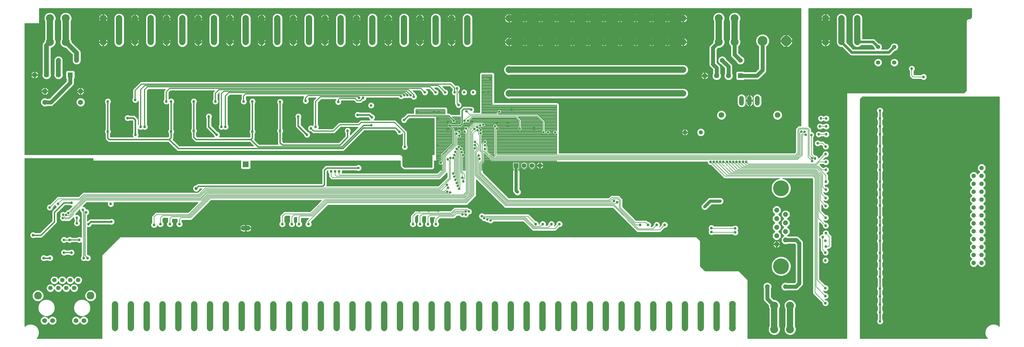
<source format=gbl>
G75*
%MOIN*%
%OFA0B0*%
%FSLAX25Y25*%
%IPPOS*%
%LPD*%
%AMOC8*
5,1,8,0,0,1.08239X$1,22.5*
%
%ADD10OC8,0.12400*%
%ADD11C,0.12400*%
%ADD12OC8,0.06300*%
%ADD13C,0.06300*%
%ADD14C,0.07677*%
%ADD15C,0.08600*%
%ADD16R,0.06000X0.06000*%
%ADD17C,0.06000*%
%ADD18C,0.05600*%
%ADD19OC8,0.05600*%
%ADD20C,0.06000*%
%ADD21OC8,0.06000*%
%ADD22C,0.20000*%
%ADD23C,0.10000*%
%ADD24C,0.09626*%
%ADD25C,0.05504*%
%ADD26C,0.06024*%
%ADD27R,0.06496X0.06496*%
%ADD28C,0.06496*%
%ADD29OC8,0.05200*%
%ADD30C,0.05200*%
%ADD31R,0.07600X0.07600*%
%ADD32C,0.05937*%
%ADD33C,0.07087*%
%ADD34C,0.05346*%
%ADD35C,0.05937*%
%ADD36C,0.01600*%
%ADD37C,0.03372*%
%ADD38C,0.01000*%
%ADD39C,0.00800*%
%ADD40C,0.03175*%
%ADD41C,0.01200*%
%ADD42C,0.08000*%
%ADD43C,0.03569*%
%ADD44C,0.03962*%
%ADD45C,0.04000*%
%ADD46C,0.05000*%
%ADD47C,0.02400*%
%ADD48C,0.02000*%
%ADD49C,0.03200*%
D10*
X0986962Y0401181D03*
D11*
X0956962Y0401181D03*
D12*
X0095462Y0337681D03*
X0050462Y0337681D03*
D13*
X0050462Y0323681D03*
X0095462Y0323681D03*
D14*
X0144044Y0399776D03*
X0164044Y0399776D03*
X0184044Y0399776D03*
X0204044Y0399776D03*
X0224044Y0399776D03*
X0244044Y0399776D03*
X0264044Y0399776D03*
X0284044Y0399776D03*
X0304044Y0399776D03*
X0324044Y0399776D03*
X0344044Y0399776D03*
X0364044Y0399776D03*
X0384044Y0399776D03*
X0404044Y0399776D03*
X0424044Y0399776D03*
X0444044Y0399776D03*
X0464044Y0399776D03*
X0484044Y0399776D03*
X0504044Y0399776D03*
X0524044Y0399776D03*
X0544044Y0399776D03*
X0564044Y0399776D03*
X0584044Y0399776D03*
X0584044Y0429776D03*
X0564044Y0429776D03*
X0544044Y0429776D03*
X0524044Y0429776D03*
X0504044Y0429776D03*
X0484044Y0429776D03*
X0464044Y0429776D03*
X0444044Y0429776D03*
X0424044Y0429776D03*
X0404044Y0429776D03*
X0384044Y0429776D03*
X0364044Y0429776D03*
X0344044Y0429776D03*
X0324044Y0429776D03*
X0304044Y0429776D03*
X0284044Y0429776D03*
X0264044Y0429776D03*
X0244044Y0429776D03*
X0224044Y0429776D03*
X0204044Y0429776D03*
X0184044Y0429776D03*
X0164044Y0429776D03*
X0144044Y0429776D03*
X0656682Y0429776D03*
X0676682Y0429776D03*
X0696682Y0429776D03*
X0716682Y0429776D03*
X0736682Y0429776D03*
X0756682Y0429776D03*
X0776682Y0429776D03*
X0796682Y0429776D03*
X0816682Y0429776D03*
X0836682Y0429776D03*
X0856682Y0429776D03*
X0856682Y0399776D03*
X0836682Y0399776D03*
X0816682Y0399776D03*
X0796682Y0399776D03*
X0776682Y0399776D03*
X0756682Y0399776D03*
X0736682Y0399776D03*
X0716682Y0399776D03*
X0696682Y0399776D03*
X0676682Y0399776D03*
X0656682Y0399776D03*
X0656682Y0364776D03*
X0676682Y0364776D03*
X0696682Y0364776D03*
X0716682Y0364776D03*
X0736682Y0364776D03*
X0756682Y0364776D03*
X0776682Y0364776D03*
X0796682Y0364776D03*
X0816682Y0364776D03*
X0836682Y0364776D03*
X0856682Y0364776D03*
X0856682Y0334776D03*
X0836682Y0334776D03*
X0816682Y0334776D03*
X0796682Y0334776D03*
X0776682Y0334776D03*
X0756682Y0334776D03*
X0736682Y0334776D03*
X0716682Y0334776D03*
X0696682Y0334776D03*
X0676682Y0334776D03*
X0656682Y0334776D03*
X1056682Y0399776D03*
X1076682Y0399776D03*
X1076682Y0429776D03*
X1056682Y0429776D03*
X0899104Y0068087D03*
X0879104Y0068087D03*
X0859104Y0068087D03*
X0839104Y0068087D03*
X0819104Y0068087D03*
X0799104Y0068087D03*
X0779104Y0068087D03*
X0759104Y0068087D03*
X0739104Y0068087D03*
X0719104Y0068087D03*
X0699104Y0068087D03*
X0679104Y0068087D03*
X0659104Y0068087D03*
X0639104Y0068087D03*
X0619104Y0068087D03*
X0599104Y0068087D03*
X0579104Y0068087D03*
X0559104Y0068087D03*
X0539104Y0068087D03*
X0519104Y0068087D03*
X0499104Y0068087D03*
X0479104Y0068087D03*
X0459104Y0068087D03*
X0439104Y0068087D03*
X0419104Y0068087D03*
X0399104Y0068087D03*
X0379104Y0068087D03*
X0359104Y0068087D03*
X0339104Y0068087D03*
X0319104Y0068087D03*
X0299104Y0068087D03*
X0279104Y0068087D03*
X0259104Y0068087D03*
X0239104Y0068087D03*
X0219104Y0068087D03*
X0199104Y0068087D03*
X0179104Y0068087D03*
X0159104Y0068087D03*
X0139104Y0068087D03*
X0139104Y0038087D03*
X0159104Y0038087D03*
X0179104Y0038087D03*
X0199104Y0038087D03*
X0219104Y0038087D03*
X0239104Y0038087D03*
X0259104Y0038087D03*
X0279104Y0038087D03*
X0299104Y0038087D03*
X0319104Y0038087D03*
X0339104Y0038087D03*
X0359104Y0038087D03*
X0379104Y0038087D03*
X0399104Y0038087D03*
X0419104Y0038087D03*
X0439104Y0038087D03*
X0459104Y0038087D03*
X0479104Y0038087D03*
X0499104Y0038087D03*
X0519104Y0038087D03*
X0539104Y0038087D03*
X0559104Y0038087D03*
X0579104Y0038087D03*
X0599104Y0038087D03*
X0619104Y0038087D03*
X0639104Y0038087D03*
X0659104Y0038087D03*
X0679104Y0038087D03*
X0699104Y0038087D03*
X0719104Y0038087D03*
X0739104Y0038087D03*
X0759104Y0038087D03*
X0779104Y0038087D03*
X0799104Y0038087D03*
X0819104Y0038087D03*
X0839104Y0038087D03*
X0859104Y0038087D03*
X0879104Y0038087D03*
X0899104Y0038087D03*
D15*
X0919104Y0038087D03*
X0919104Y0068087D03*
X0636682Y0334776D03*
X0636682Y0364776D03*
X0636682Y0399776D03*
X0636682Y0429776D03*
X1036682Y0429776D03*
X1036682Y0399776D03*
X0124044Y0399776D03*
X0124044Y0429776D03*
D16*
X0645824Y0243681D03*
D17*
X0655824Y0243681D03*
X0665824Y0243681D03*
X0675824Y0243681D03*
D18*
X1223824Y0240681D03*
D19*
X1233824Y0240681D03*
X1233824Y0230681D03*
X1223824Y0230681D03*
X1223824Y0220681D03*
X1233824Y0220681D03*
X1233824Y0210681D03*
X1223824Y0210681D03*
X1223824Y0200681D03*
X1233824Y0200681D03*
X1233824Y0190681D03*
X1223824Y0190681D03*
X1223824Y0180681D03*
X1233824Y0180681D03*
X1233824Y0170681D03*
X1223824Y0170681D03*
X1223824Y0160681D03*
X1233824Y0160681D03*
X1233824Y0150681D03*
X1223824Y0150681D03*
X1223824Y0140681D03*
X1233824Y0140681D03*
X1233824Y0130681D03*
X1223824Y0130681D03*
X1223824Y0120681D03*
X1233824Y0120681D03*
D20*
X0950462Y0322681D02*
X0950462Y0328681D01*
X0940462Y0328681D02*
X0940462Y0322681D01*
X0930462Y0322681D02*
X0930462Y0328681D01*
X0090379Y0376681D02*
X0090379Y0386079D01*
X0076682Y0399776D01*
X0056682Y0399776D02*
X0052462Y0395555D01*
X0052462Y0358181D01*
X0067462Y0358181D02*
X0067462Y0376598D01*
X0067544Y0376681D01*
D21*
X0974862Y0187281D03*
X0986062Y0181881D03*
X0974862Y0176481D03*
X0986062Y0171081D03*
X0974862Y0165681D03*
X0986062Y0160281D03*
X0974862Y0154881D03*
X0986062Y0149481D03*
X0974862Y0144081D03*
D22*
X0980462Y0116381D03*
X0980462Y0214981D03*
D23*
X0971741Y0066587D03*
X0991741Y0066587D03*
X0991741Y0036587D03*
X0971741Y0036587D03*
X0921682Y0399776D03*
X0901682Y0399776D03*
X0901682Y0429776D03*
X0921682Y0429776D03*
X0076682Y0429776D03*
X0056682Y0429776D03*
X0056682Y0399776D03*
X0076682Y0399776D03*
D24*
X0108059Y0079162D03*
X0041524Y0079162D03*
D25*
X0057292Y0088808D03*
X0067292Y0088808D03*
X0077292Y0088808D03*
X0087292Y0088808D03*
X0092292Y0098808D03*
X0082292Y0098808D03*
X0072292Y0098808D03*
X0062292Y0098808D03*
D26*
X0059890Y0047627D03*
X0049890Y0047627D03*
X0089693Y0047627D03*
X0099693Y0047627D03*
D27*
X0082462Y0358181D03*
X0928962Y0357181D03*
D28*
X0913962Y0357181D03*
X0898962Y0357181D03*
X0883962Y0357181D03*
X0067462Y0358181D03*
X0052462Y0358181D03*
X0037462Y0358181D03*
D29*
X0858962Y0285681D03*
D30*
X0878962Y0285681D03*
D31*
X0304048Y0245181D03*
D32*
X0307017Y0164472D02*
X0301080Y0164472D01*
D33*
X0905029Y0307413D03*
X0975895Y0307413D03*
D34*
X1102962Y0373839D03*
X1123462Y0373839D03*
X1123462Y0393524D03*
X1102962Y0393524D03*
D35*
X0928879Y0376681D03*
X0906044Y0376681D03*
X0963044Y0090681D03*
X0985879Y0090681D03*
X0090379Y0376681D03*
X0067544Y0376681D03*
D36*
X0129824Y0324681D02*
X0129824Y0286681D01*
X0129824Y0278319D01*
X0131462Y0276681D01*
X0207462Y0276681D01*
X0218962Y0265181D01*
X0426573Y0265181D01*
X0452573Y0291181D01*
X0493462Y0291181D01*
X0498462Y0286181D01*
X0503962Y0301181D02*
X0509462Y0306681D01*
X0560462Y0306681D01*
X0566962Y0300181D01*
X0561462Y0294181D02*
X0575462Y0294181D01*
X0577462Y0296181D01*
X0577462Y0313181D01*
X0579462Y0315181D01*
X0587962Y0315181D01*
X0588962Y0314181D01*
X0462824Y0294681D02*
X0452962Y0294681D01*
X0425662Y0267381D01*
X0423462Y0267381D01*
X0319762Y0267381D01*
X0310462Y0276681D01*
X0312462Y0278681D01*
X0312462Y0286681D01*
X0312462Y0324681D01*
X0347462Y0324181D02*
X0347462Y0287681D01*
X0347462Y0272681D01*
X0350562Y0269581D01*
X0422862Y0269581D01*
X0432824Y0279543D01*
X0432824Y0287681D01*
X0310462Y0276681D02*
X0241462Y0276681D01*
X0238462Y0279681D01*
X0238462Y0287681D01*
X0238462Y0324681D01*
X0209824Y0324681D02*
X0209824Y0286681D01*
X0209824Y0279043D01*
X0207462Y0276681D01*
X0244462Y0217681D02*
X0401462Y0217681D01*
X0403462Y0219681D01*
X0403462Y0237681D01*
X0406462Y0240681D01*
X0446462Y0240681D01*
X0511324Y0186681D02*
X0523324Y0186681D01*
X0535324Y0186681D01*
X0547324Y0186681D01*
X0800324Y0185681D02*
X0812324Y0185681D01*
X0824324Y0185681D01*
X0836324Y0185681D01*
X1053824Y0188181D02*
X1053824Y0173181D01*
X1053824Y0163181D01*
X1053824Y0153181D01*
X1053824Y0143181D01*
X1053824Y0128181D01*
X1053824Y0118181D01*
X1053824Y0108181D01*
X1053824Y0098181D01*
X1053824Y0083181D01*
X1053824Y0073181D01*
X1053824Y0063181D01*
X1053824Y0053181D01*
X1105324Y0058181D02*
X1105324Y0046819D01*
X1105462Y0046681D01*
X1105324Y0058181D02*
X1105324Y0068181D01*
X1105324Y0078181D01*
X1105324Y0088181D01*
X1105324Y0103181D01*
X1105324Y0113181D01*
X1105324Y0123181D01*
X1105324Y0133181D01*
X1105324Y0148181D01*
X1105324Y0158181D01*
X1105324Y0168181D01*
X1105324Y0178181D01*
X1105324Y0193181D01*
X1105324Y0203181D01*
X1105324Y0213181D01*
X1105324Y0223181D01*
X1105324Y0238181D01*
X1105324Y0248181D01*
X1105324Y0258181D01*
X1105324Y0268181D01*
X1105324Y0283181D01*
X1105324Y0293181D01*
X1105324Y0303181D01*
X1105324Y0313181D01*
X1121824Y0313181D02*
X1121824Y0303181D01*
X1121824Y0293181D01*
X1121824Y0283181D01*
X1121824Y0268181D01*
X1121824Y0258181D01*
X1121824Y0248181D01*
X1121824Y0238181D01*
X1121824Y0223181D01*
X1121824Y0213181D01*
X1121824Y0203181D01*
X1121824Y0193181D01*
X1121824Y0178181D01*
X1121824Y0168181D01*
X1121824Y0148181D01*
X1121824Y0133181D01*
X1121824Y0123181D01*
X1121824Y0113181D01*
X1121824Y0103181D01*
X1121824Y0088181D01*
X1121824Y0078181D01*
X1121824Y0068181D01*
X1121824Y0058181D01*
X1053824Y0188181D02*
X1053824Y0198181D01*
X1053824Y0208181D01*
X1053824Y0218181D01*
X1053824Y0233181D01*
X1053824Y0243181D01*
X1053824Y0253181D01*
X1053824Y0263181D01*
X1053824Y0278181D01*
X1053824Y0288181D01*
X1053824Y0298181D01*
X1053824Y0308181D01*
X1054462Y0351181D02*
X1054462Y0379181D01*
X0244462Y0217681D02*
X0241462Y0214681D01*
X0084026Y0196681D02*
X0074462Y0196681D01*
X0062462Y0184681D01*
X0062462Y0172681D01*
X0045462Y0155681D01*
X0035462Y0155681D01*
X0048824Y0126681D02*
X0056824Y0126681D01*
D37*
X0056824Y0126681D03*
X0048824Y0126681D03*
X0044462Y0131681D03*
X0026462Y0132681D03*
X0026462Y0122681D03*
X0026462Y0112681D03*
X0026462Y0102681D03*
X0026462Y0089681D03*
X0026462Y0079681D03*
X0026462Y0069681D03*
X0026462Y0059681D03*
X0026462Y0049681D03*
X0109462Y0029681D03*
X0119462Y0029681D03*
X0119462Y0039681D03*
X0119462Y0049681D03*
X0119462Y0059681D03*
X0119462Y0069681D03*
X0119462Y0079681D03*
X0119462Y0089681D03*
X0119462Y0099681D03*
X0119462Y0109681D03*
X0119462Y0119681D03*
X0104462Y0126681D03*
X0099462Y0126681D03*
X0093824Y0128681D03*
X0093824Y0133681D03*
X0089824Y0133681D03*
X0083852Y0133681D03*
X0074462Y0133681D03*
X0068462Y0133681D03*
X0062462Y0136681D03*
X0069824Y0126681D03*
X0074462Y0121681D03*
X0119462Y0129681D03*
X0123876Y0136010D03*
X0128340Y0140974D03*
X0135412Y0148045D03*
X0138947Y0151581D03*
X0148462Y0155681D03*
X0158462Y0155681D03*
X0168462Y0155681D03*
X0178462Y0155681D03*
X0188462Y0155681D03*
X0198462Y0155681D03*
X0208462Y0155681D03*
X0218462Y0155681D03*
X0225462Y0155681D03*
X0235462Y0155681D03*
X0245462Y0155681D03*
X0255462Y0155681D03*
X0265462Y0155681D03*
X0275462Y0155681D03*
X0285462Y0155681D03*
X0295462Y0155681D03*
X0305462Y0155681D03*
X0315462Y0155681D03*
X0325462Y0155681D03*
X0335462Y0155681D03*
X0345462Y0155681D03*
X0355462Y0155681D03*
X0365462Y0155681D03*
X0375462Y0155681D03*
X0385462Y0155681D03*
X0395462Y0155681D03*
X0400462Y0160681D03*
X0405462Y0155681D03*
X0410962Y0160681D03*
X0415962Y0155681D03*
X0420962Y0160681D03*
X0425962Y0155681D03*
X0435962Y0155681D03*
X0445962Y0155681D03*
X0455962Y0155681D03*
X0465962Y0155681D03*
X0475962Y0155681D03*
X0485962Y0155681D03*
X0495962Y0155681D03*
X0505962Y0155681D03*
X0501462Y0163181D03*
X0494462Y0163181D03*
X0487462Y0163181D03*
X0487462Y0172181D03*
X0501462Y0172181D03*
X0515324Y0169681D03*
X0524324Y0169681D03*
X0534324Y0169681D03*
X0544324Y0169681D03*
X0550462Y0169681D03*
X0553462Y0163681D03*
X0560462Y0155681D03*
X0570462Y0155681D03*
X0580462Y0155681D03*
X0590462Y0155681D03*
X0600462Y0155681D03*
X0610462Y0155681D03*
X0620462Y0155681D03*
X0630462Y0155681D03*
X0640462Y0155681D03*
X0650462Y0155681D03*
X0660462Y0155681D03*
X0670324Y0169681D03*
X0679324Y0169681D03*
X0690324Y0169681D03*
X0700324Y0169681D03*
X0708462Y0168681D03*
X0708462Y0163681D03*
X0720462Y0160681D03*
X0730462Y0160681D03*
X0740462Y0160681D03*
X0750462Y0160681D03*
X0760462Y0160681D03*
X0770462Y0160681D03*
X0802324Y0168681D03*
X0812324Y0168681D03*
X0823324Y0168681D03*
X0833324Y0168681D03*
X0841462Y0168681D03*
X0843462Y0163681D03*
X0850962Y0158181D03*
X0860962Y0158181D03*
X0870962Y0158181D03*
X0880962Y0158181D03*
X0892462Y0159681D03*
X0892462Y0164681D03*
X0917962Y0154681D03*
X0922462Y0159181D03*
X0922462Y0164181D03*
X0919462Y0170681D03*
X0922462Y0178681D03*
X0938462Y0182181D03*
X0903462Y0191681D03*
X0880962Y0184181D03*
X0870962Y0184181D03*
X0860962Y0184181D03*
X0850962Y0184181D03*
X0836324Y0185681D03*
X0824324Y0185681D03*
X0812324Y0185681D03*
X0800324Y0185681D03*
X0773276Y0197181D03*
X0769473Y0198995D03*
X0770962Y0211181D03*
X0780962Y0211181D03*
X0790962Y0211181D03*
X0800962Y0211181D03*
X0810962Y0211181D03*
X0820962Y0211181D03*
X0830962Y0211181D03*
X0840962Y0211181D03*
X0850962Y0211181D03*
X0860962Y0211181D03*
X0870962Y0211181D03*
X0880962Y0211181D03*
X0890962Y0211181D03*
X0900962Y0211181D03*
X0910962Y0211181D03*
X0920962Y0211181D03*
X0930962Y0211181D03*
X0932462Y0204181D03*
X0940962Y0211181D03*
X1012962Y0208181D03*
X1012962Y0198181D03*
X1036824Y0202681D03*
X1053824Y0198181D03*
X1053824Y0208181D03*
X1036962Y0213181D03*
X1053824Y0218181D03*
X1036962Y0223181D03*
X1045824Y0230681D03*
X1053824Y0233181D03*
X1036962Y0238181D03*
X1053824Y0243181D03*
X1036962Y0248181D03*
X1023462Y0252681D03*
X1036824Y0258181D03*
X1053824Y0253181D03*
X1053824Y0263181D03*
X1036824Y0267681D03*
X1041324Y0275681D03*
X1046324Y0275681D03*
X1053824Y0278181D03*
X1058824Y0273181D03*
X1037462Y0283181D03*
X1027976Y0283181D03*
X1029376Y0293181D03*
X1037462Y0293181D03*
X1053824Y0288181D03*
X1053824Y0298181D03*
X1037462Y0303181D03*
X1030776Y0303181D03*
X1053824Y0308181D03*
X1088824Y0321681D03*
X1099824Y0319681D03*
X1105324Y0313181D03*
X1116324Y0318681D03*
X1121824Y0313181D03*
X1140824Y0312681D03*
X1151462Y0322681D03*
X1185824Y0320681D03*
X1185824Y0305681D03*
X1155824Y0291681D03*
X1151462Y0302681D03*
X1121824Y0303181D03*
X1121824Y0293181D03*
X1121824Y0283181D03*
X1105324Y0283181D03*
X1105324Y0293181D03*
X1105324Y0303181D03*
X1099824Y0328681D03*
X1061462Y0331681D03*
X1055462Y0331681D03*
X1049462Y0331681D03*
X1042962Y0331681D03*
X1036462Y0331681D03*
X1030462Y0331681D03*
X0999462Y0335681D03*
X0999462Y0345681D03*
X0999462Y0355681D03*
X0999462Y0365681D03*
X0999462Y0375681D03*
X1045962Y0379181D03*
X1054462Y0379181D03*
X1094462Y0359681D03*
X1077962Y0350181D03*
X1062462Y0345681D03*
X1054462Y0351181D03*
X1046462Y0351181D03*
X1031962Y0345681D03*
X1024462Y0344681D03*
X0999462Y0325681D03*
X0999462Y0315681D03*
X0999462Y0305681D03*
X0990462Y0295681D03*
X0975462Y0295681D03*
X0965462Y0295681D03*
X0955462Y0295681D03*
X0945462Y0295681D03*
X0937462Y0295681D03*
X0920462Y0295681D03*
X0905462Y0295681D03*
X0890462Y0295681D03*
X0860462Y0295681D03*
X0850462Y0295681D03*
X0845462Y0285681D03*
X0835462Y0285681D03*
X0825462Y0285681D03*
X0815462Y0285681D03*
X0805462Y0285681D03*
X0795462Y0285681D03*
X0785462Y0285681D03*
X0775462Y0285681D03*
X0765462Y0285681D03*
X0755462Y0285681D03*
X0745462Y0285681D03*
X0735462Y0285681D03*
X0725462Y0285681D03*
X0715462Y0285681D03*
X0705462Y0285681D03*
X0694962Y0285681D03*
X0685962Y0285681D03*
X0668462Y0290681D03*
X0634962Y0293467D03*
X0634962Y0297681D03*
X0639962Y0314181D03*
X0610462Y0336181D03*
X0604462Y0336181D03*
X0612962Y0353681D03*
X0592462Y0352681D03*
X0572462Y0364681D03*
X0563962Y0374681D03*
X0592462Y0370681D03*
X0532462Y0364681D03*
X0523962Y0374681D03*
X0492462Y0364681D03*
X0483962Y0374681D03*
X0452462Y0364681D03*
X0443962Y0374681D03*
X0412462Y0364681D03*
X0403462Y0374681D03*
X0372462Y0364681D03*
X0363462Y0374681D03*
X0332462Y0364681D03*
X0323462Y0374681D03*
X0292462Y0364681D03*
X0283962Y0374681D03*
X0252462Y0364681D03*
X0243962Y0374681D03*
X0212462Y0364681D03*
X0203962Y0374681D03*
X0172462Y0364681D03*
X0163962Y0374681D03*
X0132462Y0364681D03*
X0123962Y0374681D03*
X0103962Y0379681D03*
X0103962Y0389681D03*
X0103962Y0399681D03*
X0103962Y0409681D03*
X0104962Y0364181D03*
X0104962Y0358181D03*
X0152462Y0349681D03*
X0152462Y0339181D03*
X0164462Y0326681D03*
X0135824Y0324681D03*
X0129824Y0324681D03*
X0118462Y0325681D03*
X0096824Y0303681D03*
X0096824Y0297681D03*
X0096824Y0292681D03*
X0096824Y0287681D03*
X0096824Y0281681D03*
X0121462Y0292181D03*
X0129824Y0286681D03*
X0141324Y0283681D03*
X0149462Y0285181D03*
X0164824Y0282681D03*
X0171462Y0292681D03*
X0176462Y0292681D03*
X0193824Y0282681D03*
X0209824Y0286681D03*
X0220824Y0286681D03*
X0220962Y0292681D03*
X0232962Y0287681D03*
X0238462Y0287681D03*
X0245462Y0285181D03*
X0250462Y0283181D03*
X0267462Y0282681D03*
X0284462Y0282681D03*
X0278462Y0292681D03*
X0273462Y0292681D03*
X0257462Y0305681D03*
X0227462Y0318681D03*
X0221462Y0318681D03*
X0209824Y0324681D03*
X0203824Y0324681D03*
X0238462Y0324681D03*
X0259962Y0326681D03*
X0265785Y0324681D03*
X0283962Y0326181D03*
X0287462Y0330681D03*
X0295962Y0330681D03*
X0295962Y0326181D03*
X0301462Y0324681D03*
X0312462Y0324681D03*
X0323962Y0318681D03*
X0336462Y0318681D03*
X0347462Y0324181D03*
X0373962Y0329181D03*
X0379712Y0325431D03*
X0407462Y0325681D03*
X0414462Y0324181D03*
X0420962Y0324181D03*
X0426962Y0324181D03*
X0447462Y0329181D03*
X0452462Y0329181D03*
X0470962Y0326681D03*
X0490462Y0326681D03*
X0445462Y0313681D03*
X0445462Y0307681D03*
X0445462Y0300681D03*
X0432462Y0305181D03*
X0423462Y0305181D03*
X0409962Y0305681D03*
X0392462Y0292681D03*
X0386462Y0290681D03*
X0381462Y0282681D03*
X0365462Y0277681D03*
X0378962Y0275681D03*
X0397462Y0276681D03*
X0397462Y0282681D03*
X0420462Y0274681D03*
X0438962Y0270181D03*
X0450962Y0277681D03*
X0464962Y0277681D03*
X0457962Y0285181D03*
X0438962Y0287681D03*
X0432824Y0287681D03*
X0426462Y0287681D03*
X0463462Y0304681D03*
X0483462Y0304681D03*
X0489462Y0282681D03*
X0489462Y0276681D03*
X0400462Y0245681D03*
X0390462Y0245681D03*
X0380462Y0245681D03*
X0370462Y0245681D03*
X0360462Y0245681D03*
X0350462Y0245681D03*
X0340462Y0245681D03*
X0330462Y0245681D03*
X0320462Y0245681D03*
X0365462Y0235681D03*
X0375462Y0235681D03*
X0385462Y0235681D03*
X0395962Y0237181D03*
X0411962Y0236181D03*
X0416962Y0236181D03*
X0421962Y0236181D03*
X0440962Y0222181D03*
X0450962Y0222181D03*
X0460962Y0222181D03*
X0470962Y0222181D03*
X0480962Y0222181D03*
X0490962Y0222181D03*
X0500962Y0222181D03*
X0510962Y0222181D03*
X0520962Y0222181D03*
X0530962Y0222181D03*
X0538462Y0222181D03*
X0496962Y0239681D03*
X0600462Y0200681D03*
X0605462Y0195681D03*
X0610462Y0190681D03*
X0615462Y0185681D03*
X0620462Y0190681D03*
X0625462Y0185681D03*
X0635462Y0185681D03*
X0645462Y0185681D03*
X0664324Y0187681D03*
X0676324Y0187681D03*
X0688324Y0187681D03*
X0700324Y0187681D03*
X0718462Y0177681D03*
X0732462Y0177681D03*
X0725462Y0169681D03*
X0720962Y0204681D03*
X0710962Y0204681D03*
X0700962Y0204681D03*
X0690962Y0204681D03*
X0680962Y0204681D03*
X0670962Y0204681D03*
X0660962Y0204681D03*
X0657962Y0209681D03*
X0653962Y0213681D03*
X0636962Y0213681D03*
X0636962Y0208681D03*
X0640962Y0204681D03*
X0615462Y0195681D03*
X0610462Y0200681D03*
X0595462Y0195681D03*
X0600462Y0190681D03*
X0605462Y0185681D03*
X0595462Y0185681D03*
X0585962Y0192681D03*
X0565462Y0191681D03*
X0547324Y0186681D03*
X0535324Y0186681D03*
X0523324Y0186681D03*
X0511324Y0186681D03*
X0568462Y0172181D03*
X0392462Y0163681D03*
X0383324Y0169681D03*
X0371324Y0169681D03*
X0362324Y0169681D03*
X0350324Y0169681D03*
X0347324Y0186681D03*
X0359324Y0186681D03*
X0371324Y0186681D03*
X0383324Y0186681D03*
X0341462Y0198181D03*
X0336462Y0198181D03*
X0331462Y0198181D03*
X0326462Y0198181D03*
X0321462Y0198181D03*
X0316462Y0198181D03*
X0311462Y0198181D03*
X0262462Y0174181D03*
X0241462Y0163681D03*
X0227462Y0163681D03*
X0220324Y0169681D03*
X0208324Y0169681D03*
X0196324Y0169681D03*
X0188324Y0168681D03*
X0160462Y0180181D03*
X0160462Y0186181D03*
X0160462Y0192181D03*
X0151462Y0192181D03*
X0133462Y0195181D03*
X0118462Y0194681D03*
X0111462Y0194681D03*
X0120462Y0187681D03*
X0120462Y0183181D03*
X0120462Y0178681D03*
X0120462Y0167181D03*
X0120462Y0161681D03*
X0105462Y0169728D03*
X0120462Y0155681D03*
X0115824Y0151681D03*
X0093824Y0149681D03*
X0081785Y0149721D03*
X0074462Y0149681D03*
X0057824Y0157681D03*
X0035462Y0155681D03*
X0026462Y0155681D03*
X0026462Y0162681D03*
X0026462Y0172681D03*
X0035462Y0173681D03*
X0035462Y0179681D03*
X0035462Y0185681D03*
X0035462Y0191681D03*
X0035462Y0197681D03*
X0056462Y0197681D03*
X0056462Y0204681D03*
X0066962Y0195181D03*
X0056462Y0190681D03*
X0084026Y0196681D03*
X0098462Y0187681D03*
X0102462Y0184681D03*
X0151462Y0180181D03*
X0184324Y0185681D03*
X0196324Y0185681D03*
X0208324Y0185681D03*
X0220324Y0185681D03*
X0234462Y0171181D03*
X0225462Y0213181D03*
X0215462Y0213181D03*
X0205462Y0213181D03*
X0195462Y0213181D03*
X0185462Y0213181D03*
X0175462Y0213181D03*
X0165462Y0213181D03*
X0139462Y0213181D03*
X0126462Y0211681D03*
X0105462Y0223181D03*
X0090462Y0215681D03*
X0087962Y0212681D03*
X0071462Y0214681D03*
X0126462Y0236181D03*
X0133324Y0242681D03*
X0140462Y0236181D03*
X0147462Y0230181D03*
X0154462Y0230181D03*
X0155462Y0245681D03*
X0165462Y0245681D03*
X0175462Y0245681D03*
X0185462Y0245681D03*
X0195462Y0245681D03*
X0205462Y0245681D03*
X0215462Y0245681D03*
X0225462Y0245681D03*
X0235462Y0245681D03*
X0245462Y0245681D03*
X0255462Y0245681D03*
X0260462Y0270181D03*
X0232962Y0275181D03*
X0220462Y0271681D03*
X0204962Y0271681D03*
X0192962Y0271681D03*
X0176962Y0271681D03*
X0155462Y0271181D03*
X0142462Y0271181D03*
X0100962Y0249181D03*
X0085962Y0249181D03*
X0072462Y0243681D03*
X0093462Y0240181D03*
X0120462Y0245681D03*
X0145462Y0245681D03*
X0085824Y0261681D03*
X0072324Y0261681D03*
X0046324Y0262681D03*
X0039824Y0265681D03*
X0033824Y0261681D03*
X0034462Y0251181D03*
X0040462Y0246181D03*
X0046462Y0248681D03*
X0029462Y0273681D03*
X0064824Y0281681D03*
X0064824Y0287681D03*
X0064824Y0292681D03*
X0064824Y0297681D03*
X0064824Y0303681D03*
X0121462Y0302681D03*
X0154824Y0303681D03*
X0191824Y0303681D03*
X0215824Y0305181D03*
X0227462Y0336681D03*
X0259962Y0336681D03*
X0293462Y0304681D03*
X0312462Y0286681D03*
X0318824Y0286681D03*
X0341462Y0286681D03*
X0347462Y0287681D03*
X0358462Y0285181D03*
X0351462Y0277681D03*
X0370462Y0305681D03*
X0362962Y0308181D03*
X0391962Y0351681D03*
X0432462Y0351681D03*
X0472462Y0351681D03*
X0512962Y0351681D03*
X0695962Y0242181D03*
X0705962Y0242181D03*
X0715962Y0242181D03*
X0725962Y0242181D03*
X0735962Y0242181D03*
X0745962Y0242181D03*
X0755962Y0242181D03*
X0765962Y0242181D03*
X0775962Y0242181D03*
X0785962Y0242181D03*
X0795962Y0242181D03*
X0805962Y0242181D03*
X0815962Y0242181D03*
X0825962Y0242181D03*
X0835962Y0242181D03*
X0845962Y0242181D03*
X0855962Y0242181D03*
X0865962Y0242181D03*
X0875962Y0242181D03*
X0891462Y0248181D03*
X0895462Y0248181D03*
X0899490Y0248181D03*
X0903462Y0248181D03*
X0907462Y0248181D03*
X0911962Y0248181D03*
X0915962Y0248181D03*
X0919962Y0248181D03*
X0923962Y0248181D03*
X0927962Y0248181D03*
X0932462Y0248181D03*
X0936462Y0248181D03*
X1012962Y0218181D03*
X1036824Y0192681D03*
X1045824Y0185681D03*
X1053824Y0188181D03*
X1036824Y0177681D03*
X1053824Y0173181D03*
X1036824Y0167681D03*
X1053824Y0163181D03*
X1036962Y0158181D03*
X1032962Y0153181D03*
X1036462Y0148681D03*
X1053824Y0153181D03*
X1053824Y0143181D03*
X1045824Y0140181D03*
X1036962Y0141181D03*
X1036462Y0133681D03*
X1053824Y0128181D03*
X1036462Y0123681D03*
X1053824Y0118181D03*
X1053824Y0108181D03*
X1036324Y0108181D03*
X1053824Y0098181D03*
X1045824Y0095681D03*
X1037824Y0095681D03*
X1036462Y0088681D03*
X1053824Y0083181D03*
X1036462Y0078681D03*
X1036462Y0069681D03*
X1053824Y0073181D03*
X1053824Y0063181D03*
X1053824Y0053181D03*
X1058824Y0048681D03*
X1052962Y0042181D03*
X1042962Y0042181D03*
X1032962Y0037181D03*
X1042962Y0032181D03*
X1052962Y0032181D03*
X1022962Y0032181D03*
X1014962Y0037181D03*
X1022962Y0042181D03*
X1032962Y0047181D03*
X1022962Y0052181D03*
X1022962Y0062181D03*
X1012962Y0087181D03*
X1012962Y0097181D03*
X1012962Y0108181D03*
X1012962Y0118181D03*
X1012962Y0128181D03*
X1012962Y0138181D03*
X1012962Y0148181D03*
X1012962Y0158181D03*
X1012962Y0168181D03*
X1012962Y0178181D03*
X1012962Y0188181D03*
X1088824Y0183181D03*
X1105324Y0178181D03*
X1105324Y0168181D03*
X1105324Y0158181D03*
X1105324Y0148181D03*
X1121824Y0148181D03*
X1143462Y0146681D03*
X1152824Y0150681D03*
X1176824Y0143681D03*
X1184324Y0143681D03*
X1199962Y0145181D03*
X1205324Y0145181D03*
X1192324Y0126681D03*
X1150462Y0133681D03*
X1140462Y0124681D03*
X1121824Y0123181D03*
X1121824Y0113181D03*
X1121824Y0103181D03*
X1105324Y0103181D03*
X1105324Y0113181D03*
X1105324Y0123181D03*
X1105324Y0133181D03*
X1121824Y0133181D03*
X1088824Y0138181D03*
X1121824Y0158181D03*
X1121824Y0168181D03*
X1121824Y0178181D03*
X1121824Y0193181D03*
X1121824Y0203181D03*
X1121824Y0213181D03*
X1142462Y0213681D03*
X1152462Y0204681D03*
X1152462Y0223681D03*
X1175824Y0233681D03*
X1152824Y0240681D03*
X1144462Y0236681D03*
X1121824Y0238181D03*
X1105324Y0238181D03*
X1088324Y0228181D03*
X1105324Y0223181D03*
X1105324Y0213181D03*
X1105324Y0203181D03*
X1105324Y0193181D03*
X1121824Y0223181D03*
X1121824Y0248181D03*
X1121824Y0258181D03*
X1121824Y0268181D03*
X1105324Y0268181D03*
X1088824Y0273181D03*
X1105324Y0258181D03*
X1105324Y0248181D03*
X1026576Y0271794D03*
X0890462Y0310681D03*
X0890462Y0322681D03*
X0890462Y0335681D03*
X0905462Y0335681D03*
X1105462Y0348181D03*
X1110462Y0348181D03*
X1115462Y0348181D03*
X1130462Y0348181D03*
X1135462Y0348181D03*
X1140462Y0348181D03*
X1145462Y0348181D03*
X1160462Y0355681D03*
X1169962Y0366181D03*
X1169962Y0370681D03*
X1169962Y0375681D03*
X1169962Y0380681D03*
X1169962Y0385681D03*
X1169962Y0390681D03*
X1169962Y0395681D03*
X1169962Y0400681D03*
X1174962Y0400681D03*
X1179962Y0400681D03*
X1184962Y0400681D03*
X1189962Y0400681D03*
X1194962Y0400681D03*
X1199962Y0400681D03*
X1204962Y0400681D03*
X1203962Y0417681D03*
X1146462Y0430181D03*
X1132462Y0430181D03*
X1113962Y0429681D03*
X1108962Y0429681D03*
X1103962Y0429681D03*
X1098962Y0429681D03*
X1093962Y0429681D03*
X1093962Y0405681D03*
X1098962Y0405681D03*
X1103962Y0405681D03*
X1108962Y0405681D03*
X1113962Y0405681D03*
X1118962Y0405681D03*
X1126962Y0400181D03*
X1131962Y0404181D03*
X1145462Y0401181D03*
X1109462Y0380681D03*
X1145462Y0366181D03*
X1174962Y0366181D03*
X1179962Y0366181D03*
X1184962Y0366181D03*
X1189962Y0366181D03*
X1194962Y0366181D03*
X1199962Y0366181D03*
X1204962Y0366181D03*
X1204962Y0340181D03*
X1199962Y0340181D03*
X1194962Y0340181D03*
X1189962Y0340181D03*
X1184962Y0340181D03*
X1179962Y0340181D03*
X1174962Y0340181D03*
X1169962Y0340181D03*
X1236824Y0305681D03*
X1227824Y0297681D03*
X1226824Y0252681D03*
X1226824Y0245681D03*
X1219824Y0246681D03*
X1219824Y0252681D03*
X0944462Y0134681D03*
X0936462Y0137681D03*
X0937324Y0129181D03*
X0951824Y0128681D03*
X0919962Y0132181D03*
X0902462Y0137681D03*
X0884962Y0142181D03*
X0884962Y0132181D03*
X0884962Y0122181D03*
X0894962Y0117181D03*
X0904962Y0117181D03*
X0928962Y0118181D03*
X0947962Y0101181D03*
X0957962Y0101181D03*
X0968962Y0101181D03*
X0978962Y0101181D03*
X0988962Y0101181D03*
X0941962Y0080181D03*
X0941962Y0070181D03*
X0941962Y0060181D03*
X0941962Y0050181D03*
X0941962Y0041181D03*
X0941962Y0032181D03*
X1087324Y0046681D03*
X1105324Y0058181D03*
X1105324Y0068181D03*
X1121824Y0068181D03*
X1121824Y0058181D03*
X1144462Y0055681D03*
X1152462Y0060681D03*
X1155462Y0052681D03*
X1173824Y0045181D03*
X1173824Y0060681D03*
X1121824Y0078181D03*
X1121824Y0088181D03*
X1105324Y0088181D03*
X1088824Y0093181D03*
X1105324Y0078181D03*
X1173824Y0100681D03*
X1192324Y0106681D03*
X1150462Y0115681D03*
X0892462Y0149681D03*
X0760962Y0211181D03*
X1169962Y0439681D03*
X1174962Y0439681D03*
X1179962Y0439681D03*
X1184962Y0439681D03*
X1189962Y0439681D03*
X1194962Y0439681D03*
X1199962Y0439681D03*
X1204962Y0439681D03*
X1212962Y0439681D03*
X0045462Y0145681D03*
X0036824Y0145681D03*
D38*
X0040914Y0025861D02*
X0040236Y0025183D01*
X0122462Y0025183D01*
X0122462Y0130681D01*
X0145462Y0153681D01*
X0873462Y0153681D01*
X0878462Y0148681D01*
X0878462Y0116681D01*
X0884462Y0110681D01*
X0926962Y0110681D01*
X0938462Y0099181D01*
X0938462Y0025183D01*
X1063462Y0025183D01*
X1063462Y0335681D01*
X1211462Y0335681D01*
X1214462Y0338681D01*
X1214462Y0427181D01*
X1216462Y0429181D01*
X1218962Y0429181D01*
X1220962Y0431181D01*
X1220962Y0442163D01*
X1015462Y0442163D01*
X1015462Y0293282D01*
X1016190Y0292554D01*
X1017558Y0291186D01*
X1018374Y0290370D01*
X1018815Y0289304D01*
X1018815Y0286469D01*
X1019316Y0286469D01*
X1020818Y0285846D01*
X1021968Y0284697D01*
X1022590Y0283194D01*
X1022590Y0281568D01*
X1021968Y0280066D01*
X1021403Y0279501D01*
X1021403Y0258841D01*
X1023377Y0256867D01*
X1024294Y0256867D01*
X1025833Y0256230D01*
X1027010Y0255052D01*
X1027648Y0253514D01*
X1027648Y0253106D01*
X1032638Y0258096D01*
X1032638Y0259014D01*
X1033275Y0260552D01*
X1034453Y0261730D01*
X1035991Y0262367D01*
X1037657Y0262367D01*
X1039195Y0261730D01*
X1040373Y0260552D01*
X1041010Y0259014D01*
X1041010Y0257348D01*
X1040373Y0255810D01*
X1039195Y0254633D01*
X1037657Y0253995D01*
X1036739Y0253995D01*
X1033825Y0251081D01*
X1033942Y0251081D01*
X1034591Y0251730D01*
X1036129Y0252367D01*
X1037794Y0252367D01*
X1039333Y0251730D01*
X1040510Y0250552D01*
X1041148Y0249014D01*
X1041148Y0247348D01*
X1040510Y0245810D01*
X1039333Y0244633D01*
X1037794Y0243995D01*
X1036129Y0243995D01*
X1034591Y0244633D01*
X1033942Y0245281D01*
X1030005Y0245281D01*
X1029474Y0244750D01*
X1029700Y0244524D01*
X1033143Y0241081D01*
X1033942Y0241081D01*
X1034591Y0241730D01*
X1036129Y0242367D01*
X1037794Y0242367D01*
X1039333Y0241730D01*
X1040510Y0240552D01*
X1041148Y0239014D01*
X1041148Y0237348D01*
X1040510Y0235810D01*
X1039333Y0234633D01*
X1038116Y0234128D01*
X1039420Y0232824D01*
X1039862Y0231758D01*
X1039862Y0226201D01*
X1040510Y0225552D01*
X1041148Y0224014D01*
X1041148Y0222348D01*
X1040510Y0220810D01*
X1039333Y0219633D01*
X1037794Y0218995D01*
X1036129Y0218995D01*
X1035862Y0219106D01*
X1035862Y0217745D01*
X1036239Y0217367D01*
X1037794Y0217367D01*
X1039333Y0216730D01*
X1040510Y0215552D01*
X1041148Y0214014D01*
X1041148Y0212348D01*
X1040510Y0210810D01*
X1039333Y0209633D01*
X1037794Y0208995D01*
X1036129Y0208995D01*
X1034591Y0209633D01*
X1034462Y0209761D01*
X1034462Y0209145D01*
X1036739Y0206867D01*
X1037657Y0206867D01*
X1039195Y0206230D01*
X1040373Y0205052D01*
X1041010Y0203514D01*
X1041010Y0201848D01*
X1040373Y0200310D01*
X1039195Y0199133D01*
X1037657Y0198495D01*
X1035991Y0198495D01*
X1034489Y0199118D01*
X1036739Y0196867D01*
X1037657Y0196867D01*
X1039195Y0196230D01*
X1040373Y0195052D01*
X1041010Y0193514D01*
X1041010Y0191848D01*
X1040373Y0190310D01*
X1039195Y0189133D01*
X1037657Y0188495D01*
X1035991Y0188495D01*
X1034453Y0189133D01*
X1033275Y0190310D01*
X1032638Y0191848D01*
X1032638Y0192766D01*
X1031662Y0193742D01*
X1031662Y0186945D01*
X1036739Y0181867D01*
X1037657Y0181867D01*
X1039195Y0181230D01*
X1040373Y0180052D01*
X1041010Y0178514D01*
X1041010Y0176848D01*
X1040373Y0175310D01*
X1039195Y0174133D01*
X1037657Y0173495D01*
X1035991Y0173495D01*
X1034489Y0174118D01*
X1036739Y0171867D01*
X1037657Y0171867D01*
X1039195Y0171230D01*
X1040373Y0170052D01*
X1041010Y0168514D01*
X1041010Y0166848D01*
X1040373Y0165310D01*
X1039195Y0164133D01*
X1037657Y0163495D01*
X1035991Y0163495D01*
X1034453Y0164133D01*
X1033275Y0165310D01*
X1032638Y0166848D01*
X1032638Y0167766D01*
X1028862Y0171542D01*
X1028862Y0154221D01*
X1029413Y0155552D01*
X1030591Y0156730D01*
X1032129Y0157367D01*
X1032776Y0157367D01*
X1032776Y0159014D01*
X1033413Y0160552D01*
X1034591Y0161730D01*
X1036129Y0162367D01*
X1037794Y0162367D01*
X1039333Y0161730D01*
X1040510Y0160552D01*
X1041148Y0159014D01*
X1041148Y0158096D01*
X1043920Y0155324D01*
X1044362Y0154258D01*
X1044362Y0141604D01*
X1043920Y0140538D01*
X1043105Y0139723D01*
X1042105Y0138723D01*
X1041039Y0138281D01*
X1039981Y0138281D01*
X1039333Y0137633D01*
X1038597Y0137328D01*
X1038833Y0137230D01*
X1040010Y0136052D01*
X1040648Y0134514D01*
X1040648Y0132848D01*
X1040010Y0131310D01*
X1038833Y0130133D01*
X1037294Y0129495D01*
X1035629Y0129495D01*
X1034091Y0130133D01*
X1032913Y0131310D01*
X1032276Y0132848D01*
X1032276Y0133766D01*
X1030503Y0135538D01*
X1030062Y0136604D01*
X1030062Y0150161D01*
X1029413Y0150810D01*
X1028862Y0152141D01*
X1028862Y0100382D01*
X1036377Y0092867D01*
X1037294Y0092867D01*
X1038833Y0092230D01*
X1040010Y0091052D01*
X1040648Y0089514D01*
X1040648Y0087848D01*
X1040010Y0086310D01*
X1038833Y0085133D01*
X1037294Y0084495D01*
X1035629Y0084495D01*
X1034126Y0085118D01*
X1036377Y0082867D01*
X1037294Y0082867D01*
X1038833Y0082230D01*
X1040010Y0081052D01*
X1040648Y0079514D01*
X1040648Y0077848D01*
X1040010Y0076310D01*
X1038833Y0075133D01*
X1037294Y0074495D01*
X1035749Y0074495D01*
X1036377Y0073867D01*
X1037294Y0073867D01*
X1038833Y0073230D01*
X1040010Y0072052D01*
X1040648Y0070514D01*
X1040648Y0068848D01*
X1040010Y0067310D01*
X1038833Y0066133D01*
X1037294Y0065495D01*
X1035629Y0065495D01*
X1034091Y0066133D01*
X1032913Y0067310D01*
X1032276Y0068848D01*
X1032276Y0069766D01*
X1020703Y0081338D01*
X1020262Y0082404D01*
X1020262Y0226580D01*
X1019461Y0227381D01*
X0982481Y0227381D01*
X0985287Y0226629D01*
X0988137Y0224984D01*
X0990464Y0222656D01*
X0992110Y0219806D01*
X0992962Y0216627D01*
X0992962Y0213335D01*
X0992110Y0210156D01*
X0990464Y0207306D01*
X0988137Y0204979D01*
X0985287Y0203333D01*
X0982107Y0202481D01*
X0978816Y0202481D01*
X0975637Y0203333D01*
X0972787Y0204979D01*
X0970459Y0207306D01*
X0968814Y0210156D01*
X0967962Y0213335D01*
X0967962Y0216627D01*
X0968814Y0219806D01*
X0970459Y0222656D01*
X0972787Y0224984D01*
X0975637Y0226629D01*
X0978443Y0227381D01*
X0908785Y0227381D01*
X0907719Y0227823D01*
X0906903Y0228638D01*
X0891546Y0243995D01*
X0890629Y0243995D01*
X0889091Y0244633D01*
X0887913Y0245810D01*
X0887276Y0247348D01*
X0887276Y0248281D01*
X0669002Y0248281D01*
X0670487Y0246797D01*
X0671324Y0244775D01*
X0671324Y0242587D01*
X0670487Y0240566D01*
X0668940Y0239018D01*
X0666918Y0238181D01*
X0664730Y0238181D01*
X0662709Y0239018D01*
X0661161Y0240566D01*
X0660824Y0241380D01*
X0660487Y0240566D01*
X0658940Y0239018D01*
X0656918Y0238181D01*
X0654730Y0238181D01*
X0652709Y0239018D01*
X0651324Y0240403D01*
X0651324Y0240184D01*
X0650943Y0239265D01*
X0650324Y0238646D01*
X0650324Y0213683D01*
X0651277Y0212730D01*
X0651962Y0211076D01*
X0651962Y0209286D01*
X0651277Y0207632D01*
X0650011Y0206366D01*
X0648357Y0205681D01*
X0646567Y0205681D01*
X0644913Y0206366D01*
X0642009Y0209270D01*
X0641324Y0210924D01*
X0641324Y0238646D01*
X0640705Y0239265D01*
X0640324Y0240184D01*
X0640324Y0247178D01*
X0640705Y0248097D01*
X0640888Y0248281D01*
X0614411Y0248281D01*
X0613346Y0248723D01*
X0612387Y0249681D01*
X0606795Y0249681D01*
X0606795Y0248558D01*
X0606354Y0247492D01*
X0605538Y0246676D01*
X0605538Y0246676D01*
X0603862Y0245000D01*
X0603862Y0235262D01*
X0636343Y0202781D01*
X0762261Y0202781D01*
X0764203Y0204724D01*
X0764203Y0204724D01*
X0765019Y0205540D01*
X0766085Y0205981D01*
X0775119Y0205981D01*
X0776184Y0205540D01*
X0777000Y0204724D01*
X0779005Y0202720D01*
X0779820Y0201904D01*
X0780262Y0200838D01*
X0780262Y0191442D01*
X0797123Y0174581D01*
X0809901Y0174581D01*
X0810967Y0174140D01*
X0811783Y0173324D01*
X0812239Y0172867D01*
X0813157Y0172867D01*
X0814695Y0172230D01*
X0815873Y0171052D01*
X0816510Y0169514D01*
X0816510Y0167848D01*
X0815985Y0166581D01*
X0817123Y0166581D01*
X0819138Y0168596D01*
X0819138Y0169514D01*
X0819775Y0171052D01*
X0820953Y0172230D01*
X0822491Y0172867D01*
X0824157Y0172867D01*
X0825695Y0172230D01*
X0826873Y0171052D01*
X0827510Y0169514D01*
X0827510Y0167848D01*
X0826887Y0166346D01*
X0829138Y0168596D01*
X0829138Y0169514D01*
X0829775Y0171052D01*
X0830953Y0172230D01*
X0832491Y0172867D01*
X0834157Y0172867D01*
X0835695Y0172230D01*
X0836873Y0171052D01*
X0837510Y0169514D01*
X0837510Y0167848D01*
X0836873Y0166310D01*
X0835695Y0165133D01*
X0834157Y0164495D01*
X0833239Y0164495D01*
X0829383Y0160638D01*
X0828567Y0159823D01*
X0827501Y0159381D01*
X0798805Y0159381D01*
X0797739Y0159823D01*
X0796923Y0160638D01*
X0767681Y0189881D01*
X0631765Y0189881D01*
X0630699Y0190323D01*
X0629883Y0191138D01*
X0595362Y0225660D01*
X0595362Y0205625D01*
X0594920Y0204559D01*
X0594105Y0203743D01*
X0594105Y0203743D01*
X0585200Y0194838D01*
X0585200Y0194838D01*
X0584384Y0194023D01*
X0583318Y0193581D01*
X0408243Y0193581D01*
X0386793Y0172131D01*
X0386873Y0172052D01*
X0387510Y0170514D01*
X0387510Y0168848D01*
X0386873Y0167310D01*
X0385695Y0166133D01*
X0384157Y0165495D01*
X0382491Y0165495D01*
X0380953Y0166133D01*
X0379775Y0167310D01*
X0379138Y0168848D01*
X0379138Y0170514D01*
X0379775Y0172052D01*
X0380424Y0172701D01*
X0380424Y0173340D01*
X0380866Y0174406D01*
X0383441Y0176981D01*
X0374224Y0176981D01*
X0374224Y0172701D01*
X0374873Y0172052D01*
X0375510Y0170514D01*
X0375510Y0168848D01*
X0374873Y0167310D01*
X0373695Y0166133D01*
X0372157Y0165495D01*
X0370491Y0165495D01*
X0368953Y0166133D01*
X0367775Y0167310D01*
X0367138Y0168848D01*
X0367138Y0170514D01*
X0367775Y0172052D01*
X0368424Y0172701D01*
X0368424Y0178381D01*
X0366263Y0178381D01*
X0365224Y0177342D01*
X0365224Y0172701D01*
X0365873Y0172052D01*
X0366510Y0170514D01*
X0366510Y0168848D01*
X0365873Y0167310D01*
X0364695Y0166133D01*
X0363157Y0165495D01*
X0361491Y0165495D01*
X0359953Y0166133D01*
X0358775Y0167310D01*
X0358138Y0168848D01*
X0358138Y0170514D01*
X0358775Y0172052D01*
X0359424Y0172701D01*
X0359424Y0179120D01*
X0359698Y0179781D01*
X0354663Y0179781D01*
X0353224Y0178342D01*
X0353224Y0172701D01*
X0353873Y0172052D01*
X0354510Y0170514D01*
X0354510Y0168848D01*
X0353873Y0167310D01*
X0352695Y0166133D01*
X0351157Y0165495D01*
X0349491Y0165495D01*
X0347953Y0166133D01*
X0346775Y0167310D01*
X0346138Y0168848D01*
X0346138Y0170514D01*
X0346775Y0172052D01*
X0347424Y0172701D01*
X0347424Y0180120D01*
X0347866Y0181186D01*
X0351003Y0184324D01*
X0351819Y0185140D01*
X0352885Y0185581D01*
X0385261Y0185581D01*
X0399261Y0199581D01*
X0260443Y0199581D01*
X0235884Y0175023D01*
X0234819Y0174581D01*
X0223463Y0174581D01*
X0223224Y0174342D01*
X0223224Y0172701D01*
X0223873Y0172052D01*
X0224510Y0170514D01*
X0224510Y0168848D01*
X0223873Y0167310D01*
X0222695Y0166133D01*
X0221157Y0165495D01*
X0219491Y0165495D01*
X0217953Y0166133D01*
X0216775Y0167310D01*
X0216138Y0168848D01*
X0216138Y0170514D01*
X0216775Y0172052D01*
X0217424Y0172701D01*
X0217424Y0175981D01*
X0211863Y0175981D01*
X0211224Y0175342D01*
X0211224Y0172701D01*
X0211873Y0172052D01*
X0212510Y0170514D01*
X0212510Y0168848D01*
X0211873Y0167310D01*
X0210695Y0166133D01*
X0209157Y0165495D01*
X0207491Y0165495D01*
X0205953Y0166133D01*
X0204775Y0167310D01*
X0204138Y0168848D01*
X0204138Y0170514D01*
X0204775Y0172052D01*
X0205424Y0172701D01*
X0205424Y0177120D01*
X0205532Y0177381D01*
X0200263Y0177381D01*
X0199224Y0176342D01*
X0199224Y0172701D01*
X0199873Y0172052D01*
X0200510Y0170514D01*
X0200510Y0168848D01*
X0199873Y0167310D01*
X0198695Y0166133D01*
X0197157Y0165495D01*
X0195491Y0165495D01*
X0193953Y0166133D01*
X0192775Y0167310D01*
X0192510Y0167951D01*
X0192510Y0167848D01*
X0191873Y0166310D01*
X0190695Y0165133D01*
X0189157Y0164495D01*
X0187491Y0164495D01*
X0185953Y0165133D01*
X0184775Y0166310D01*
X0184138Y0167848D01*
X0184138Y0169514D01*
X0184775Y0171052D01*
X0185424Y0171701D01*
X0185424Y0179120D01*
X0185866Y0180186D01*
X0189003Y0183324D01*
X0189819Y0184140D01*
X0190885Y0184581D01*
X0231261Y0184581D01*
X0243677Y0196997D01*
X0137240Y0196997D01*
X0137648Y0196014D01*
X0137648Y0194348D01*
X0137010Y0192810D01*
X0135833Y0191633D01*
X0134294Y0190995D01*
X0132629Y0190995D01*
X0131091Y0191633D01*
X0129913Y0192810D01*
X0129276Y0194348D01*
X0129276Y0196014D01*
X0129683Y0196997D01*
X0103447Y0196997D01*
X0098316Y0191867D01*
X0099294Y0191867D01*
X0100833Y0191230D01*
X0102010Y0190052D01*
X0102501Y0188867D01*
X0103294Y0188867D01*
X0104833Y0188230D01*
X0106010Y0187052D01*
X0106648Y0185514D01*
X0106648Y0183848D01*
X0106010Y0182310D01*
X0104833Y0181133D01*
X0104062Y0180813D01*
X0104062Y0173679D01*
X0104264Y0173763D01*
X0105278Y0174777D01*
X0106319Y0175818D01*
X0107679Y0176381D01*
X0132714Y0176381D01*
X0133649Y0176768D01*
X0135275Y0176768D01*
X0136777Y0176146D01*
X0137927Y0174996D01*
X0138549Y0173494D01*
X0138549Y0171868D01*
X0137927Y0170366D01*
X0136777Y0169216D01*
X0135275Y0168594D01*
X0133649Y0168594D01*
X0132714Y0168981D01*
X0109947Y0168981D01*
X0109496Y0168530D01*
X0109010Y0167357D01*
X0107833Y0166180D01*
X0106294Y0165543D01*
X0104629Y0165543D01*
X0104062Y0165778D01*
X0104062Y0131324D01*
X0104519Y0130867D01*
X0105294Y0130867D01*
X0106833Y0130230D01*
X0108010Y0129052D01*
X0108648Y0127514D01*
X0108648Y0125848D01*
X0108010Y0124310D01*
X0106833Y0123133D01*
X0105294Y0122495D01*
X0103629Y0122495D01*
X0102091Y0123133D01*
X0101962Y0123261D01*
X0101833Y0123133D01*
X0100294Y0122495D01*
X0098629Y0122495D01*
X0097091Y0123133D01*
X0095913Y0124310D01*
X0095276Y0125848D01*
X0095276Y0127514D01*
X0095913Y0129052D01*
X0096462Y0129601D01*
X0096462Y0146399D01*
X0096195Y0146133D01*
X0094657Y0145495D01*
X0092991Y0145495D01*
X0091453Y0146133D01*
X0091004Y0146581D01*
X0084565Y0146581D01*
X0084156Y0146172D01*
X0082617Y0145535D01*
X0080952Y0145535D01*
X0079413Y0146172D01*
X0078865Y0146721D01*
X0077421Y0146721D01*
X0076833Y0146133D01*
X0075294Y0145495D01*
X0073629Y0145495D01*
X0072091Y0146133D01*
X0070913Y0147310D01*
X0070276Y0148848D01*
X0070276Y0150514D01*
X0070913Y0152052D01*
X0072091Y0153230D01*
X0073629Y0153867D01*
X0075294Y0153867D01*
X0076833Y0153230D01*
X0077342Y0152721D01*
X0078865Y0152721D01*
X0079413Y0153269D01*
X0080952Y0153906D01*
X0082617Y0153906D01*
X0084156Y0153269D01*
X0084644Y0152781D01*
X0091004Y0152781D01*
X0091453Y0153230D01*
X0092991Y0153867D01*
X0094657Y0153867D01*
X0096195Y0153230D01*
X0096462Y0152963D01*
X0096462Y0183979D01*
X0096091Y0184133D01*
X0094913Y0185310D01*
X0094276Y0186848D01*
X0094276Y0187827D01*
X0089162Y0182713D01*
X0089162Y0181417D01*
X0090011Y0181768D01*
X0091637Y0181768D01*
X0093139Y0181146D01*
X0094289Y0179996D01*
X0094911Y0178494D01*
X0094911Y0176868D01*
X0094289Y0175366D01*
X0093924Y0175001D01*
X0093924Y0173362D01*
X0094289Y0172996D01*
X0094911Y0171494D01*
X0094911Y0169868D01*
X0094289Y0168366D01*
X0093139Y0167216D01*
X0091637Y0166594D01*
X0090011Y0166594D01*
X0088509Y0167216D01*
X0087359Y0168366D01*
X0086737Y0169868D01*
X0086737Y0171494D01*
X0087359Y0172996D01*
X0087724Y0173362D01*
X0087724Y0175001D01*
X0087359Y0175366D01*
X0086737Y0176868D01*
X0086737Y0177895D01*
X0082664Y0173823D01*
X0081598Y0173381D01*
X0075305Y0173381D01*
X0074766Y0173604D01*
X0073945Y0173264D01*
X0072319Y0173264D01*
X0070817Y0173886D01*
X0069667Y0175036D01*
X0069045Y0176538D01*
X0069045Y0178165D01*
X0069639Y0179598D01*
X0069189Y0180683D01*
X0069189Y0182309D01*
X0069812Y0183811D01*
X0070961Y0184961D01*
X0072464Y0185584D01*
X0074090Y0185584D01*
X0075397Y0185042D01*
X0076293Y0185413D01*
X0076383Y0185413D01*
X0076624Y0185996D01*
X0077774Y0187146D01*
X0079276Y0187768D01*
X0080076Y0187768D01*
X0084802Y0192495D01*
X0083194Y0192495D01*
X0081655Y0193133D01*
X0081407Y0193381D01*
X0075829Y0193381D01*
X0065762Y0183314D01*
X0065762Y0172025D01*
X0065259Y0170812D01*
X0064331Y0169884D01*
X0047331Y0152884D01*
X0046118Y0152381D01*
X0038081Y0152381D01*
X0037833Y0152133D01*
X0036294Y0151495D01*
X0034629Y0151495D01*
X0033091Y0152133D01*
X0031913Y0153310D01*
X0031276Y0154848D01*
X0031276Y0156514D01*
X0031913Y0158052D01*
X0033091Y0159230D01*
X0034629Y0159867D01*
X0036294Y0159867D01*
X0037833Y0159230D01*
X0038081Y0158981D01*
X0044095Y0158981D01*
X0059162Y0174048D01*
X0059162Y0185338D01*
X0059664Y0186550D01*
X0064701Y0191587D01*
X0064591Y0191633D01*
X0063413Y0192810D01*
X0063217Y0193285D01*
X0060648Y0190716D01*
X0060648Y0189848D01*
X0060010Y0188310D01*
X0058833Y0187133D01*
X0057294Y0186495D01*
X0055629Y0186495D01*
X0054091Y0187133D01*
X0052913Y0188310D01*
X0052276Y0189848D01*
X0052276Y0191514D01*
X0052913Y0193052D01*
X0054091Y0194230D01*
X0055629Y0194867D01*
X0056596Y0194867D01*
X0064968Y0203239D01*
X0065003Y0203324D01*
X0065819Y0204140D01*
X0066885Y0204581D01*
X0092928Y0204581D01*
X0096887Y0208540D01*
X0097703Y0209356D01*
X0098769Y0209797D01*
X0243761Y0209797D01*
X0248344Y0214381D01*
X0245943Y0214381D01*
X0245943Y0213790D01*
X0245261Y0212143D01*
X0244000Y0210882D01*
X0242353Y0210200D01*
X0240570Y0210200D01*
X0238923Y0210882D01*
X0237663Y0212143D01*
X0236981Y0213790D01*
X0236981Y0215572D01*
X0237663Y0217219D01*
X0238923Y0218480D01*
X0240570Y0219162D01*
X0241276Y0219162D01*
X0242593Y0220479D01*
X0243805Y0220981D01*
X0400095Y0220981D01*
X0400162Y0221048D01*
X0400162Y0238338D01*
X0400664Y0239550D01*
X0403664Y0242550D01*
X0404593Y0243479D01*
X0405805Y0243981D01*
X0443981Y0243981D01*
X0444146Y0244146D01*
X0445649Y0244768D01*
X0447275Y0244768D01*
X0448777Y0244146D01*
X0449927Y0242996D01*
X0450549Y0241494D01*
X0450549Y0239868D01*
X0449927Y0238366D01*
X0448777Y0237216D01*
X0447275Y0236594D01*
X0445649Y0236594D01*
X0444146Y0237216D01*
X0443981Y0237381D01*
X0425995Y0237381D01*
X0426148Y0237014D01*
X0426148Y0235348D01*
X0425747Y0234381D01*
X0546101Y0234381D01*
X0550672Y0238952D01*
X0550672Y0243094D01*
X0549649Y0243094D01*
X0548146Y0243716D01*
X0546997Y0244866D01*
X0546374Y0246368D01*
X0546374Y0247994D01*
X0546997Y0249496D01*
X0547181Y0249681D01*
X0542462Y0249681D01*
X0542462Y0241084D01*
X0542005Y0239982D01*
X0541161Y0239138D01*
X0540059Y0238681D01*
X0503865Y0238681D01*
X0502762Y0239138D01*
X0501919Y0239982D01*
X0499919Y0241982D01*
X0499462Y0243084D01*
X0499462Y0249681D01*
X0310264Y0249681D01*
X0310348Y0249478D01*
X0310348Y0240884D01*
X0309968Y0239965D01*
X0309265Y0239262D01*
X0308346Y0238881D01*
X0299751Y0238881D01*
X0298832Y0239262D01*
X0298129Y0239965D01*
X0297748Y0240884D01*
X0297748Y0249478D01*
X0297832Y0249681D01*
X0110962Y0249681D01*
X0110962Y0252681D01*
X0024964Y0252681D01*
X0024964Y0040455D01*
X0025642Y0041134D01*
X0028104Y0042555D01*
X0030851Y0043291D01*
X0033695Y0043291D01*
X0036441Y0042555D01*
X0038904Y0041134D01*
X0040914Y0039123D01*
X0042336Y0036660D01*
X0043072Y0033914D01*
X0043072Y0031070D01*
X0042336Y0028324D01*
X0040914Y0025861D01*
X0040727Y0025674D02*
X0122462Y0025674D01*
X0122462Y0026672D02*
X0041383Y0026672D01*
X0041959Y0027671D02*
X0122462Y0027671D01*
X0122462Y0028669D02*
X0042429Y0028669D01*
X0042696Y0029668D02*
X0122462Y0029668D01*
X0122462Y0030666D02*
X0042964Y0030666D01*
X0043072Y0031665D02*
X0122462Y0031665D01*
X0122462Y0032663D02*
X0043072Y0032663D01*
X0043072Y0033662D02*
X0122462Y0033662D01*
X0122462Y0034660D02*
X0042872Y0034660D01*
X0042604Y0035659D02*
X0122462Y0035659D01*
X0122462Y0036657D02*
X0042337Y0036657D01*
X0041761Y0037656D02*
X0122462Y0037656D01*
X0122462Y0038654D02*
X0041185Y0038654D01*
X0040385Y0039653D02*
X0122462Y0039653D01*
X0122462Y0040651D02*
X0039386Y0040651D01*
X0038010Y0041650D02*
X0122462Y0041650D01*
X0122462Y0042648D02*
X0102077Y0042648D01*
X0102815Y0042954D02*
X0104366Y0044505D01*
X0105205Y0046530D01*
X0105205Y0048723D01*
X0104366Y0050749D01*
X0102815Y0052299D01*
X0100790Y0053139D01*
X0099198Y0053139D01*
X0101460Y0053745D01*
X0103923Y0055166D01*
X0105933Y0057177D01*
X0107355Y0059640D01*
X0108091Y0062386D01*
X0108091Y0065230D01*
X0107355Y0067976D01*
X0105933Y0070439D01*
X0103923Y0072449D01*
X0101460Y0073871D01*
X0098713Y0074607D01*
X0095870Y0074607D01*
X0093123Y0073871D01*
X0090661Y0072449D01*
X0088650Y0070439D01*
X0087228Y0067976D01*
X0086493Y0065230D01*
X0086493Y0062386D01*
X0087228Y0059640D01*
X0088650Y0057177D01*
X0090661Y0055166D01*
X0093123Y0053745D01*
X0095870Y0053009D01*
X0098283Y0053009D01*
X0096571Y0052299D01*
X0095021Y0050749D01*
X0094693Y0049959D01*
X0094366Y0050749D01*
X0092815Y0052299D01*
X0090790Y0053139D01*
X0088597Y0053139D01*
X0086571Y0052299D01*
X0085021Y0050749D01*
X0084181Y0048723D01*
X0084181Y0046530D01*
X0085021Y0044505D01*
X0086571Y0042954D01*
X0088597Y0042115D01*
X0090790Y0042115D01*
X0092815Y0042954D01*
X0094366Y0044505D01*
X0094693Y0045295D01*
X0095021Y0044505D01*
X0096571Y0042954D01*
X0098597Y0042115D01*
X0100790Y0042115D01*
X0102815Y0042954D01*
X0103508Y0043647D02*
X0122462Y0043647D01*
X0122462Y0044645D02*
X0104424Y0044645D01*
X0104838Y0045644D02*
X0122462Y0045644D01*
X0122462Y0046642D02*
X0105205Y0046642D01*
X0105205Y0047641D02*
X0122462Y0047641D01*
X0122462Y0048639D02*
X0105205Y0048639D01*
X0104826Y0049638D02*
X0122462Y0049638D01*
X0122462Y0050636D02*
X0104413Y0050636D01*
X0103480Y0051635D02*
X0122462Y0051635D01*
X0122462Y0052633D02*
X0102009Y0052633D01*
X0101040Y0053632D02*
X0122462Y0053632D01*
X0122462Y0054630D02*
X0102994Y0054630D01*
X0104385Y0055629D02*
X0122462Y0055629D01*
X0122462Y0056628D02*
X0105384Y0056628D01*
X0106192Y0057626D02*
X0122462Y0057626D01*
X0122462Y0058625D02*
X0106769Y0058625D01*
X0107345Y0059623D02*
X0122462Y0059623D01*
X0122462Y0060622D02*
X0107618Y0060622D01*
X0107886Y0061620D02*
X0122462Y0061620D01*
X0122462Y0062619D02*
X0108091Y0062619D01*
X0108091Y0063617D02*
X0122462Y0063617D01*
X0122462Y0064616D02*
X0108091Y0064616D01*
X0107988Y0065614D02*
X0122462Y0065614D01*
X0122462Y0066613D02*
X0107720Y0066613D01*
X0107453Y0067611D02*
X0122462Y0067611D01*
X0122462Y0068610D02*
X0106989Y0068610D01*
X0106413Y0069608D02*
X0122462Y0069608D01*
X0122462Y0070607D02*
X0105765Y0070607D01*
X0104767Y0071605D02*
X0122462Y0071605D01*
X0122462Y0072604D02*
X0111336Y0072604D01*
X0112202Y0072963D02*
X0114259Y0075020D01*
X0115372Y0077708D01*
X0115372Y0080617D01*
X0114259Y0083305D01*
X0112202Y0085362D01*
X0109514Y0086475D01*
X0106605Y0086475D01*
X0103917Y0085362D01*
X0101860Y0083305D01*
X0100746Y0080617D01*
X0100746Y0077708D01*
X0101860Y0075020D01*
X0103917Y0072963D01*
X0106605Y0071849D01*
X0109514Y0071849D01*
X0112202Y0072963D01*
X0112842Y0073602D02*
X0122462Y0073602D01*
X0122462Y0074601D02*
X0113840Y0074601D01*
X0114499Y0075599D02*
X0122462Y0075599D01*
X0122462Y0076598D02*
X0114913Y0076598D01*
X0115326Y0077596D02*
X0122462Y0077596D01*
X0122462Y0078595D02*
X0115372Y0078595D01*
X0115372Y0079593D02*
X0122462Y0079593D01*
X0122462Y0080592D02*
X0115372Y0080592D01*
X0114969Y0081590D02*
X0122462Y0081590D01*
X0122462Y0082589D02*
X0114556Y0082589D01*
X0113976Y0083587D02*
X0122462Y0083587D01*
X0122462Y0084586D02*
X0112978Y0084586D01*
X0111665Y0085584D02*
X0122462Y0085584D01*
X0122462Y0086583D02*
X0092055Y0086583D01*
X0091744Y0085833D02*
X0092544Y0087763D01*
X0092544Y0089853D01*
X0091744Y0091783D01*
X0090267Y0093260D01*
X0088336Y0094060D01*
X0086247Y0094060D01*
X0084317Y0093260D01*
X0082839Y0091783D01*
X0082292Y0090461D01*
X0081744Y0091783D01*
X0080267Y0093260D01*
X0078336Y0094060D01*
X0076247Y0094060D01*
X0074317Y0093260D01*
X0072839Y0091783D01*
X0072292Y0090461D01*
X0071744Y0091783D01*
X0070267Y0093260D01*
X0068336Y0094060D01*
X0066247Y0094060D01*
X0064317Y0093260D01*
X0062839Y0091783D01*
X0062292Y0090461D01*
X0061744Y0091783D01*
X0060267Y0093260D01*
X0058336Y0094060D01*
X0056247Y0094060D01*
X0054317Y0093260D01*
X0052839Y0091783D01*
X0052040Y0089853D01*
X0052040Y0087763D01*
X0052839Y0085833D01*
X0054317Y0084355D01*
X0056247Y0083556D01*
X0058336Y0083556D01*
X0060267Y0084355D01*
X0061744Y0085833D01*
X0062292Y0087155D01*
X0062839Y0085833D01*
X0064317Y0084355D01*
X0066247Y0083556D01*
X0068336Y0083556D01*
X0070267Y0084355D01*
X0071744Y0085833D01*
X0072292Y0087155D01*
X0072839Y0085833D01*
X0074317Y0084355D01*
X0076247Y0083556D01*
X0078336Y0083556D01*
X0080267Y0084355D01*
X0081744Y0085833D01*
X0082292Y0087155D01*
X0082839Y0085833D01*
X0084317Y0084355D01*
X0086247Y0083556D01*
X0088336Y0083556D01*
X0090267Y0084355D01*
X0091744Y0085833D01*
X0091496Y0085584D02*
X0104454Y0085584D01*
X0103141Y0084586D02*
X0090497Y0084586D01*
X0088412Y0083587D02*
X0102142Y0083587D01*
X0101563Y0082589D02*
X0048020Y0082589D01*
X0047724Y0083305D02*
X0048837Y0080617D01*
X0048837Y0077708D01*
X0047724Y0075020D01*
X0045666Y0072963D01*
X0042979Y0071849D01*
X0040069Y0071849D01*
X0037382Y0072963D01*
X0035324Y0075020D01*
X0034211Y0077708D01*
X0034211Y0080617D01*
X0035324Y0083305D01*
X0037382Y0085362D01*
X0040069Y0086475D01*
X0042979Y0086475D01*
X0045666Y0085362D01*
X0047724Y0083305D01*
X0047441Y0083587D02*
X0056171Y0083587D01*
X0058412Y0083587D02*
X0066171Y0083587D01*
X0068412Y0083587D02*
X0076171Y0083587D01*
X0078412Y0083587D02*
X0086171Y0083587D01*
X0084086Y0084586D02*
X0080497Y0084586D01*
X0081496Y0085584D02*
X0083088Y0085584D01*
X0082529Y0086583D02*
X0082055Y0086583D01*
X0082244Y0090577D02*
X0082340Y0090577D01*
X0082753Y0091575D02*
X0081830Y0091575D01*
X0080953Y0092574D02*
X0083630Y0092574D01*
X0083336Y0093556D02*
X0085267Y0094355D01*
X0086744Y0095833D01*
X0087292Y0097155D01*
X0087839Y0095833D01*
X0089317Y0094355D01*
X0091247Y0093556D01*
X0093336Y0093556D01*
X0095267Y0094355D01*
X0096744Y0095833D01*
X0097544Y0097763D01*
X0097544Y0099853D01*
X0096744Y0101783D01*
X0095267Y0103260D01*
X0093336Y0104060D01*
X0091247Y0104060D01*
X0089317Y0103260D01*
X0087839Y0101783D01*
X0087292Y0100461D01*
X0086744Y0101783D01*
X0085267Y0103260D01*
X0083336Y0104060D01*
X0081247Y0104060D01*
X0079317Y0103260D01*
X0077839Y0101783D01*
X0077292Y0100461D01*
X0076744Y0101783D01*
X0075267Y0103260D01*
X0073336Y0104060D01*
X0071247Y0104060D01*
X0069317Y0103260D01*
X0067839Y0101783D01*
X0067292Y0100461D01*
X0066744Y0101783D01*
X0065267Y0103260D01*
X0063336Y0104060D01*
X0061247Y0104060D01*
X0059317Y0103260D01*
X0057839Y0101783D01*
X0057040Y0099853D01*
X0057040Y0097763D01*
X0057839Y0095833D01*
X0059317Y0094355D01*
X0061247Y0093556D01*
X0063336Y0093556D01*
X0065267Y0094355D01*
X0066744Y0095833D01*
X0067292Y0097155D01*
X0067839Y0095833D01*
X0069317Y0094355D01*
X0071247Y0093556D01*
X0073336Y0093556D01*
X0075267Y0094355D01*
X0076744Y0095833D01*
X0077292Y0097155D01*
X0077839Y0095833D01*
X0079317Y0094355D01*
X0081247Y0093556D01*
X0083336Y0093556D01*
X0083376Y0093572D02*
X0085070Y0093572D01*
X0085482Y0094571D02*
X0089101Y0094571D01*
X0089513Y0093572D02*
X0091207Y0093572D01*
X0090953Y0092574D02*
X0122462Y0092574D01*
X0122462Y0093572D02*
X0093376Y0093572D01*
X0095482Y0094571D02*
X0122462Y0094571D01*
X0122462Y0095569D02*
X0096481Y0095569D01*
X0097049Y0096568D02*
X0122462Y0096568D01*
X0122462Y0097566D02*
X0097462Y0097566D01*
X0097544Y0098565D02*
X0122462Y0098565D01*
X0122462Y0099563D02*
X0097544Y0099563D01*
X0097250Y0100562D02*
X0122462Y0100562D01*
X0122462Y0101561D02*
X0096836Y0101561D01*
X0095968Y0102559D02*
X0122462Y0102559D01*
X0122462Y0103558D02*
X0094549Y0103558D01*
X0090034Y0103558D02*
X0084549Y0103558D01*
X0085968Y0102559D02*
X0088615Y0102559D01*
X0087747Y0101561D02*
X0086836Y0101561D01*
X0087250Y0100562D02*
X0087334Y0100562D01*
X0087535Y0096568D02*
X0087049Y0096568D01*
X0086481Y0095569D02*
X0088103Y0095569D01*
X0091830Y0091575D02*
X0122462Y0091575D01*
X0122462Y0090577D02*
X0092244Y0090577D01*
X0092544Y0089578D02*
X0122462Y0089578D01*
X0122462Y0088580D02*
X0092544Y0088580D01*
X0092468Y0087581D02*
X0122462Y0087581D01*
X0101150Y0081590D02*
X0048434Y0081590D01*
X0048837Y0080592D02*
X0100746Y0080592D01*
X0100746Y0079593D02*
X0048837Y0079593D01*
X0048837Y0078595D02*
X0100746Y0078595D01*
X0100793Y0077596D02*
X0048791Y0077596D01*
X0048377Y0076598D02*
X0101206Y0076598D01*
X0101620Y0075599D02*
X0047964Y0075599D01*
X0047305Y0074601D02*
X0050846Y0074601D01*
X0050870Y0074607D02*
X0048123Y0073871D01*
X0045661Y0072449D01*
X0043650Y0070439D01*
X0042228Y0067976D01*
X0041493Y0065230D01*
X0041493Y0062386D01*
X0042228Y0059640D01*
X0043650Y0057177D01*
X0045661Y0055166D01*
X0048123Y0053745D01*
X0050385Y0053139D01*
X0048794Y0053139D01*
X0046768Y0052299D01*
X0045217Y0050749D01*
X0044378Y0048723D01*
X0044378Y0046530D01*
X0045217Y0044505D01*
X0046768Y0042954D01*
X0048794Y0042115D01*
X0050987Y0042115D01*
X0053012Y0042954D01*
X0054563Y0044505D01*
X0054890Y0045295D01*
X0055217Y0044505D01*
X0056768Y0042954D01*
X0058794Y0042115D01*
X0060987Y0042115D01*
X0063012Y0042954D01*
X0064563Y0044505D01*
X0065402Y0046530D01*
X0065402Y0048723D01*
X0064563Y0050749D01*
X0063012Y0052299D01*
X0060987Y0053139D01*
X0058794Y0053139D01*
X0056768Y0052299D01*
X0055217Y0050749D01*
X0054890Y0049959D01*
X0054563Y0050749D01*
X0053012Y0052299D01*
X0051300Y0053009D01*
X0053713Y0053009D01*
X0056460Y0053745D01*
X0058923Y0055166D01*
X0060933Y0057177D01*
X0062355Y0059640D01*
X0063091Y0062386D01*
X0063091Y0065230D01*
X0062355Y0067976D01*
X0060933Y0070439D01*
X0058923Y0072449D01*
X0056460Y0073871D01*
X0053713Y0074607D01*
X0050870Y0074607D01*
X0053737Y0074601D02*
X0095846Y0074601D01*
X0098737Y0074601D02*
X0102279Y0074601D01*
X0101926Y0073602D02*
X0103277Y0073602D01*
X0103655Y0072604D02*
X0104783Y0072604D01*
X0092658Y0073602D02*
X0056926Y0073602D01*
X0058655Y0072604D02*
X0090928Y0072604D01*
X0089817Y0071605D02*
X0059767Y0071605D01*
X0060765Y0070607D02*
X0088818Y0070607D01*
X0088171Y0069608D02*
X0061413Y0069608D01*
X0061989Y0068610D02*
X0087594Y0068610D01*
X0087131Y0067611D02*
X0062453Y0067611D01*
X0062720Y0066613D02*
X0086863Y0066613D01*
X0086596Y0065614D02*
X0062988Y0065614D01*
X0063091Y0064616D02*
X0086493Y0064616D01*
X0086493Y0063617D02*
X0063091Y0063617D01*
X0063091Y0062619D02*
X0086493Y0062619D01*
X0086698Y0061620D02*
X0062886Y0061620D01*
X0062618Y0060622D02*
X0086965Y0060622D01*
X0087238Y0059623D02*
X0062345Y0059623D01*
X0061769Y0058625D02*
X0087814Y0058625D01*
X0088391Y0057626D02*
X0061192Y0057626D01*
X0060384Y0056628D02*
X0089200Y0056628D01*
X0090198Y0055629D02*
X0059385Y0055629D01*
X0057994Y0054630D02*
X0091589Y0054630D01*
X0092009Y0052633D02*
X0097378Y0052633D01*
X0095907Y0051635D02*
X0093480Y0051635D01*
X0094413Y0050636D02*
X0094974Y0050636D01*
X0093544Y0053632D02*
X0056040Y0053632D01*
X0057574Y0052633D02*
X0052206Y0052633D01*
X0053677Y0051635D02*
X0056103Y0051635D01*
X0055171Y0050636D02*
X0054609Y0050636D01*
X0048544Y0053632D02*
X0024964Y0053632D01*
X0024964Y0054630D02*
X0046589Y0054630D01*
X0045198Y0055629D02*
X0024964Y0055629D01*
X0024964Y0056628D02*
X0044200Y0056628D01*
X0043391Y0057626D02*
X0024964Y0057626D01*
X0024964Y0058625D02*
X0042814Y0058625D01*
X0042238Y0059623D02*
X0024964Y0059623D01*
X0024964Y0060622D02*
X0041965Y0060622D01*
X0041698Y0061620D02*
X0024964Y0061620D01*
X0024964Y0062619D02*
X0041493Y0062619D01*
X0041493Y0063617D02*
X0024964Y0063617D01*
X0024964Y0064616D02*
X0041493Y0064616D01*
X0041596Y0065614D02*
X0024964Y0065614D01*
X0024964Y0066613D02*
X0041863Y0066613D01*
X0042131Y0067611D02*
X0024964Y0067611D01*
X0024964Y0068610D02*
X0042594Y0068610D01*
X0043171Y0069608D02*
X0024964Y0069608D01*
X0024964Y0070607D02*
X0043818Y0070607D01*
X0044817Y0071605D02*
X0024964Y0071605D01*
X0024964Y0072604D02*
X0038248Y0072604D01*
X0036742Y0073602D02*
X0024964Y0073602D01*
X0024964Y0074601D02*
X0035743Y0074601D01*
X0035084Y0075599D02*
X0024964Y0075599D01*
X0024964Y0076598D02*
X0034671Y0076598D01*
X0034257Y0077596D02*
X0024964Y0077596D01*
X0024964Y0078595D02*
X0034211Y0078595D01*
X0034211Y0079593D02*
X0024964Y0079593D01*
X0024964Y0080592D02*
X0034211Y0080592D01*
X0034614Y0081590D02*
X0024964Y0081590D01*
X0024964Y0082589D02*
X0035028Y0082589D01*
X0035607Y0083587D02*
X0024964Y0083587D01*
X0024964Y0084586D02*
X0036606Y0084586D01*
X0037919Y0085584D02*
X0024964Y0085584D01*
X0024964Y0086583D02*
X0052529Y0086583D01*
X0052115Y0087581D02*
X0024964Y0087581D01*
X0024964Y0088580D02*
X0052040Y0088580D01*
X0052040Y0089578D02*
X0024964Y0089578D01*
X0024964Y0090577D02*
X0052340Y0090577D01*
X0052753Y0091575D02*
X0024964Y0091575D01*
X0024964Y0092574D02*
X0053630Y0092574D01*
X0055070Y0093572D02*
X0024964Y0093572D01*
X0024964Y0094571D02*
X0059101Y0094571D01*
X0059513Y0093572D02*
X0061207Y0093572D01*
X0060953Y0092574D02*
X0063630Y0092574D01*
X0063376Y0093572D02*
X0065070Y0093572D01*
X0065482Y0094571D02*
X0069101Y0094571D01*
X0069513Y0093572D02*
X0071207Y0093572D01*
X0070953Y0092574D02*
X0073630Y0092574D01*
X0073376Y0093572D02*
X0075070Y0093572D01*
X0075482Y0094571D02*
X0079101Y0094571D01*
X0079513Y0093572D02*
X0081207Y0093572D01*
X0078103Y0095569D02*
X0076481Y0095569D01*
X0077049Y0096568D02*
X0077535Y0096568D01*
X0077334Y0100562D02*
X0077250Y0100562D01*
X0076836Y0101561D02*
X0077747Y0101561D01*
X0078615Y0102559D02*
X0075968Y0102559D01*
X0074549Y0103558D02*
X0080034Y0103558D01*
X0070034Y0103558D02*
X0064549Y0103558D01*
X0065968Y0102559D02*
X0068615Y0102559D01*
X0067747Y0101561D02*
X0066836Y0101561D01*
X0067250Y0100562D02*
X0067334Y0100562D01*
X0067535Y0096568D02*
X0067049Y0096568D01*
X0066481Y0095569D02*
X0068103Y0095569D01*
X0071830Y0091575D02*
X0072753Y0091575D01*
X0072340Y0090577D02*
X0072244Y0090577D01*
X0072055Y0086583D02*
X0072529Y0086583D01*
X0073088Y0085584D02*
X0071496Y0085584D01*
X0070497Y0084586D02*
X0074086Y0084586D01*
X0064086Y0084586D02*
X0060497Y0084586D01*
X0061496Y0085584D02*
X0063088Y0085584D01*
X0062529Y0086583D02*
X0062055Y0086583D01*
X0062244Y0090577D02*
X0062340Y0090577D01*
X0062753Y0091575D02*
X0061830Y0091575D01*
X0058103Y0095569D02*
X0024964Y0095569D01*
X0024964Y0096568D02*
X0057535Y0096568D01*
X0057121Y0097566D02*
X0024964Y0097566D01*
X0024964Y0098565D02*
X0057040Y0098565D01*
X0057040Y0099563D02*
X0024964Y0099563D01*
X0024964Y0100562D02*
X0057334Y0100562D01*
X0057747Y0101561D02*
X0024964Y0101561D01*
X0024964Y0102559D02*
X0058615Y0102559D01*
X0060034Y0103558D02*
X0024964Y0103558D01*
X0024964Y0104556D02*
X0122462Y0104556D01*
X0122462Y0105555D02*
X0024964Y0105555D01*
X0024964Y0106553D02*
X0122462Y0106553D01*
X0122462Y0107552D02*
X0024964Y0107552D01*
X0024964Y0108550D02*
X0122462Y0108550D01*
X0122462Y0109549D02*
X0024964Y0109549D01*
X0024964Y0110547D02*
X0122462Y0110547D01*
X0122462Y0111546D02*
X0024964Y0111546D01*
X0024964Y0112544D02*
X0122462Y0112544D01*
X0122462Y0113543D02*
X0024964Y0113543D01*
X0024964Y0114541D02*
X0122462Y0114541D01*
X0122462Y0115540D02*
X0024964Y0115540D01*
X0024964Y0116538D02*
X0122462Y0116538D01*
X0122462Y0117537D02*
X0024964Y0117537D01*
X0024964Y0118535D02*
X0122462Y0118535D01*
X0122462Y0119534D02*
X0024964Y0119534D01*
X0024964Y0120532D02*
X0122462Y0120532D01*
X0122462Y0121531D02*
X0024964Y0121531D01*
X0024964Y0122529D02*
X0047909Y0122529D01*
X0047991Y0122495D02*
X0049657Y0122495D01*
X0051195Y0123133D01*
X0051444Y0123381D01*
X0054204Y0123381D01*
X0054453Y0123133D01*
X0055991Y0122495D01*
X0057657Y0122495D01*
X0059195Y0123133D01*
X0060373Y0124310D01*
X0061010Y0125848D01*
X0061010Y0127514D01*
X0060373Y0129052D01*
X0059195Y0130230D01*
X0057657Y0130867D01*
X0055991Y0130867D01*
X0054453Y0130230D01*
X0054204Y0129981D01*
X0051444Y0129981D01*
X0051195Y0130230D01*
X0049657Y0130867D01*
X0047991Y0130867D01*
X0046453Y0130230D01*
X0045275Y0129052D01*
X0044638Y0127514D01*
X0044638Y0125848D01*
X0045275Y0124310D01*
X0046453Y0123133D01*
X0047991Y0122495D01*
X0049739Y0122529D02*
X0055909Y0122529D01*
X0057739Y0122529D02*
X0098547Y0122529D01*
X0100376Y0122529D02*
X0103547Y0122529D01*
X0105376Y0122529D02*
X0122462Y0122529D01*
X0122462Y0123528D02*
X0107228Y0123528D01*
X0108100Y0124526D02*
X0122462Y0124526D01*
X0122462Y0125525D02*
X0108514Y0125525D01*
X0108648Y0126523D02*
X0122462Y0126523D01*
X0122462Y0127522D02*
X0108644Y0127522D01*
X0108231Y0128520D02*
X0122462Y0128520D01*
X0122462Y0129519D02*
X0107544Y0129519D01*
X0106138Y0130517D02*
X0122462Y0130517D01*
X0123297Y0131516D02*
X0104062Y0131516D01*
X0104062Y0132514D02*
X0124295Y0132514D01*
X0125294Y0133513D02*
X0104062Y0133513D01*
X0104062Y0134511D02*
X0126292Y0134511D01*
X0127291Y0135510D02*
X0104062Y0135510D01*
X0104062Y0136508D02*
X0128289Y0136508D01*
X0129288Y0137507D02*
X0104062Y0137507D01*
X0104062Y0138505D02*
X0130286Y0138505D01*
X0131285Y0139504D02*
X0104062Y0139504D01*
X0104062Y0140502D02*
X0132283Y0140502D01*
X0133282Y0141501D02*
X0104062Y0141501D01*
X0104062Y0142499D02*
X0134280Y0142499D01*
X0135279Y0143498D02*
X0104062Y0143498D01*
X0104062Y0144497D02*
X0136277Y0144497D01*
X0137276Y0145495D02*
X0104062Y0145495D01*
X0104062Y0146494D02*
X0138274Y0146494D01*
X0139273Y0147492D02*
X0104062Y0147492D01*
X0104062Y0148491D02*
X0140271Y0148491D01*
X0141270Y0149489D02*
X0104062Y0149489D01*
X0104062Y0150488D02*
X0142268Y0150488D01*
X0143267Y0151486D02*
X0104062Y0151486D01*
X0104062Y0152485D02*
X0144265Y0152485D01*
X0145264Y0153483D02*
X0104062Y0153483D01*
X0104062Y0154482D02*
X0969362Y0154482D01*
X0969362Y0155480D02*
X0924465Y0155480D01*
X0924833Y0155633D02*
X0926010Y0156810D01*
X0926648Y0158348D01*
X0926648Y0160014D01*
X0926010Y0161552D01*
X0925881Y0161681D01*
X0926010Y0161810D01*
X0926648Y0163348D01*
X0926648Y0165014D01*
X0926010Y0166552D01*
X0924833Y0167730D01*
X0923294Y0168367D01*
X0921629Y0168367D01*
X0920091Y0167730D01*
X0919442Y0167081D01*
X0895981Y0167081D01*
X0894833Y0168230D01*
X0893294Y0168867D01*
X0891629Y0168867D01*
X0890091Y0168230D01*
X0888913Y0167052D01*
X0888276Y0165514D01*
X0888276Y0163848D01*
X0888913Y0162310D01*
X0889042Y0162181D01*
X0888913Y0162052D01*
X0888276Y0160514D01*
X0888276Y0158848D01*
X0888913Y0157310D01*
X0890091Y0156133D01*
X0891629Y0155495D01*
X0893294Y0155495D01*
X0894833Y0156133D01*
X0894981Y0156281D01*
X0919442Y0156281D01*
X0920091Y0155633D01*
X0921629Y0154995D01*
X0923294Y0154995D01*
X0924833Y0155633D01*
X0925679Y0156479D02*
X0969362Y0156479D01*
X0969362Y0157159D02*
X0969362Y0152603D01*
X0972584Y0149381D01*
X0977140Y0149381D01*
X0980362Y0152603D01*
X0980362Y0157159D01*
X0977240Y0160281D01*
X0980362Y0163403D01*
X0980362Y0167959D01*
X0977240Y0171081D01*
X0980362Y0174203D01*
X0980362Y0178759D01*
X0977240Y0181881D01*
X0980362Y0185003D01*
X0980362Y0189559D01*
X0977140Y0192781D01*
X0972584Y0192781D01*
X0969362Y0189559D01*
X0969362Y0185003D01*
X0972484Y0181881D01*
X0969362Y0178759D01*
X0969362Y0174203D01*
X0972484Y0171081D01*
X0969362Y0167959D01*
X0969362Y0163403D01*
X0972484Y0160281D01*
X0969362Y0157159D01*
X0969680Y0157477D02*
X0926287Y0157477D01*
X0926648Y0158476D02*
X0970678Y0158476D01*
X0971677Y0159474D02*
X0926648Y0159474D01*
X0926458Y0160473D02*
X0972292Y0160473D01*
X0971294Y0161471D02*
X0926044Y0161471D01*
X0926284Y0162470D02*
X0970295Y0162470D01*
X0969362Y0163468D02*
X0926648Y0163468D01*
X0926648Y0164467D02*
X0969362Y0164467D01*
X0969362Y0165465D02*
X0926461Y0165465D01*
X0926047Y0166464D02*
X0969362Y0166464D01*
X0969362Y0167462D02*
X0925100Y0167462D01*
X0919823Y0167462D02*
X0895600Y0167462D01*
X0894275Y0168461D02*
X0969863Y0168461D01*
X0970862Y0169459D02*
X0837510Y0169459D01*
X0837510Y0168461D02*
X0890649Y0168461D01*
X0889323Y0167462D02*
X0837350Y0167462D01*
X0836936Y0166464D02*
X0888670Y0166464D01*
X0888276Y0165465D02*
X0836028Y0165465D01*
X0833211Y0164467D02*
X0888276Y0164467D01*
X0888433Y0163468D02*
X0832212Y0163468D01*
X0831214Y0162470D02*
X0888847Y0162470D01*
X0888673Y0161471D02*
X0830215Y0161471D01*
X0829217Y0160473D02*
X0888276Y0160473D01*
X0888276Y0159474D02*
X0827726Y0159474D01*
X0827005Y0166464D02*
X0826936Y0166464D01*
X0827350Y0167462D02*
X0828004Y0167462D01*
X0827510Y0168461D02*
X0829002Y0168461D01*
X0829138Y0169459D02*
X0827510Y0169459D01*
X0827119Y0170458D02*
X0829529Y0170458D01*
X0830180Y0171456D02*
X0826468Y0171456D01*
X0825152Y0172455D02*
X0831497Y0172455D01*
X0835152Y0172455D02*
X0971110Y0172455D01*
X0970111Y0173453D02*
X0811653Y0173453D01*
X0810213Y0174452D02*
X0969362Y0174452D01*
X0969362Y0175450D02*
X0796254Y0175450D01*
X0795255Y0176449D02*
X0969362Y0176449D01*
X0969362Y0177447D02*
X0794257Y0177447D01*
X0793258Y0178446D02*
X0969362Y0178446D01*
X0970047Y0179444D02*
X0792260Y0179444D01*
X0791261Y0180443D02*
X0971045Y0180443D01*
X0972044Y0181441D02*
X0790263Y0181441D01*
X0789264Y0182440D02*
X0971925Y0182440D01*
X0970926Y0183438D02*
X0788266Y0183438D01*
X0787267Y0184437D02*
X0969928Y0184437D01*
X0969362Y0185435D02*
X0786268Y0185435D01*
X0785270Y0186434D02*
X0969362Y0186434D01*
X0969362Y0187432D02*
X0885464Y0187432D01*
X0884857Y0187181D02*
X0886511Y0187866D01*
X0892826Y0194181D01*
X0904357Y0194181D01*
X0906011Y0194866D01*
X0907277Y0196132D01*
X0907962Y0197786D01*
X0907962Y0199576D01*
X0907277Y0201230D01*
X0906011Y0202496D01*
X0904357Y0203181D01*
X0890067Y0203181D01*
X0888413Y0202496D01*
X0887147Y0201230D01*
X0880147Y0194230D01*
X0879462Y0192576D01*
X0879462Y0190786D01*
X0880147Y0189132D01*
X0881413Y0187866D01*
X0883067Y0187181D01*
X0884857Y0187181D01*
X0882460Y0187432D02*
X0784271Y0187432D01*
X0783273Y0188431D02*
X0880848Y0188431D01*
X0880024Y0189430D02*
X0782274Y0189430D01*
X0781276Y0190428D02*
X0879610Y0190428D01*
X0879462Y0191427D02*
X0780277Y0191427D01*
X0780262Y0192425D02*
X0879462Y0192425D01*
X0879813Y0193424D02*
X0780262Y0193424D01*
X0780262Y0194422D02*
X0880339Y0194422D01*
X0881337Y0195421D02*
X0780262Y0195421D01*
X0780262Y0196419D02*
X0882336Y0196419D01*
X0883334Y0197418D02*
X0780262Y0197418D01*
X0780262Y0198416D02*
X0884333Y0198416D01*
X0885331Y0199415D02*
X0780262Y0199415D01*
X0780262Y0200413D02*
X0886330Y0200413D01*
X0887328Y0201412D02*
X0780024Y0201412D01*
X0779314Y0202410D02*
X0888327Y0202410D01*
X0892068Y0193424D02*
X1020262Y0193424D01*
X1020262Y0194422D02*
X0904939Y0194422D01*
X0906565Y0195421D02*
X1020262Y0195421D01*
X1020262Y0196419D02*
X0907396Y0196419D01*
X0907809Y0197418D02*
X1020262Y0197418D01*
X1020262Y0198416D02*
X0907962Y0198416D01*
X0907962Y0199415D02*
X1020262Y0199415D01*
X1020262Y0200413D02*
X0907615Y0200413D01*
X0907095Y0201412D02*
X1020262Y0201412D01*
X1020262Y0202410D02*
X0906097Y0202410D01*
X0891070Y0192425D02*
X0972228Y0192425D01*
X0971229Y0191427D02*
X0890071Y0191427D01*
X0889073Y0190428D02*
X0970231Y0190428D01*
X0969362Y0189430D02*
X0888074Y0189430D01*
X0887076Y0188431D02*
X0969362Y0188431D01*
X0977496Y0192425D02*
X1020262Y0192425D01*
X1020262Y0191427D02*
X0978495Y0191427D01*
X0979493Y0190428D02*
X1020262Y0190428D01*
X1020262Y0189430D02*
X0980362Y0189430D01*
X0980362Y0188431D02*
X1020262Y0188431D01*
X1020262Y0187432D02*
X0980362Y0187432D01*
X0980362Y0186434D02*
X0982837Y0186434D01*
X0983784Y0187381D02*
X0980562Y0184159D01*
X0980562Y0179603D01*
X0983684Y0176481D01*
X0980562Y0173359D01*
X0980562Y0168803D01*
X0983684Y0165681D01*
X0980562Y0162559D01*
X0980562Y0158003D01*
X0983684Y0154881D01*
X0980562Y0151759D01*
X0980562Y0147203D01*
X0983784Y0143981D01*
X0988340Y0143981D01*
X0988840Y0144481D01*
X0997591Y0144481D01*
X0998462Y0143610D01*
X0998462Y0096752D01*
X0997391Y0095681D01*
X0988098Y0095681D01*
X0986967Y0096150D01*
X0984791Y0096150D01*
X0982781Y0095317D01*
X0981243Y0093779D01*
X0980411Y0091769D01*
X0980411Y0089593D01*
X0981243Y0087583D01*
X0982781Y0086045D01*
X0984791Y0085213D01*
X0986967Y0085213D01*
X0988098Y0085681D01*
X1000456Y0085681D01*
X1002294Y0086442D01*
X1006294Y0090442D01*
X1007701Y0091849D01*
X1008462Y0093687D01*
X1008462Y0146676D01*
X1007701Y0148513D01*
X1002494Y0153720D01*
X1000656Y0154481D01*
X0988840Y0154481D01*
X0988440Y0154881D01*
X0991562Y0158003D01*
X0991562Y0162559D01*
X0988440Y0165681D01*
X0991562Y0168803D01*
X0991562Y0173359D01*
X0988440Y0176481D01*
X0991562Y0179603D01*
X0991562Y0184159D01*
X0988340Y0187381D01*
X0983784Y0187381D01*
X0981838Y0185435D02*
X0980362Y0185435D01*
X0980840Y0184437D02*
X0979796Y0184437D01*
X0980562Y0183438D02*
X0978797Y0183438D01*
X0977799Y0182440D02*
X0980562Y0182440D01*
X0980562Y0181441D02*
X0977680Y0181441D01*
X0978678Y0180443D02*
X0980562Y0180443D01*
X0980720Y0179444D02*
X0979677Y0179444D01*
X0980362Y0178446D02*
X0981719Y0178446D01*
X0982717Y0177447D02*
X0980362Y0177447D01*
X0980362Y0176449D02*
X0983651Y0176449D01*
X0982653Y0175450D02*
X0980362Y0175450D01*
X0980362Y0174452D02*
X0981654Y0174452D01*
X0980656Y0173453D02*
X0979612Y0173453D01*
X0980562Y0172455D02*
X0978614Y0172455D01*
X0977615Y0171456D02*
X0980562Y0171456D01*
X0980562Y0170458D02*
X0977863Y0170458D01*
X0978862Y0169459D02*
X0980562Y0169459D01*
X0980904Y0168461D02*
X0979860Y0168461D01*
X0980362Y0167462D02*
X0981902Y0167462D01*
X0982901Y0166464D02*
X0980362Y0166464D01*
X0980362Y0165465D02*
X0983468Y0165465D01*
X0982469Y0164467D02*
X0980362Y0164467D01*
X0980362Y0163468D02*
X0981471Y0163468D01*
X0980562Y0162470D02*
X0979429Y0162470D01*
X0978430Y0161471D02*
X0980562Y0161471D01*
X0980562Y0160473D02*
X0977432Y0160473D01*
X0978047Y0159474D02*
X0980562Y0159474D01*
X0980562Y0158476D02*
X0979045Y0158476D01*
X0980044Y0157477D02*
X0981088Y0157477D01*
X0980362Y0156479D02*
X0982086Y0156479D01*
X0983085Y0155480D02*
X0980362Y0155480D01*
X0980362Y0154482D02*
X0983284Y0154482D01*
X0982286Y0153483D02*
X0980362Y0153483D01*
X0980243Y0152485D02*
X0981287Y0152485D01*
X0980562Y0151486D02*
X0979245Y0151486D01*
X0978246Y0150488D02*
X0980562Y0150488D01*
X0980562Y0149489D02*
X0977248Y0149489D01*
X0976726Y0148581D02*
X0975362Y0148581D01*
X0975362Y0144581D01*
X0979362Y0144581D01*
X0979362Y0145945D01*
X0976726Y0148581D01*
X0976816Y0148491D02*
X0980562Y0148491D01*
X0980562Y0147492D02*
X0977815Y0147492D01*
X0978813Y0146494D02*
X0981271Y0146494D01*
X0982270Y0145495D02*
X0979362Y0145495D01*
X0979362Y0143581D02*
X0975362Y0143581D01*
X0975362Y0144581D01*
X0974362Y0144581D01*
X0974362Y0148581D01*
X0972998Y0148581D01*
X0970362Y0145945D01*
X0970362Y0144581D01*
X0974362Y0144581D01*
X0974362Y0143581D01*
X0975362Y0143581D01*
X0975362Y0139581D01*
X0976726Y0139581D01*
X0979362Y0142217D01*
X0979362Y0143581D01*
X0979362Y0143498D02*
X0998462Y0143498D01*
X0998462Y0142499D02*
X0979362Y0142499D01*
X0978646Y0141501D02*
X0998462Y0141501D01*
X0998462Y0140502D02*
X0977647Y0140502D01*
X0975362Y0140502D02*
X0974362Y0140502D01*
X0974362Y0139581D02*
X0974362Y0143581D01*
X0970362Y0143581D01*
X0970362Y0142217D01*
X0972998Y0139581D01*
X0974362Y0139581D01*
X0974362Y0141501D02*
X0975362Y0141501D01*
X0975362Y0142499D02*
X0974362Y0142499D01*
X0974362Y0143498D02*
X0975362Y0143498D01*
X0975362Y0144497D02*
X0983268Y0144497D01*
X0975362Y0145495D02*
X0974362Y0145495D01*
X0974362Y0144497D02*
X0878462Y0144497D01*
X0878462Y0145495D02*
X0970362Y0145495D01*
X0970910Y0146494D02*
X0878462Y0146494D01*
X0878462Y0147492D02*
X0971909Y0147492D01*
X0972907Y0148491D02*
X0878462Y0148491D01*
X0877654Y0149489D02*
X0972476Y0149489D01*
X0971477Y0150488D02*
X0876655Y0150488D01*
X0875657Y0151486D02*
X0970479Y0151486D01*
X0969480Y0152485D02*
X0874658Y0152485D01*
X0873660Y0153483D02*
X0969362Y0153483D01*
X0974362Y0148491D02*
X0975362Y0148491D01*
X0975362Y0147492D02*
X0974362Y0147492D01*
X0974362Y0146494D02*
X0975362Y0146494D01*
X0970362Y0143498D02*
X0878462Y0143498D01*
X0878462Y0142499D02*
X0970362Y0142499D01*
X0971078Y0141501D02*
X0878462Y0141501D01*
X0878462Y0140502D02*
X0972076Y0140502D01*
X0975637Y0128029D02*
X0978816Y0128881D01*
X0982107Y0128881D01*
X0985287Y0128029D01*
X0988137Y0126384D01*
X0990464Y0124056D01*
X0992110Y0121206D01*
X0992962Y0118027D01*
X0992962Y0114735D01*
X0992110Y0111556D01*
X0990464Y0108706D01*
X0988137Y0106379D01*
X0985287Y0104733D01*
X0982107Y0103881D01*
X0978816Y0103881D01*
X0975637Y0104733D01*
X0972787Y0106379D01*
X0970459Y0108706D01*
X0968814Y0111556D01*
X0967962Y0114735D01*
X0967962Y0118027D01*
X0968814Y0121206D01*
X0970459Y0124056D01*
X0972787Y0126384D01*
X0975637Y0128029D01*
X0974758Y0127522D02*
X0878462Y0127522D01*
X0878462Y0128520D02*
X0977470Y0128520D01*
X0973029Y0126523D02*
X0878462Y0126523D01*
X0878462Y0125525D02*
X0971928Y0125525D01*
X0970929Y0124526D02*
X0878462Y0124526D01*
X0878462Y0123528D02*
X0970154Y0123528D01*
X0969578Y0122529D02*
X0878462Y0122529D01*
X0878462Y0121531D02*
X0969001Y0121531D01*
X0968633Y0120532D02*
X0878462Y0120532D01*
X0878462Y0119534D02*
X0968366Y0119534D01*
X0968098Y0118535D02*
X0878462Y0118535D01*
X0878462Y0117537D02*
X0967962Y0117537D01*
X0967962Y0116538D02*
X0878605Y0116538D01*
X0879603Y0115540D02*
X0967962Y0115540D01*
X0968014Y0114541D02*
X0880602Y0114541D01*
X0881600Y0113543D02*
X0968281Y0113543D01*
X0968549Y0112544D02*
X0882599Y0112544D01*
X0883597Y0111546D02*
X0968820Y0111546D01*
X0969396Y0110547D02*
X0927096Y0110547D01*
X0928094Y0109549D02*
X0969973Y0109549D01*
X0970615Y0108550D02*
X0929093Y0108550D01*
X0930091Y0107552D02*
X0971614Y0107552D01*
X0972612Y0106553D02*
X0931090Y0106553D01*
X0932088Y0105555D02*
X0974214Y0105555D01*
X0976297Y0104556D02*
X0933087Y0104556D01*
X0934085Y0103558D02*
X0998462Y0103558D01*
X0998462Y0104556D02*
X0984626Y0104556D01*
X0986710Y0105555D02*
X0998462Y0105555D01*
X0998462Y0106553D02*
X0988311Y0106553D01*
X0989310Y0107552D02*
X0998462Y0107552D01*
X0998462Y0108550D02*
X0990308Y0108550D01*
X0990951Y0109549D02*
X0998462Y0109549D01*
X0998462Y0110547D02*
X0991527Y0110547D01*
X0992104Y0111546D02*
X0998462Y0111546D01*
X0998462Y0112544D02*
X0992375Y0112544D01*
X0992642Y0113543D02*
X0998462Y0113543D01*
X0998462Y0114541D02*
X0992910Y0114541D01*
X0992962Y0115540D02*
X0998462Y0115540D01*
X0998462Y0116538D02*
X0992962Y0116538D01*
X0992962Y0117537D02*
X0998462Y0117537D01*
X0998462Y0118535D02*
X0992826Y0118535D01*
X0992558Y0119534D02*
X0998462Y0119534D01*
X0998462Y0120532D02*
X0992290Y0120532D01*
X0991922Y0121531D02*
X0998462Y0121531D01*
X0998462Y0122529D02*
X0991346Y0122529D01*
X0990769Y0123528D02*
X0998462Y0123528D01*
X0998462Y0124526D02*
X0989994Y0124526D01*
X0988996Y0125525D02*
X0998462Y0125525D01*
X0998462Y0126523D02*
X0987895Y0126523D01*
X0986166Y0127522D02*
X0998462Y0127522D01*
X0998462Y0128520D02*
X0983454Y0128520D01*
X0998462Y0129519D02*
X0878462Y0129519D01*
X0878462Y0130517D02*
X0998462Y0130517D01*
X0998462Y0131516D02*
X0878462Y0131516D01*
X0878462Y0132514D02*
X0998462Y0132514D01*
X0998462Y0133513D02*
X0878462Y0133513D01*
X0878462Y0134511D02*
X0998462Y0134511D01*
X0998462Y0135510D02*
X0878462Y0135510D01*
X0878462Y0136508D02*
X0998462Y0136508D01*
X0998462Y0137507D02*
X0878462Y0137507D01*
X0878462Y0138505D02*
X0998462Y0138505D01*
X0998462Y0139504D02*
X0878462Y0139504D01*
X0889745Y0156479D02*
X0104062Y0156479D01*
X0104062Y0157477D02*
X0888844Y0157477D01*
X0888430Y0158476D02*
X0104062Y0158476D01*
X0104062Y0159474D02*
X0798580Y0159474D01*
X0797089Y0160473D02*
X0309010Y0160473D01*
X0308732Y0160331D02*
X0309359Y0160651D01*
X0309928Y0161064D01*
X0310425Y0161561D01*
X0310839Y0162130D01*
X0311158Y0162757D01*
X0311375Y0163426D01*
X0311464Y0163988D01*
X0304533Y0163988D01*
X0304533Y0164957D01*
X0303564Y0164957D01*
X0303564Y0168941D01*
X0300728Y0168941D01*
X0300034Y0168831D01*
X0299365Y0168614D01*
X0298738Y0168294D01*
X0298169Y0167881D01*
X0297672Y0167383D01*
X0297258Y0166814D01*
X0296939Y0166188D01*
X0296721Y0165519D01*
X0296632Y0164957D01*
X0303564Y0164957D01*
X0303564Y0163988D01*
X0304533Y0163988D01*
X0304533Y0160004D01*
X0307369Y0160004D01*
X0308063Y0160114D01*
X0308732Y0160331D01*
X0310335Y0161471D02*
X0665611Y0161471D01*
X0665659Y0161423D02*
X0666725Y0160981D01*
X0695101Y0160981D01*
X0696167Y0161423D01*
X0700239Y0165495D01*
X0701157Y0165495D01*
X0702695Y0166133D01*
X0703873Y0167310D01*
X0704510Y0168848D01*
X0704510Y0170514D01*
X0703873Y0172052D01*
X0702695Y0173230D01*
X0701157Y0173867D01*
X0699491Y0173867D01*
X0697953Y0173230D01*
X0696775Y0172052D01*
X0696138Y0170514D01*
X0696138Y0169596D01*
X0693887Y0167346D01*
X0694510Y0168848D01*
X0694510Y0170514D01*
X0693873Y0172052D01*
X0692695Y0173230D01*
X0691157Y0173867D01*
X0689491Y0173867D01*
X0687953Y0173230D01*
X0686775Y0172052D01*
X0686138Y0170514D01*
X0686138Y0169596D01*
X0684723Y0168181D01*
X0683233Y0168181D01*
X0683510Y0168848D01*
X0683510Y0170514D01*
X0682873Y0172052D01*
X0681695Y0173230D01*
X0680157Y0173867D01*
X0678491Y0173867D01*
X0676953Y0173230D01*
X0675775Y0172052D01*
X0675138Y0170514D01*
X0675138Y0169596D01*
X0675123Y0169581D01*
X0674510Y0169581D01*
X0674510Y0170514D01*
X0673873Y0172052D01*
X0672695Y0173230D01*
X0671157Y0173867D01*
X0670239Y0173867D01*
X0661967Y0182140D01*
X0660901Y0182581D01*
X0605342Y0182581D01*
X0604777Y0183146D01*
X0603275Y0183768D01*
X0601649Y0183768D01*
X0600146Y0183146D01*
X0598997Y0181996D01*
X0598374Y0180494D01*
X0598374Y0178868D01*
X0598997Y0177366D01*
X0600146Y0176216D01*
X0601649Y0175594D01*
X0601659Y0175594D01*
X0601997Y0174778D01*
X0603146Y0173629D01*
X0604649Y0173006D01*
X0606275Y0173006D01*
X0606341Y0173034D01*
X0607146Y0172229D01*
X0608649Y0171606D01*
X0610144Y0171606D01*
X0610921Y0170829D01*
X0612424Y0170206D01*
X0614050Y0170206D01*
X0615552Y0170829D01*
X0616702Y0171978D01*
X0616951Y0172581D01*
X0654501Y0172581D01*
X0665659Y0161423D01*
X0664612Y0162470D02*
X0311012Y0162470D01*
X0311382Y0163468D02*
X0663614Y0163468D01*
X0662615Y0164467D02*
X0304533Y0164467D01*
X0304533Y0164957D02*
X0311464Y0164957D01*
X0311375Y0165519D01*
X0311158Y0166188D01*
X0310839Y0166814D01*
X0310425Y0167383D01*
X0309928Y0167881D01*
X0309359Y0168294D01*
X0308732Y0168614D01*
X0308063Y0168831D01*
X0307369Y0168941D01*
X0304533Y0168941D01*
X0304533Y0164957D01*
X0304533Y0165465D02*
X0303564Y0165465D01*
X0303564Y0164467D02*
X0104062Y0164467D01*
X0104062Y0165465D02*
X0185620Y0165465D01*
X0184712Y0166464D02*
X0108117Y0166464D01*
X0109054Y0167462D02*
X0184298Y0167462D01*
X0184138Y0168461D02*
X0109467Y0168461D01*
X0104062Y0163468D02*
X0296715Y0163468D01*
X0296721Y0163426D02*
X0296939Y0162757D01*
X0297258Y0162130D01*
X0297672Y0161561D01*
X0298169Y0161064D01*
X0298738Y0160651D01*
X0299365Y0160331D01*
X0300034Y0160114D01*
X0300728Y0160004D01*
X0303564Y0160004D01*
X0303564Y0163988D01*
X0296632Y0163988D01*
X0296721Y0163426D01*
X0297085Y0162470D02*
X0104062Y0162470D01*
X0104062Y0161471D02*
X0297762Y0161471D01*
X0299087Y0160473D02*
X0104062Y0160473D01*
X0104062Y0155480D02*
X0920459Y0155480D01*
X0971860Y0170458D02*
X0837119Y0170458D01*
X0836468Y0171456D02*
X0972108Y0171456D01*
X0988472Y0176449D02*
X1020262Y0176449D01*
X1020262Y0177447D02*
X0989406Y0177447D01*
X0990405Y0178446D02*
X1020262Y0178446D01*
X1020262Y0179444D02*
X0991403Y0179444D01*
X0991562Y0180443D02*
X1020262Y0180443D01*
X1020262Y0181441D02*
X0991562Y0181441D01*
X0991562Y0182440D02*
X1020262Y0182440D01*
X1020262Y0183438D02*
X0991562Y0183438D01*
X0991284Y0184437D02*
X1020262Y0184437D01*
X1020262Y0185435D02*
X0990286Y0185435D01*
X0989287Y0186434D02*
X1020262Y0186434D01*
X1031662Y0187432D02*
X1063462Y0187432D01*
X1063462Y0186434D02*
X1032172Y0186434D01*
X1033171Y0185435D02*
X1063462Y0185435D01*
X1063462Y0184437D02*
X1034169Y0184437D01*
X1035168Y0183438D02*
X1063462Y0183438D01*
X1063462Y0182440D02*
X1036166Y0182440D01*
X1038684Y0181441D02*
X1063462Y0181441D01*
X1063462Y0180443D02*
X1039982Y0180443D01*
X1040624Y0179444D02*
X1063462Y0179444D01*
X1063462Y0178446D02*
X1041010Y0178446D01*
X1041010Y0177447D02*
X1063462Y0177447D01*
X1063462Y0176449D02*
X1040844Y0176449D01*
X1040431Y0175450D02*
X1063462Y0175450D01*
X1063462Y0174452D02*
X1039514Y0174452D01*
X1038648Y0171456D02*
X1063462Y0171456D01*
X1063462Y0170458D02*
X1039967Y0170458D01*
X1040618Y0169459D02*
X1063462Y0169459D01*
X1063462Y0168461D02*
X1041010Y0168461D01*
X1041010Y0167462D02*
X1063462Y0167462D01*
X1063462Y0166464D02*
X1040850Y0166464D01*
X1040437Y0165465D02*
X1063462Y0165465D01*
X1063462Y0164467D02*
X1039529Y0164467D01*
X1039591Y0161471D02*
X1063462Y0161471D01*
X1063462Y0160473D02*
X1040543Y0160473D01*
X1040957Y0159474D02*
X1063462Y0159474D01*
X1063462Y0158476D02*
X1041148Y0158476D01*
X1041767Y0157477D02*
X1063462Y0157477D01*
X1063462Y0156479D02*
X1042765Y0156479D01*
X1043764Y0155480D02*
X1063462Y0155480D01*
X1063462Y0154482D02*
X1044269Y0154482D01*
X1044362Y0153483D02*
X1063462Y0153483D01*
X1063462Y0152485D02*
X1044362Y0152485D01*
X1044362Y0151486D02*
X1063462Y0151486D01*
X1063462Y0150488D02*
X1044362Y0150488D01*
X1044362Y0149489D02*
X1063462Y0149489D01*
X1063462Y0148491D02*
X1044362Y0148491D01*
X1044362Y0147492D02*
X1063462Y0147492D01*
X1063462Y0146494D02*
X1044362Y0146494D01*
X1044362Y0145495D02*
X1063462Y0145495D01*
X1063462Y0144497D02*
X1044362Y0144497D01*
X1044362Y0143498D02*
X1063462Y0143498D01*
X1063462Y0142499D02*
X1044362Y0142499D01*
X1044319Y0141501D02*
X1063462Y0141501D01*
X1063462Y0140502D02*
X1043884Y0140502D01*
X1042886Y0139504D02*
X1063462Y0139504D01*
X1063462Y0138505D02*
X1041580Y0138505D01*
X1039030Y0137507D02*
X1063462Y0137507D01*
X1063462Y0136508D02*
X1039554Y0136508D01*
X1040235Y0135510D02*
X1063462Y0135510D01*
X1063462Y0134511D02*
X1040648Y0134511D01*
X1040648Y0133513D02*
X1063462Y0133513D01*
X1063462Y0132514D02*
X1040509Y0132514D01*
X1040096Y0131516D02*
X1063462Y0131516D01*
X1063462Y0130517D02*
X1039218Y0130517D01*
X1037351Y0129519D02*
X1063462Y0129519D01*
X1063462Y0128520D02*
X1028862Y0128520D01*
X1028862Y0127522D02*
X1034796Y0127522D01*
X1034091Y0127230D02*
X1032913Y0126052D01*
X1032276Y0124514D01*
X1032276Y0122848D01*
X1032913Y0121310D01*
X1034091Y0120133D01*
X1035629Y0119495D01*
X1037294Y0119495D01*
X1038833Y0120133D01*
X1040010Y0121310D01*
X1040648Y0122848D01*
X1040648Y0124514D01*
X1040010Y0126052D01*
X1038833Y0127230D01*
X1037294Y0127867D01*
X1035629Y0127867D01*
X1034091Y0127230D01*
X1033384Y0126523D02*
X1028862Y0126523D01*
X1028862Y0125525D02*
X1032695Y0125525D01*
X1032281Y0124526D02*
X1028862Y0124526D01*
X1028862Y0123528D02*
X1032276Y0123528D01*
X1032408Y0122529D02*
X1028862Y0122529D01*
X1028862Y0121531D02*
X1032822Y0121531D01*
X1033691Y0120532D02*
X1028862Y0120532D01*
X1028862Y0119534D02*
X1035536Y0119534D01*
X1037387Y0119534D02*
X1063462Y0119534D01*
X1063462Y0120532D02*
X1039233Y0120532D01*
X1040102Y0121531D02*
X1063462Y0121531D01*
X1063462Y0122529D02*
X1040515Y0122529D01*
X1040648Y0123528D02*
X1063462Y0123528D01*
X1063462Y0124526D02*
X1040642Y0124526D01*
X1040229Y0125525D02*
X1063462Y0125525D01*
X1063462Y0126523D02*
X1039539Y0126523D01*
X1038128Y0127522D02*
X1063462Y0127522D01*
X1080462Y0127522D02*
X1102024Y0127522D01*
X1102024Y0128520D02*
X1080462Y0128520D01*
X1080462Y0129519D02*
X1102024Y0129519D01*
X1102024Y0130517D02*
X1080462Y0130517D01*
X1080462Y0131516D02*
X1101483Y0131516D01*
X1101775Y0130810D02*
X1102024Y0130561D01*
X1102024Y0125801D01*
X1101775Y0125552D01*
X1101138Y0124014D01*
X1101138Y0122348D01*
X1101775Y0120810D01*
X1102024Y0120561D01*
X1102024Y0115801D01*
X1101775Y0115552D01*
X1101138Y0114014D01*
X1101138Y0112348D01*
X1101775Y0110810D01*
X1102024Y0110561D01*
X1102024Y0105801D01*
X1101775Y0105552D01*
X1101138Y0104014D01*
X1101138Y0102348D01*
X1101775Y0100810D01*
X1102024Y0100561D01*
X1102024Y0090801D01*
X1101775Y0090552D01*
X1101138Y0089014D01*
X1101138Y0087348D01*
X1101775Y0085810D01*
X1102024Y0085561D01*
X1102024Y0080801D01*
X1101775Y0080552D01*
X1101138Y0079014D01*
X1101138Y0077348D01*
X1101775Y0075810D01*
X1102024Y0075561D01*
X1102024Y0070801D01*
X1101775Y0070552D01*
X1101138Y0069014D01*
X1101138Y0067348D01*
X1101775Y0065810D01*
X1102024Y0065561D01*
X1102024Y0060801D01*
X1101775Y0060552D01*
X1101138Y0059014D01*
X1101138Y0057348D01*
X1101775Y0055810D01*
X1102024Y0055561D01*
X1102024Y0049024D01*
X1101997Y0048996D01*
X1101374Y0047494D01*
X1101374Y0045868D01*
X1101997Y0044366D01*
X1103146Y0043216D01*
X1104649Y0042594D01*
X1106275Y0042594D01*
X1107777Y0043216D01*
X1108927Y0044366D01*
X1109549Y0045868D01*
X1109549Y0047494D01*
X1108927Y0048996D01*
X1108624Y0049299D01*
X1108624Y0055561D01*
X1108873Y0055810D01*
X1109510Y0057348D01*
X1109510Y0059014D01*
X1108873Y0060552D01*
X1108624Y0060801D01*
X1108624Y0065561D01*
X1108873Y0065810D01*
X1109510Y0067348D01*
X1109510Y0069014D01*
X1108873Y0070552D01*
X1108624Y0070801D01*
X1108624Y0075561D01*
X1108873Y0075810D01*
X1109510Y0077348D01*
X1109510Y0079014D01*
X1108873Y0080552D01*
X1108624Y0080801D01*
X1108624Y0085561D01*
X1108873Y0085810D01*
X1109510Y0087348D01*
X1109510Y0089014D01*
X1108873Y0090552D01*
X1108624Y0090801D01*
X1108624Y0100561D01*
X1108873Y0100810D01*
X1109510Y0102348D01*
X1109510Y0104014D01*
X1108873Y0105552D01*
X1108624Y0105801D01*
X1108624Y0110561D01*
X1108873Y0110810D01*
X1109510Y0112348D01*
X1109510Y0114014D01*
X1108873Y0115552D01*
X1108624Y0115801D01*
X1108624Y0120561D01*
X1108873Y0120810D01*
X1109510Y0122348D01*
X1109510Y0124014D01*
X1108873Y0125552D01*
X1108624Y0125801D01*
X1108624Y0130561D01*
X1108873Y0130810D01*
X1109510Y0132348D01*
X1109510Y0134014D01*
X1108873Y0135552D01*
X1108624Y0135801D01*
X1108624Y0145561D01*
X1108873Y0145810D01*
X1109510Y0147348D01*
X1109510Y0149014D01*
X1108873Y0150552D01*
X1108624Y0150801D01*
X1108624Y0155561D01*
X1108873Y0155810D01*
X1109510Y0157348D01*
X1109510Y0159014D01*
X1108873Y0160552D01*
X1108624Y0160801D01*
X1108624Y0165561D01*
X1108873Y0165810D01*
X1109510Y0167348D01*
X1109510Y0169014D01*
X1108873Y0170552D01*
X1108624Y0170801D01*
X1108624Y0175561D01*
X1108873Y0175810D01*
X1109510Y0177348D01*
X1109510Y0179014D01*
X1108873Y0180552D01*
X1108624Y0180801D01*
X1108624Y0190561D01*
X1108873Y0190810D01*
X1109510Y0192348D01*
X1109510Y0194014D01*
X1108873Y0195552D01*
X1108624Y0195801D01*
X1108624Y0200561D01*
X1108873Y0200810D01*
X1109510Y0202348D01*
X1109510Y0204014D01*
X1108873Y0205552D01*
X1108624Y0205801D01*
X1108624Y0210561D01*
X1108873Y0210810D01*
X1109510Y0212348D01*
X1109510Y0214014D01*
X1108873Y0215552D01*
X1108624Y0215801D01*
X1108624Y0220561D01*
X1108873Y0220810D01*
X1109510Y0222348D01*
X1109510Y0224014D01*
X1108873Y0225552D01*
X1108624Y0225801D01*
X1108624Y0235561D01*
X1108873Y0235810D01*
X1109510Y0237348D01*
X1109510Y0239014D01*
X1108873Y0240552D01*
X1108624Y0240801D01*
X1108624Y0245561D01*
X1108873Y0245810D01*
X1109510Y0247348D01*
X1109510Y0249014D01*
X1108873Y0250552D01*
X1108624Y0250801D01*
X1108624Y0255561D01*
X1108873Y0255810D01*
X1109510Y0257348D01*
X1109510Y0259014D01*
X1108873Y0260552D01*
X1108624Y0260801D01*
X1108624Y0265561D01*
X1108873Y0265810D01*
X1109510Y0267348D01*
X1109510Y0269014D01*
X1108873Y0270552D01*
X1108624Y0270801D01*
X1108624Y0280561D01*
X1108873Y0280810D01*
X1109510Y0282348D01*
X1109510Y0284014D01*
X1108873Y0285552D01*
X1108624Y0285801D01*
X1108624Y0290561D01*
X1108873Y0290810D01*
X1109510Y0292348D01*
X1109510Y0294014D01*
X1108873Y0295552D01*
X1108624Y0295801D01*
X1108624Y0300561D01*
X1108873Y0300810D01*
X1109510Y0302348D01*
X1109510Y0304014D01*
X1108873Y0305552D01*
X1108624Y0305801D01*
X1108624Y0310561D01*
X1108873Y0310810D01*
X1109510Y0312348D01*
X1109510Y0314014D01*
X1108873Y0315552D01*
X1107695Y0316730D01*
X1106157Y0317367D01*
X1104491Y0317367D01*
X1102953Y0316730D01*
X1101775Y0315552D01*
X1101138Y0314014D01*
X1101138Y0312348D01*
X1101775Y0310810D01*
X1102024Y0310561D01*
X1102024Y0305801D01*
X1101775Y0305552D01*
X1101138Y0304014D01*
X1101138Y0302348D01*
X1101775Y0300810D01*
X1102024Y0300561D01*
X1102024Y0295801D01*
X1101775Y0295552D01*
X1101138Y0294014D01*
X1101138Y0292348D01*
X1101775Y0290810D01*
X1102024Y0290561D01*
X1102024Y0285801D01*
X1101775Y0285552D01*
X1101138Y0284014D01*
X1101138Y0282348D01*
X1101775Y0280810D01*
X1102024Y0280561D01*
X1102024Y0270801D01*
X1101775Y0270552D01*
X1101138Y0269014D01*
X1101138Y0267348D01*
X1101775Y0265810D01*
X1102024Y0265561D01*
X1102024Y0260801D01*
X1101775Y0260552D01*
X1101138Y0259014D01*
X1101138Y0257348D01*
X1101775Y0255810D01*
X1102024Y0255561D01*
X1102024Y0250801D01*
X1101775Y0250552D01*
X1101138Y0249014D01*
X1101138Y0247348D01*
X1101775Y0245810D01*
X1102024Y0245561D01*
X1102024Y0240801D01*
X1101775Y0240552D01*
X1101138Y0239014D01*
X1101138Y0237348D01*
X1101775Y0235810D01*
X1102024Y0235561D01*
X1102024Y0225801D01*
X1101775Y0225552D01*
X1101138Y0224014D01*
X1101138Y0222348D01*
X1101775Y0220810D01*
X1102024Y0220561D01*
X1102024Y0215801D01*
X1101775Y0215552D01*
X1101138Y0214014D01*
X1101138Y0212348D01*
X1101775Y0210810D01*
X1102024Y0210561D01*
X1102024Y0205801D01*
X1101775Y0205552D01*
X1101138Y0204014D01*
X1101138Y0202348D01*
X1101775Y0200810D01*
X1102024Y0200561D01*
X1102024Y0195801D01*
X1101775Y0195552D01*
X1101138Y0194014D01*
X1101138Y0192348D01*
X1101775Y0190810D01*
X1102024Y0190561D01*
X1102024Y0180801D01*
X1101775Y0180552D01*
X1101138Y0179014D01*
X1101138Y0177348D01*
X1101775Y0175810D01*
X1102024Y0175561D01*
X1102024Y0170801D01*
X1101775Y0170552D01*
X1101138Y0169014D01*
X1101138Y0167348D01*
X1101775Y0165810D01*
X1102024Y0165561D01*
X1102024Y0160801D01*
X1101775Y0160552D01*
X1101138Y0159014D01*
X1101138Y0157348D01*
X1101775Y0155810D01*
X1102024Y0155561D01*
X1102024Y0150801D01*
X1101775Y0150552D01*
X1101138Y0149014D01*
X1101138Y0147348D01*
X1101775Y0145810D01*
X1102024Y0145561D01*
X1102024Y0135801D01*
X1101775Y0135552D01*
X1101138Y0134014D01*
X1101138Y0132348D01*
X1101775Y0130810D01*
X1101138Y0132514D02*
X1080462Y0132514D01*
X1080462Y0133513D02*
X1101138Y0133513D01*
X1101344Y0134511D02*
X1080462Y0134511D01*
X1080462Y0135510D02*
X1101758Y0135510D01*
X1102024Y0136508D02*
X1080462Y0136508D01*
X1080462Y0137507D02*
X1102024Y0137507D01*
X1102024Y0138505D02*
X1080462Y0138505D01*
X1080462Y0139504D02*
X1102024Y0139504D01*
X1102024Y0140502D02*
X1080462Y0140502D01*
X1080462Y0141501D02*
X1102024Y0141501D01*
X1102024Y0142499D02*
X1080462Y0142499D01*
X1080462Y0143498D02*
X1102024Y0143498D01*
X1102024Y0144497D02*
X1080462Y0144497D01*
X1080462Y0145495D02*
X1102024Y0145495D01*
X1101492Y0146494D02*
X1080462Y0146494D01*
X1080462Y0147492D02*
X1101138Y0147492D01*
X1101138Y0148491D02*
X1080462Y0148491D01*
X1080462Y0149489D02*
X1101335Y0149489D01*
X1101749Y0150488D02*
X1080462Y0150488D01*
X1080462Y0151486D02*
X1102024Y0151486D01*
X1102024Y0152485D02*
X1080462Y0152485D01*
X1080462Y0153483D02*
X1102024Y0153483D01*
X1102024Y0154482D02*
X1080462Y0154482D01*
X1080462Y0155480D02*
X1102024Y0155480D01*
X1101498Y0156479D02*
X1080462Y0156479D01*
X1080462Y0157477D02*
X1101138Y0157477D01*
X1101138Y0158476D02*
X1080462Y0158476D01*
X1080462Y0159474D02*
X1101329Y0159474D01*
X1101743Y0160473D02*
X1080462Y0160473D01*
X1080462Y0161471D02*
X1102024Y0161471D01*
X1102024Y0162470D02*
X1080462Y0162470D01*
X1080462Y0163468D02*
X1102024Y0163468D01*
X1102024Y0164467D02*
X1080462Y0164467D01*
X1080462Y0165465D02*
X1102024Y0165465D01*
X1101505Y0166464D02*
X1080462Y0166464D01*
X1080462Y0167462D02*
X1101138Y0167462D01*
X1101138Y0168461D02*
X1080462Y0168461D01*
X1080462Y0169459D02*
X1101323Y0169459D01*
X1101736Y0170458D02*
X1080462Y0170458D01*
X1080462Y0171456D02*
X1102024Y0171456D01*
X1102024Y0172455D02*
X1080462Y0172455D01*
X1080462Y0173453D02*
X1102024Y0173453D01*
X1102024Y0174452D02*
X1080462Y0174452D01*
X1080462Y0175450D02*
X1102024Y0175450D01*
X1101511Y0176449D02*
X1080462Y0176449D01*
X1080462Y0177447D02*
X1101138Y0177447D01*
X1101138Y0178446D02*
X1080462Y0178446D01*
X1080462Y0179444D02*
X1101317Y0179444D01*
X1101730Y0180443D02*
X1080462Y0180443D01*
X1080462Y0181441D02*
X1102024Y0181441D01*
X1102024Y0182440D02*
X1080462Y0182440D01*
X1080462Y0183438D02*
X1102024Y0183438D01*
X1102024Y0184437D02*
X1080462Y0184437D01*
X1080462Y0185435D02*
X1102024Y0185435D01*
X1102024Y0186434D02*
X1080462Y0186434D01*
X1080462Y0187432D02*
X1102024Y0187432D01*
X1102024Y0188431D02*
X1080462Y0188431D01*
X1080462Y0189430D02*
X1102024Y0189430D01*
X1102024Y0190428D02*
X1080462Y0190428D01*
X1080462Y0191427D02*
X1101520Y0191427D01*
X1101138Y0192425D02*
X1080462Y0192425D01*
X1080462Y0193424D02*
X1101138Y0193424D01*
X1101307Y0194422D02*
X1080462Y0194422D01*
X1080462Y0195421D02*
X1101721Y0195421D01*
X1102024Y0196419D02*
X1080462Y0196419D01*
X1080462Y0197418D02*
X1102024Y0197418D01*
X1102024Y0198416D02*
X1080462Y0198416D01*
X1080462Y0199415D02*
X1102024Y0199415D01*
X1102024Y0200413D02*
X1080462Y0200413D01*
X1080462Y0201412D02*
X1101526Y0201412D01*
X1101138Y0202410D02*
X1080462Y0202410D01*
X1080462Y0203409D02*
X1101138Y0203409D01*
X1101301Y0204407D02*
X1080462Y0204407D01*
X1080462Y0205406D02*
X1101715Y0205406D01*
X1102024Y0206404D02*
X1080462Y0206404D01*
X1080462Y0207403D02*
X1102024Y0207403D01*
X1102024Y0208401D02*
X1080462Y0208401D01*
X1080462Y0209400D02*
X1102024Y0209400D01*
X1102024Y0210398D02*
X1080462Y0210398D01*
X1080462Y0211397D02*
X1101532Y0211397D01*
X1101138Y0212395D02*
X1080462Y0212395D01*
X1080462Y0213394D02*
X1101138Y0213394D01*
X1101295Y0214392D02*
X1080462Y0214392D01*
X1080462Y0215391D02*
X1101709Y0215391D01*
X1102024Y0216389D02*
X1080462Y0216389D01*
X1080462Y0217388D02*
X1102024Y0217388D01*
X1102024Y0218386D02*
X1080462Y0218386D01*
X1080462Y0219385D02*
X1102024Y0219385D01*
X1102024Y0220383D02*
X1080462Y0220383D01*
X1080462Y0221382D02*
X1101539Y0221382D01*
X1101138Y0222380D02*
X1080462Y0222380D01*
X1080462Y0223379D02*
X1101138Y0223379D01*
X1101289Y0224377D02*
X1080462Y0224377D01*
X1080462Y0225376D02*
X1101702Y0225376D01*
X1102024Y0226374D02*
X1080462Y0226374D01*
X1080462Y0227373D02*
X1102024Y0227373D01*
X1102024Y0228371D02*
X1080462Y0228371D01*
X1080462Y0229370D02*
X1102024Y0229370D01*
X1102024Y0230368D02*
X1080462Y0230368D01*
X1080462Y0231367D02*
X1102024Y0231367D01*
X1102024Y0232366D02*
X1080462Y0232366D01*
X1080462Y0233364D02*
X1102024Y0233364D01*
X1102024Y0234363D02*
X1080462Y0234363D01*
X1080462Y0235361D02*
X1102024Y0235361D01*
X1101548Y0236360D02*
X1080462Y0236360D01*
X1080462Y0237358D02*
X1101138Y0237358D01*
X1101138Y0238357D02*
X1080462Y0238357D01*
X1080462Y0239355D02*
X1101280Y0239355D01*
X1101693Y0240354D02*
X1080462Y0240354D01*
X1080462Y0241352D02*
X1102024Y0241352D01*
X1102024Y0242351D02*
X1080462Y0242351D01*
X1080462Y0243349D02*
X1102024Y0243349D01*
X1102024Y0244348D02*
X1080462Y0244348D01*
X1080462Y0245346D02*
X1102024Y0245346D01*
X1101554Y0246345D02*
X1080462Y0246345D01*
X1080462Y0247343D02*
X1101140Y0247343D01*
X1101138Y0248342D02*
X1080462Y0248342D01*
X1080462Y0249340D02*
X1101273Y0249340D01*
X1101687Y0250339D02*
X1080462Y0250339D01*
X1080462Y0251337D02*
X1102024Y0251337D01*
X1102024Y0252336D02*
X1080462Y0252336D01*
X1080462Y0253334D02*
X1102024Y0253334D01*
X1102024Y0254333D02*
X1080462Y0254333D01*
X1080462Y0255331D02*
X1102024Y0255331D01*
X1101560Y0256330D02*
X1080462Y0256330D01*
X1080462Y0257328D02*
X1101147Y0257328D01*
X1101138Y0258327D02*
X1080462Y0258327D01*
X1080462Y0259325D02*
X1101267Y0259325D01*
X1101681Y0260324D02*
X1080462Y0260324D01*
X1080462Y0261322D02*
X1102024Y0261322D01*
X1102024Y0262321D02*
X1080462Y0262321D01*
X1080462Y0263319D02*
X1102024Y0263319D01*
X1102024Y0264318D02*
X1080462Y0264318D01*
X1080462Y0265316D02*
X1102024Y0265316D01*
X1101566Y0266315D02*
X1080462Y0266315D01*
X1080462Y0267313D02*
X1101153Y0267313D01*
X1101138Y0268312D02*
X1080462Y0268312D01*
X1080462Y0269310D02*
X1101261Y0269310D01*
X1101675Y0270309D02*
X1080462Y0270309D01*
X1080462Y0271307D02*
X1102024Y0271307D01*
X1102024Y0272306D02*
X1080462Y0272306D01*
X1080462Y0273304D02*
X1102024Y0273304D01*
X1102024Y0274303D02*
X1080462Y0274303D01*
X1080462Y0275301D02*
X1102024Y0275301D01*
X1102024Y0276300D02*
X1080462Y0276300D01*
X1080462Y0277299D02*
X1102024Y0277299D01*
X1102024Y0278297D02*
X1080462Y0278297D01*
X1080462Y0279296D02*
X1102024Y0279296D01*
X1102024Y0280294D02*
X1080462Y0280294D01*
X1080462Y0281293D02*
X1101576Y0281293D01*
X1101162Y0282291D02*
X1080462Y0282291D01*
X1080462Y0283290D02*
X1101138Y0283290D01*
X1101252Y0284288D02*
X1080462Y0284288D01*
X1080462Y0285287D02*
X1101665Y0285287D01*
X1102024Y0286285D02*
X1080462Y0286285D01*
X1080462Y0287284D02*
X1102024Y0287284D01*
X1102024Y0288282D02*
X1080462Y0288282D01*
X1080462Y0289281D02*
X1102024Y0289281D01*
X1102024Y0290279D02*
X1080462Y0290279D01*
X1080462Y0291278D02*
X1101582Y0291278D01*
X1101168Y0292276D02*
X1080462Y0292276D01*
X1080462Y0293275D02*
X1101138Y0293275D01*
X1101246Y0294273D02*
X1080462Y0294273D01*
X1080462Y0295272D02*
X1101659Y0295272D01*
X1102024Y0296270D02*
X1080462Y0296270D01*
X1080462Y0297269D02*
X1102024Y0297269D01*
X1102024Y0298267D02*
X1080462Y0298267D01*
X1080462Y0299266D02*
X1102024Y0299266D01*
X1102024Y0300264D02*
X1080462Y0300264D01*
X1080462Y0301263D02*
X1101588Y0301263D01*
X1101174Y0302261D02*
X1080462Y0302261D01*
X1080462Y0303260D02*
X1101138Y0303260D01*
X1101240Y0304258D02*
X1080462Y0304258D01*
X1080462Y0305257D02*
X1101653Y0305257D01*
X1102024Y0306255D02*
X1080462Y0306255D01*
X1080462Y0307254D02*
X1102024Y0307254D01*
X1102024Y0308252D02*
X1080462Y0308252D01*
X1080462Y0309251D02*
X1102024Y0309251D01*
X1102024Y0310249D02*
X1080462Y0310249D01*
X1080462Y0311248D02*
X1101594Y0311248D01*
X1101180Y0312246D02*
X1080462Y0312246D01*
X1080462Y0313245D02*
X1101138Y0313245D01*
X1101233Y0314243D02*
X1080462Y0314243D01*
X1080462Y0315242D02*
X1101647Y0315242D01*
X1102464Y0316240D02*
X1080462Y0316240D01*
X1080462Y0317239D02*
X1104182Y0317239D01*
X1106466Y0317239D02*
X1256117Y0317239D01*
X1256117Y0318237D02*
X1080462Y0318237D01*
X1080462Y0319236D02*
X1256117Y0319236D01*
X1256117Y0320234D02*
X1080462Y0320234D01*
X1080462Y0321233D02*
X1256117Y0321233D01*
X1256117Y0322232D02*
X1080462Y0322232D01*
X1080462Y0323230D02*
X1256117Y0323230D01*
X1256117Y0324229D02*
X1080462Y0324229D01*
X1080462Y0325227D02*
X1256117Y0325227D01*
X1256117Y0326226D02*
X1080462Y0326226D01*
X1080462Y0327224D02*
X1256117Y0327224D01*
X1256117Y0328223D02*
X1081003Y0328223D01*
X1080462Y0327681D02*
X1080462Y0025183D01*
X1240845Y0025183D01*
X1240167Y0025861D01*
X1238745Y0028324D01*
X1238009Y0031070D01*
X1238009Y0033914D01*
X1238745Y0036660D01*
X1240167Y0039123D01*
X1242177Y0041134D01*
X1244640Y0042555D01*
X1247387Y0043291D01*
X1250230Y0043291D01*
X1252977Y0042555D01*
X1255439Y0041134D01*
X1256117Y0040455D01*
X1256117Y0330681D01*
X1083462Y0330681D01*
X1080462Y0327681D01*
X1082002Y0329221D02*
X1256117Y0329221D01*
X1256117Y0330220D02*
X1083000Y0330220D01*
X1063462Y0330220D02*
X1015462Y0330220D01*
X1015462Y0331218D02*
X1063462Y0331218D01*
X1063462Y0332217D02*
X1015462Y0332217D01*
X1015462Y0333215D02*
X1063462Y0333215D01*
X1063462Y0334214D02*
X1015462Y0334214D01*
X1015462Y0335212D02*
X1063462Y0335212D01*
X1063462Y0329221D02*
X1015462Y0329221D01*
X1015462Y0328223D02*
X1063462Y0328223D01*
X1063462Y0327224D02*
X1015462Y0327224D01*
X1015462Y0326226D02*
X1063462Y0326226D01*
X1063462Y0325227D02*
X1015462Y0325227D01*
X1015462Y0324229D02*
X1063462Y0324229D01*
X1063462Y0323230D02*
X1015462Y0323230D01*
X1015462Y0322232D02*
X1063462Y0322232D01*
X1063462Y0321233D02*
X1015462Y0321233D01*
X1015462Y0320234D02*
X1063462Y0320234D01*
X1063462Y0319236D02*
X1015462Y0319236D01*
X1015462Y0318237D02*
X1063462Y0318237D01*
X1063462Y0317239D02*
X1015462Y0317239D01*
X1015462Y0316240D02*
X1063462Y0316240D01*
X1063462Y0315242D02*
X1015462Y0315242D01*
X1015462Y0314243D02*
X1063462Y0314243D01*
X1063462Y0313245D02*
X1015462Y0313245D01*
X1015462Y0312246D02*
X1063462Y0312246D01*
X1063462Y0311248D02*
X1015462Y0311248D01*
X1015462Y0310249D02*
X1063462Y0310249D01*
X1063462Y0309251D02*
X1015462Y0309251D01*
X1015462Y0308252D02*
X1063462Y0308252D01*
X1063462Y0307254D02*
X1038567Y0307254D01*
X1038294Y0307367D02*
X1036629Y0307367D01*
X1035091Y0306730D01*
X1034442Y0306081D01*
X1033796Y0306081D01*
X1033147Y0306730D01*
X1031609Y0307367D01*
X1029943Y0307367D01*
X1028405Y0306730D01*
X1027227Y0305552D01*
X1026590Y0304014D01*
X1026590Y0302348D01*
X1027227Y0300810D01*
X1028405Y0299633D01*
X1029943Y0298995D01*
X1031609Y0298995D01*
X1033147Y0299633D01*
X1033796Y0300281D01*
X1034442Y0300281D01*
X1035091Y0299633D01*
X1036629Y0298995D01*
X1038294Y0298995D01*
X1039833Y0299633D01*
X1041010Y0300810D01*
X1041648Y0302348D01*
X1041648Y0304014D01*
X1041010Y0305552D01*
X1039833Y0306730D01*
X1038294Y0307367D01*
X1036356Y0307254D02*
X1031882Y0307254D01*
X1033621Y0306255D02*
X1034616Y0306255D01*
X1029670Y0307254D02*
X1015462Y0307254D01*
X1015462Y0306255D02*
X1027931Y0306255D01*
X1027105Y0305257D02*
X1015462Y0305257D01*
X1015462Y0304258D02*
X1026691Y0304258D01*
X1026590Y0303260D02*
X1015462Y0303260D01*
X1015462Y0302261D02*
X1026626Y0302261D01*
X1027040Y0301263D02*
X1015462Y0301263D01*
X1015462Y0300264D02*
X1027773Y0300264D01*
X1029290Y0299266D02*
X1015462Y0299266D01*
X1015462Y0298267D02*
X1063462Y0298267D01*
X1063462Y0297269D02*
X1038531Y0297269D01*
X1038294Y0297367D02*
X1036629Y0297367D01*
X1035091Y0296730D01*
X1034442Y0296081D01*
X1032396Y0296081D01*
X1031747Y0296730D01*
X1030209Y0297367D01*
X1028543Y0297367D01*
X1027005Y0296730D01*
X1025827Y0295552D01*
X1025190Y0294014D01*
X1025190Y0292348D01*
X1025827Y0290810D01*
X1027005Y0289633D01*
X1028543Y0288995D01*
X1030209Y0288995D01*
X1031747Y0289633D01*
X1032396Y0290281D01*
X1034442Y0290281D01*
X1035091Y0289633D01*
X1036629Y0288995D01*
X1038294Y0288995D01*
X1039833Y0289633D01*
X1041010Y0290810D01*
X1041648Y0292348D01*
X1041648Y0294014D01*
X1041010Y0295552D01*
X1039833Y0296730D01*
X1038294Y0297367D01*
X1036392Y0297269D02*
X1030446Y0297269D01*
X1032206Y0296270D02*
X1034631Y0296270D01*
X1035976Y0299266D02*
X1032262Y0299266D01*
X1033779Y0300264D02*
X1034459Y0300264D01*
X1038947Y0299266D02*
X1063462Y0299266D01*
X1063462Y0300264D02*
X1040465Y0300264D01*
X1041198Y0301263D02*
X1063462Y0301263D01*
X1063462Y0302261D02*
X1041612Y0302261D01*
X1041648Y0303260D02*
X1063462Y0303260D01*
X1063462Y0304258D02*
X1041546Y0304258D01*
X1041133Y0305257D02*
X1063462Y0305257D01*
X1063462Y0306255D02*
X1040307Y0306255D01*
X1040292Y0296270D02*
X1063462Y0296270D01*
X1063462Y0295272D02*
X1041127Y0295272D01*
X1041540Y0294273D02*
X1063462Y0294273D01*
X1063462Y0293275D02*
X1041648Y0293275D01*
X1041618Y0292276D02*
X1063462Y0292276D01*
X1063462Y0291278D02*
X1041204Y0291278D01*
X1040480Y0290279D02*
X1063462Y0290279D01*
X1063462Y0289281D02*
X1038983Y0289281D01*
X1038294Y0287367D02*
X1036629Y0287367D01*
X1035091Y0286730D01*
X1034442Y0286081D01*
X1030996Y0286081D01*
X1030347Y0286730D01*
X1028809Y0287367D01*
X1027143Y0287367D01*
X1025605Y0286730D01*
X1024427Y0285552D01*
X1023790Y0284014D01*
X1023790Y0282348D01*
X1024427Y0280810D01*
X1025605Y0279633D01*
X1027143Y0278995D01*
X1028809Y0278995D01*
X1030347Y0279633D01*
X1030996Y0280281D01*
X1034442Y0280281D01*
X1035091Y0279633D01*
X1036629Y0278995D01*
X1038294Y0278995D01*
X1039833Y0279633D01*
X1041010Y0280810D01*
X1041648Y0282348D01*
X1041648Y0284014D01*
X1041010Y0285552D01*
X1039833Y0286730D01*
X1038294Y0287367D01*
X1038496Y0287284D02*
X1063462Y0287284D01*
X1063462Y0288282D02*
X1018815Y0288282D01*
X1018815Y0287284D02*
X1026942Y0287284D01*
X1025160Y0286285D02*
X1019759Y0286285D01*
X1021378Y0285287D02*
X1024317Y0285287D01*
X1023904Y0284288D02*
X1022137Y0284288D01*
X1022551Y0283290D02*
X1023790Y0283290D01*
X1023814Y0282291D02*
X1022590Y0282291D01*
X1022476Y0281293D02*
X1024228Y0281293D01*
X1024943Y0280294D02*
X1022062Y0280294D01*
X1021403Y0279296D02*
X1026418Y0279296D01*
X1029533Y0279296D02*
X1035904Y0279296D01*
X1039019Y0279296D02*
X1063462Y0279296D01*
X1063462Y0280294D02*
X1040494Y0280294D01*
X1041210Y0281293D02*
X1063462Y0281293D01*
X1063462Y0282291D02*
X1041624Y0282291D01*
X1041648Y0283290D02*
X1063462Y0283290D01*
X1063462Y0284288D02*
X1041534Y0284288D01*
X1041120Y0285287D02*
X1063462Y0285287D01*
X1063462Y0286285D02*
X1040277Y0286285D01*
X1036428Y0287284D02*
X1029010Y0287284D01*
X1030792Y0286285D02*
X1034646Y0286285D01*
X1035940Y0289281D02*
X1030898Y0289281D01*
X1032394Y0290279D02*
X1034444Y0290279D01*
X1027854Y0289281D02*
X1018815Y0289281D01*
X1018412Y0290279D02*
X1026358Y0290279D01*
X1025634Y0291278D02*
X1017466Y0291278D01*
X1016468Y0292276D02*
X1025220Y0292276D01*
X1025190Y0293275D02*
X1015469Y0293275D01*
X1015462Y0294273D02*
X1025298Y0294273D01*
X1025711Y0295272D02*
X1015462Y0295272D01*
X1015462Y0296270D02*
X1026545Y0296270D01*
X1028306Y0297269D02*
X1015462Y0297269D01*
X1005462Y0297269D02*
X0699862Y0297269D01*
X0699862Y0298267D02*
X1005462Y0298267D01*
X1005462Y0299266D02*
X0699862Y0299266D01*
X0699862Y0300264D02*
X1005462Y0300264D01*
X1005462Y0301263D02*
X0699862Y0301263D01*
X0699862Y0302261D02*
X0901675Y0302261D01*
X0901605Y0302290D02*
X0903827Y0301370D01*
X0906231Y0301370D01*
X0908452Y0302290D01*
X0910152Y0303990D01*
X0911072Y0306211D01*
X0911072Y0308615D01*
X0910152Y0310837D01*
X0908452Y0312537D01*
X0906231Y0313457D01*
X0903827Y0313457D01*
X0901605Y0312537D01*
X0899905Y0310837D01*
X0898985Y0308615D01*
X0898985Y0306211D01*
X0899905Y0303990D01*
X0901605Y0302290D01*
X0900636Y0303260D02*
X0699862Y0303260D01*
X0699862Y0304258D02*
X0899794Y0304258D01*
X0899381Y0305257D02*
X0699862Y0305257D01*
X0699862Y0306255D02*
X0898985Y0306255D01*
X0898985Y0307254D02*
X0699862Y0307254D01*
X0699862Y0308252D02*
X0898985Y0308252D01*
X0899249Y0309251D02*
X0699862Y0309251D01*
X0699862Y0310249D02*
X0899662Y0310249D01*
X0900317Y0311248D02*
X0699862Y0311248D01*
X0699862Y0312246D02*
X0901315Y0312246D01*
X0903315Y0313245D02*
X0699862Y0313245D01*
X0699862Y0314243D02*
X1005462Y0314243D01*
X1005462Y0313245D02*
X0977608Y0313245D01*
X0977097Y0313457D02*
X0974693Y0313457D01*
X0972472Y0312537D01*
X0970772Y0310837D01*
X0969852Y0308615D01*
X0969852Y0306211D01*
X0970772Y0303990D01*
X0972472Y0302290D01*
X0974693Y0301370D01*
X0977097Y0301370D01*
X0979318Y0302290D01*
X0981018Y0303990D01*
X0981938Y0306211D01*
X0981938Y0308615D01*
X0981018Y0310837D01*
X0979318Y0312537D01*
X0977097Y0313457D01*
X0979608Y0312246D02*
X1005462Y0312246D01*
X1005462Y0311248D02*
X0980607Y0311248D01*
X0981261Y0310249D02*
X1005462Y0310249D01*
X1005462Y0309251D02*
X0981675Y0309251D01*
X0981938Y0308252D02*
X1005462Y0308252D01*
X1005462Y0307254D02*
X0981938Y0307254D01*
X0981938Y0306255D02*
X1005462Y0306255D01*
X1005462Y0305257D02*
X0981543Y0305257D01*
X0981129Y0304258D02*
X1005462Y0304258D01*
X1005462Y0303260D02*
X0980288Y0303260D01*
X0979249Y0302261D02*
X1005462Y0302261D01*
X1005462Y0296270D02*
X0699862Y0296270D01*
X0699862Y0295272D02*
X1005462Y0295272D01*
X1005462Y0294273D02*
X0699862Y0294273D01*
X0699862Y0293275D02*
X1001644Y0293275D01*
X1001739Y0293370D02*
X1000923Y0292554D01*
X0999188Y0290819D01*
X0998747Y0289753D01*
X0998747Y0260827D01*
X0997631Y0259711D01*
X0990915Y0259711D01*
X0990843Y0259681D01*
X0699862Y0259681D01*
X0699862Y0320758D01*
X0699420Y0321824D01*
X0698605Y0322640D01*
X0697539Y0323081D01*
X0618362Y0323081D01*
X0618362Y0359258D01*
X0617920Y0360324D01*
X0617105Y0361140D01*
X0616039Y0361581D01*
X0601885Y0361581D01*
X0600819Y0361140D01*
X0600003Y0360324D01*
X0599562Y0359258D01*
X0599562Y0310981D01*
X0591542Y0310981D01*
X0592427Y0311866D01*
X0593049Y0313368D01*
X0593049Y0314994D01*
X0592427Y0316496D01*
X0591277Y0317646D01*
X0589775Y0318268D01*
X0589131Y0318268D01*
X0588618Y0318481D01*
X0578805Y0318481D01*
X0577593Y0317979D01*
X0576664Y0317050D01*
X0574664Y0315050D01*
X0574162Y0313838D01*
X0574162Y0308081D01*
X0563729Y0308081D01*
X0563259Y0308550D01*
X0562331Y0309479D01*
X0561118Y0309981D01*
X0558862Y0309981D01*
X0558862Y0315258D01*
X0558420Y0316324D01*
X0557605Y0317140D01*
X0556539Y0317581D01*
X0518385Y0317581D01*
X0517319Y0317140D01*
X0516503Y0316324D01*
X0516062Y0315258D01*
X0516062Y0309981D01*
X0508805Y0309981D01*
X0507593Y0309479D01*
X0506664Y0308550D01*
X0503382Y0305268D01*
X0503149Y0305268D01*
X0501646Y0304646D01*
X0500497Y0303496D01*
X0499874Y0301994D01*
X0499874Y0300368D01*
X0500497Y0298866D01*
X0501646Y0297716D01*
X0503149Y0297094D01*
X0504775Y0297094D01*
X0506277Y0297716D01*
X0507427Y0298866D01*
X0508049Y0300368D01*
X0508049Y0300602D01*
X0510829Y0303381D01*
X0542062Y0303381D01*
X0542062Y0257684D01*
X0539462Y0257681D01*
X0539462Y0241681D01*
X0504462Y0241681D01*
X0502462Y0243681D01*
X0502462Y0255181D01*
X0499962Y0257681D01*
X0024964Y0257681D01*
X0024964Y0423181D01*
X0043462Y0423181D01*
X0043462Y0442163D01*
X1005462Y0442163D01*
X1005462Y0293811D01*
X1002805Y0293811D01*
X1001739Y0293370D01*
X1000646Y0292276D02*
X0699862Y0292276D01*
X0699862Y0291278D02*
X0999647Y0291278D01*
X0998965Y0290279D02*
X0881188Y0290279D01*
X0881851Y0290005D02*
X0879976Y0290781D01*
X0877947Y0290781D01*
X0876073Y0290005D01*
X0874638Y0288570D01*
X0873862Y0286696D01*
X0873862Y0284667D01*
X0874638Y0282792D01*
X0876073Y0281358D01*
X0877947Y0280581D01*
X0879976Y0280581D01*
X0881851Y0281358D01*
X0883285Y0282792D01*
X0884062Y0284667D01*
X0884062Y0286696D01*
X0883285Y0288570D01*
X0881851Y0290005D01*
X0882575Y0289281D02*
X0998747Y0289281D01*
X0998747Y0288282D02*
X0883405Y0288282D01*
X0883818Y0287284D02*
X0998747Y0287284D01*
X0998747Y0286285D02*
X0884062Y0286285D01*
X0884062Y0285287D02*
X0998747Y0285287D01*
X0998747Y0284288D02*
X0883905Y0284288D01*
X0883491Y0283290D02*
X0998747Y0283290D01*
X0998747Y0282291D02*
X0882784Y0282291D01*
X0881694Y0281293D02*
X0998747Y0281293D01*
X0998747Y0280294D02*
X0699862Y0280294D01*
X0699862Y0279296D02*
X0998747Y0279296D01*
X0998747Y0278297D02*
X0699862Y0278297D01*
X0699862Y0277299D02*
X0998747Y0277299D01*
X0998747Y0276300D02*
X0699862Y0276300D01*
X0699862Y0275301D02*
X0998747Y0275301D01*
X0998747Y0274303D02*
X0699862Y0274303D01*
X0699862Y0273304D02*
X0998747Y0273304D01*
X0998747Y0272306D02*
X0699862Y0272306D01*
X0699862Y0271307D02*
X0998747Y0271307D01*
X0998747Y0270309D02*
X0699862Y0270309D01*
X0699862Y0269310D02*
X0998747Y0269310D01*
X0998747Y0268312D02*
X0699862Y0268312D01*
X0699862Y0267313D02*
X0998747Y0267313D01*
X0998747Y0266315D02*
X0699862Y0266315D01*
X0699862Y0265316D02*
X0998747Y0265316D01*
X0998747Y0264318D02*
X0699862Y0264318D01*
X0699862Y0263319D02*
X0998747Y0263319D01*
X0998747Y0262321D02*
X0699862Y0262321D01*
X0699862Y0261322D02*
X0998747Y0261322D01*
X0998243Y0260324D02*
X0699862Y0260324D01*
X0676878Y0248070D02*
X0676324Y0248158D01*
X0676324Y0244181D01*
X0680301Y0244181D01*
X0680213Y0244735D01*
X0679994Y0245409D01*
X0679673Y0246040D01*
X0679256Y0246613D01*
X0678756Y0247113D01*
X0678183Y0247530D01*
X0677551Y0247851D01*
X0676878Y0248070D01*
X0676324Y0247343D02*
X0675324Y0247343D01*
X0675324Y0248158D02*
X0675324Y0244181D01*
X0675324Y0243181D01*
X0676324Y0243181D01*
X0676324Y0239204D01*
X0676878Y0239292D01*
X0677551Y0239511D01*
X0678183Y0239832D01*
X0678756Y0240249D01*
X0679256Y0240750D01*
X0679673Y0241323D01*
X0679994Y0241954D01*
X0680213Y0242627D01*
X0680301Y0243181D01*
X0676324Y0243181D01*
X0676324Y0244181D01*
X0675324Y0244181D01*
X0671347Y0244181D01*
X0671435Y0244735D01*
X0671654Y0245409D01*
X0671975Y0246040D01*
X0672392Y0246613D01*
X0672892Y0247113D01*
X0673466Y0247530D01*
X0674097Y0247851D01*
X0674770Y0248070D01*
X0675324Y0248158D01*
X0675324Y0246345D02*
X0676324Y0246345D01*
X0676324Y0245346D02*
X0675324Y0245346D01*
X0675324Y0244348D02*
X0676324Y0244348D01*
X0676324Y0243349D02*
X0892193Y0243349D01*
X0893191Y0242351D02*
X0680123Y0242351D01*
X0679688Y0241352D02*
X0894190Y0241352D01*
X0895188Y0240354D02*
X0678860Y0240354D01*
X0677072Y0239355D02*
X0896187Y0239355D01*
X0897185Y0238357D02*
X0667342Y0238357D01*
X0669276Y0239355D02*
X0674576Y0239355D01*
X0674770Y0239292D02*
X0674097Y0239511D01*
X0673466Y0239832D01*
X0672892Y0240249D01*
X0672392Y0240750D01*
X0671975Y0241323D01*
X0671654Y0241954D01*
X0671435Y0242627D01*
X0671347Y0243181D01*
X0675324Y0243181D01*
X0675324Y0239204D01*
X0674770Y0239292D01*
X0675324Y0239355D02*
X0676324Y0239355D01*
X0676324Y0240354D02*
X0675324Y0240354D01*
X0675324Y0241352D02*
X0676324Y0241352D01*
X0676324Y0242351D02*
X0675324Y0242351D01*
X0675324Y0243349D02*
X0671324Y0243349D01*
X0671324Y0244348D02*
X0671373Y0244348D01*
X0671633Y0245346D02*
X0671087Y0245346D01*
X0670674Y0246345D02*
X0672197Y0246345D01*
X0673209Y0247343D02*
X0669940Y0247343D01*
X0671226Y0242351D02*
X0671525Y0242351D01*
X0671960Y0241352D02*
X0670812Y0241352D01*
X0670275Y0240354D02*
X0672788Y0240354D01*
X0680275Y0244348D02*
X0889779Y0244348D01*
X0888377Y0245346D02*
X0680015Y0245346D01*
X0679451Y0246345D02*
X0887692Y0246345D01*
X0887278Y0247343D02*
X0678439Y0247343D01*
X0662372Y0239355D02*
X0659276Y0239355D01*
X0660275Y0240354D02*
X0661373Y0240354D01*
X0660836Y0241352D02*
X0660812Y0241352D01*
X0657342Y0238357D02*
X0664306Y0238357D01*
X0654306Y0238357D02*
X0650324Y0238357D01*
X0650324Y0237358D02*
X0898184Y0237358D01*
X0899182Y0236360D02*
X0650324Y0236360D01*
X0650324Y0235361D02*
X0900181Y0235361D01*
X0901179Y0234363D02*
X0650324Y0234363D01*
X0650324Y0233364D02*
X0902178Y0233364D01*
X0903176Y0232366D02*
X0650324Y0232366D01*
X0650324Y0231367D02*
X0904175Y0231367D01*
X0905173Y0230368D02*
X0650324Y0230368D01*
X0650324Y0229370D02*
X0906172Y0229370D01*
X0907170Y0228371D02*
X0650324Y0228371D01*
X0650324Y0227373D02*
X0978413Y0227373D01*
X0975196Y0226374D02*
X0650324Y0226374D01*
X0650324Y0225376D02*
X0973466Y0225376D01*
X0972180Y0224377D02*
X0650324Y0224377D01*
X0650324Y0223379D02*
X0971182Y0223379D01*
X0970300Y0222380D02*
X0650324Y0222380D01*
X0650324Y0221382D02*
X0969724Y0221382D01*
X0969147Y0220383D02*
X0650324Y0220383D01*
X0650324Y0219385D02*
X0968701Y0219385D01*
X0968433Y0218386D02*
X0650324Y0218386D01*
X0650324Y0217388D02*
X0968166Y0217388D01*
X0967962Y0216389D02*
X0650324Y0216389D01*
X0650324Y0215391D02*
X0967962Y0215391D01*
X0967962Y0214392D02*
X0650324Y0214392D01*
X0650613Y0213394D02*
X0967962Y0213394D01*
X0968214Y0212395D02*
X0651415Y0212395D01*
X0651829Y0211397D02*
X0968481Y0211397D01*
X0968749Y0210398D02*
X0651962Y0210398D01*
X0651962Y0209400D02*
X0969250Y0209400D01*
X0969827Y0208401D02*
X0651595Y0208401D01*
X0651047Y0207403D02*
X0970403Y0207403D01*
X0971361Y0206404D02*
X0650049Y0206404D01*
X0644875Y0206404D02*
X0632719Y0206404D01*
X0631721Y0207403D02*
X0643876Y0207403D01*
X0642878Y0208401D02*
X0630722Y0208401D01*
X0629724Y0209400D02*
X0641955Y0209400D01*
X0641542Y0210398D02*
X0628725Y0210398D01*
X0627727Y0211397D02*
X0641324Y0211397D01*
X0641324Y0212395D02*
X0626728Y0212395D01*
X0625730Y0213394D02*
X0641324Y0213394D01*
X0641324Y0214392D02*
X0624731Y0214392D01*
X0623733Y0215391D02*
X0641324Y0215391D01*
X0641324Y0216389D02*
X0622734Y0216389D01*
X0621736Y0217388D02*
X0641324Y0217388D01*
X0641324Y0218386D02*
X0620737Y0218386D01*
X0619739Y0219385D02*
X0641324Y0219385D01*
X0641324Y0220383D02*
X0618740Y0220383D01*
X0617742Y0221382D02*
X0641324Y0221382D01*
X0641324Y0222380D02*
X0616743Y0222380D01*
X0615745Y0223379D02*
X0641324Y0223379D01*
X0641324Y0224377D02*
X0614746Y0224377D01*
X0613748Y0225376D02*
X0641324Y0225376D01*
X0641324Y0226374D02*
X0612749Y0226374D01*
X0611751Y0227373D02*
X0641324Y0227373D01*
X0641324Y0228371D02*
X0610752Y0228371D01*
X0609754Y0229370D02*
X0641324Y0229370D01*
X0641324Y0230368D02*
X0608755Y0230368D01*
X0607757Y0231367D02*
X0641324Y0231367D01*
X0641324Y0232366D02*
X0606758Y0232366D01*
X0605760Y0233364D02*
X0641324Y0233364D01*
X0641324Y0234363D02*
X0604761Y0234363D01*
X0603862Y0235361D02*
X0641324Y0235361D01*
X0641324Y0236360D02*
X0603862Y0236360D01*
X0603862Y0237358D02*
X0641324Y0237358D01*
X0641324Y0238357D02*
X0603862Y0238357D01*
X0603862Y0239355D02*
X0640667Y0239355D01*
X0640324Y0240354D02*
X0603862Y0240354D01*
X0603862Y0241352D02*
X0640324Y0241352D01*
X0640324Y0242351D02*
X0603862Y0242351D01*
X0603862Y0243349D02*
X0640324Y0243349D01*
X0640324Y0244348D02*
X0603862Y0244348D01*
X0604208Y0245346D02*
X0640324Y0245346D01*
X0640324Y0246345D02*
X0605206Y0246345D01*
X0606205Y0247343D02*
X0640392Y0247343D01*
X0651324Y0240354D02*
X0651373Y0240354D01*
X0650981Y0239355D02*
X0652372Y0239355D01*
X0614265Y0248342D02*
X0606706Y0248342D01*
X0606795Y0249340D02*
X0612728Y0249340D01*
X0595646Y0225376D02*
X0595362Y0225376D01*
X0595362Y0224377D02*
X0596644Y0224377D01*
X0597643Y0223379D02*
X0595362Y0223379D01*
X0595362Y0222380D02*
X0598641Y0222380D01*
X0599640Y0221382D02*
X0595362Y0221382D01*
X0595362Y0220383D02*
X0600638Y0220383D01*
X0601637Y0219385D02*
X0595362Y0219385D01*
X0595362Y0218386D02*
X0602635Y0218386D01*
X0603634Y0217388D02*
X0595362Y0217388D01*
X0595362Y0216389D02*
X0604632Y0216389D01*
X0605631Y0215391D02*
X0595362Y0215391D01*
X0595362Y0214392D02*
X0606629Y0214392D01*
X0607628Y0213394D02*
X0595362Y0213394D01*
X0595362Y0212395D02*
X0608626Y0212395D01*
X0609625Y0211397D02*
X0595362Y0211397D01*
X0595362Y0210398D02*
X0610623Y0210398D01*
X0611622Y0209400D02*
X0595362Y0209400D01*
X0595362Y0208401D02*
X0612620Y0208401D01*
X0613619Y0207403D02*
X0595362Y0207403D01*
X0595362Y0206404D02*
X0614617Y0206404D01*
X0615616Y0205406D02*
X0595271Y0205406D01*
X0594769Y0204407D02*
X0616614Y0204407D01*
X0617613Y0203409D02*
X0593770Y0203409D01*
X0592772Y0202410D02*
X0618611Y0202410D01*
X0619610Y0201412D02*
X0591773Y0201412D01*
X0590775Y0200413D02*
X0620608Y0200413D01*
X0621607Y0199415D02*
X0589776Y0199415D01*
X0588778Y0198416D02*
X0622605Y0198416D01*
X0623604Y0197418D02*
X0587779Y0197418D01*
X0586781Y0196419D02*
X0624603Y0196419D01*
X0625601Y0195421D02*
X0585782Y0195421D01*
X0584784Y0194422D02*
X0626600Y0194422D01*
X0627598Y0193424D02*
X0408085Y0193424D01*
X0407087Y0192425D02*
X0628597Y0192425D01*
X0629595Y0191427D02*
X0406088Y0191427D01*
X0405090Y0190428D02*
X0566715Y0190428D01*
X0566789Y0190502D02*
X0565973Y0189686D01*
X0565503Y0189216D01*
X0565319Y0189140D01*
X0564503Y0188324D01*
X0562761Y0186581D01*
X0518885Y0186581D01*
X0517819Y0186140D01*
X0517003Y0185324D01*
X0512866Y0181186D01*
X0512424Y0180120D01*
X0512424Y0172701D01*
X0511775Y0172052D01*
X0511138Y0170514D01*
X0511138Y0168848D01*
X0511775Y0167310D01*
X0512953Y0166133D01*
X0514491Y0165495D01*
X0516157Y0165495D01*
X0517695Y0166133D01*
X0518873Y0167310D01*
X0519510Y0168848D01*
X0519510Y0170514D01*
X0518873Y0172052D01*
X0518224Y0172701D01*
X0518224Y0178342D01*
X0520663Y0180781D01*
X0521698Y0180781D01*
X0521424Y0180120D01*
X0521424Y0172701D01*
X0520775Y0172052D01*
X0520138Y0170514D01*
X0520138Y0168848D01*
X0520775Y0167310D01*
X0521953Y0166133D01*
X0523491Y0165495D01*
X0525157Y0165495D01*
X0526695Y0166133D01*
X0527873Y0167310D01*
X0528510Y0168848D01*
X0528510Y0170514D01*
X0527873Y0172052D01*
X0527224Y0172701D01*
X0527224Y0178342D01*
X0528263Y0179381D01*
X0531532Y0179381D01*
X0531424Y0179120D01*
X0531424Y0172701D01*
X0530775Y0172052D01*
X0530138Y0170514D01*
X0530138Y0168848D01*
X0530775Y0167310D01*
X0531953Y0166133D01*
X0533491Y0165495D01*
X0535157Y0165495D01*
X0536695Y0166133D01*
X0537873Y0167310D01*
X0538510Y0168848D01*
X0538510Y0170514D01*
X0537873Y0172052D01*
X0537224Y0172701D01*
X0537224Y0177342D01*
X0537863Y0177981D01*
X0542661Y0177981D01*
X0541866Y0177186D01*
X0541424Y0176120D01*
X0541424Y0172701D01*
X0540775Y0172052D01*
X0540138Y0170514D01*
X0540138Y0168848D01*
X0540775Y0167310D01*
X0541953Y0166133D01*
X0543491Y0165495D01*
X0545157Y0165495D01*
X0546695Y0166133D01*
X0547873Y0167310D01*
X0548510Y0168848D01*
X0548510Y0170514D01*
X0547873Y0172052D01*
X0547224Y0172701D01*
X0547224Y0174342D01*
X0549463Y0176581D01*
X0567092Y0176581D01*
X0568158Y0177023D01*
X0571040Y0179905D01*
X0574223Y0179905D01*
X0574388Y0179505D01*
X0575538Y0178355D01*
X0577040Y0177733D01*
X0578666Y0177733D01*
X0579739Y0178178D01*
X0581149Y0177594D01*
X0582775Y0177594D01*
X0584277Y0178216D01*
X0585427Y0179366D01*
X0586049Y0180868D01*
X0586049Y0181406D01*
X0586775Y0181406D01*
X0588277Y0182029D01*
X0589427Y0183178D01*
X0590049Y0184681D01*
X0590049Y0186307D01*
X0589427Y0187809D01*
X0588277Y0188959D01*
X0586775Y0189581D01*
X0585976Y0189581D01*
X0585871Y0189686D01*
X0585055Y0190502D01*
X0583989Y0190943D01*
X0567855Y0190943D01*
X0566789Y0190502D01*
X0565716Y0189430D02*
X0404091Y0189430D01*
X0403093Y0188431D02*
X0564610Y0188431D01*
X0563612Y0187432D02*
X0402094Y0187432D01*
X0401096Y0186434D02*
X0518530Y0186434D01*
X0517115Y0185435D02*
X0400097Y0185435D01*
X0399099Y0184437D02*
X0516116Y0184437D01*
X0515118Y0183438D02*
X0398100Y0183438D01*
X0397102Y0182440D02*
X0514119Y0182440D01*
X0513121Y0181441D02*
X0396103Y0181441D01*
X0395105Y0180443D02*
X0512558Y0180443D01*
X0512424Y0179444D02*
X0394106Y0179444D01*
X0393108Y0178446D02*
X0512424Y0178446D01*
X0512424Y0177447D02*
X0392109Y0177447D01*
X0391111Y0176449D02*
X0512424Y0176449D01*
X0512424Y0175450D02*
X0390112Y0175450D01*
X0389114Y0174452D02*
X0512424Y0174452D01*
X0512424Y0173453D02*
X0388115Y0173453D01*
X0387117Y0172455D02*
X0512178Y0172455D01*
X0511529Y0171456D02*
X0387119Y0171456D01*
X0387510Y0170458D02*
X0511138Y0170458D01*
X0511138Y0169459D02*
X0387510Y0169459D01*
X0387349Y0168461D02*
X0511299Y0168461D01*
X0511712Y0167462D02*
X0386936Y0167462D01*
X0386026Y0166464D02*
X0512622Y0166464D01*
X0518026Y0166464D02*
X0521622Y0166464D01*
X0520712Y0167462D02*
X0518936Y0167462D01*
X0519349Y0168461D02*
X0520299Y0168461D01*
X0520138Y0169459D02*
X0519510Y0169459D01*
X0519510Y0170458D02*
X0520138Y0170458D01*
X0520529Y0171456D02*
X0519119Y0171456D01*
X0518470Y0172455D02*
X0521178Y0172455D01*
X0521424Y0173453D02*
X0518224Y0173453D01*
X0518224Y0174452D02*
X0521424Y0174452D01*
X0521424Y0175450D02*
X0518224Y0175450D01*
X0518224Y0176449D02*
X0521424Y0176449D01*
X0521424Y0177447D02*
X0518224Y0177447D01*
X0518328Y0178446D02*
X0521424Y0178446D01*
X0521424Y0179444D02*
X0519326Y0179444D01*
X0520325Y0180443D02*
X0521558Y0180443D01*
X0527328Y0178446D02*
X0531424Y0178446D01*
X0531424Y0177447D02*
X0527224Y0177447D01*
X0527224Y0176449D02*
X0531424Y0176449D01*
X0531424Y0175450D02*
X0527224Y0175450D01*
X0527224Y0174452D02*
X0531424Y0174452D01*
X0531424Y0173453D02*
X0527224Y0173453D01*
X0527470Y0172455D02*
X0531178Y0172455D01*
X0530529Y0171456D02*
X0528119Y0171456D01*
X0528510Y0170458D02*
X0530138Y0170458D01*
X0530138Y0169459D02*
X0528510Y0169459D01*
X0528349Y0168461D02*
X0530299Y0168461D01*
X0530712Y0167462D02*
X0527936Y0167462D01*
X0527026Y0166464D02*
X0531622Y0166464D01*
X0537026Y0166464D02*
X0541622Y0166464D01*
X0540712Y0167462D02*
X0537936Y0167462D01*
X0538349Y0168461D02*
X0540299Y0168461D01*
X0540138Y0169459D02*
X0538510Y0169459D01*
X0538510Y0170458D02*
X0540138Y0170458D01*
X0540529Y0171456D02*
X0538119Y0171456D01*
X0537470Y0172455D02*
X0541178Y0172455D01*
X0541424Y0173453D02*
X0537224Y0173453D01*
X0537224Y0174452D02*
X0541424Y0174452D01*
X0541424Y0175450D02*
X0537224Y0175450D01*
X0537224Y0176449D02*
X0541560Y0176449D01*
X0542127Y0177447D02*
X0537329Y0177447D01*
X0547334Y0174452D02*
X0602323Y0174452D01*
X0601718Y0175450D02*
X0548332Y0175450D01*
X0549331Y0176449D02*
X0599914Y0176449D01*
X0598963Y0177447D02*
X0568582Y0177447D01*
X0569581Y0178446D02*
X0575447Y0178446D01*
X0574449Y0179444D02*
X0570579Y0179444D01*
X0584507Y0178446D02*
X0598549Y0178446D01*
X0598374Y0179444D02*
X0585459Y0179444D01*
X0585873Y0180443D02*
X0598374Y0180443D01*
X0598767Y0181441D02*
X0586860Y0181441D01*
X0588688Y0182440D02*
X0599440Y0182440D01*
X0600852Y0183438D02*
X0589535Y0183438D01*
X0589948Y0184437D02*
X0773125Y0184437D01*
X0774123Y0183438D02*
X0604072Y0183438D01*
X0590049Y0185435D02*
X0772126Y0185435D01*
X0771128Y0186434D02*
X0589996Y0186434D01*
X0589583Y0187432D02*
X0770129Y0187432D01*
X0769131Y0188431D02*
X0588805Y0188431D01*
X0587141Y0189430D02*
X0768132Y0189430D01*
X0775122Y0182440D02*
X0661242Y0182440D01*
X0662665Y0181441D02*
X0776120Y0181441D01*
X0777119Y0180443D02*
X0663663Y0180443D01*
X0664662Y0179444D02*
X0778117Y0179444D01*
X0779116Y0178446D02*
X0665660Y0178446D01*
X0666659Y0177447D02*
X0780114Y0177447D01*
X0781113Y0176449D02*
X0667657Y0176449D01*
X0668656Y0175450D02*
X0782111Y0175450D01*
X0783110Y0174452D02*
X0669654Y0174452D01*
X0672155Y0173453D02*
X0677493Y0173453D01*
X0676178Y0172455D02*
X0673470Y0172455D01*
X0674119Y0171456D02*
X0675529Y0171456D01*
X0675138Y0170458D02*
X0674510Y0170458D01*
X0681155Y0173453D02*
X0688493Y0173453D01*
X0687178Y0172455D02*
X0682470Y0172455D01*
X0683119Y0171456D02*
X0686529Y0171456D01*
X0686138Y0170458D02*
X0683510Y0170458D01*
X0683510Y0169459D02*
X0686001Y0169459D01*
X0685002Y0168461D02*
X0683349Y0168461D01*
X0692155Y0173453D02*
X0698493Y0173453D01*
X0697178Y0172455D02*
X0693470Y0172455D01*
X0694119Y0171456D02*
X0696529Y0171456D01*
X0696138Y0170458D02*
X0694510Y0170458D01*
X0694510Y0169459D02*
X0696001Y0169459D01*
X0695002Y0168461D02*
X0694349Y0168461D01*
X0694004Y0167462D02*
X0693936Y0167462D01*
X0698212Y0163468D02*
X0794094Y0163468D01*
X0795092Y0162470D02*
X0697214Y0162470D01*
X0696215Y0161471D02*
X0796091Y0161471D01*
X0793095Y0164467D02*
X0699211Y0164467D01*
X0700209Y0165465D02*
X0792097Y0165465D01*
X0791098Y0166464D02*
X0703026Y0166464D01*
X0703936Y0167462D02*
X0790099Y0167462D01*
X0789101Y0168461D02*
X0704349Y0168461D01*
X0704510Y0169459D02*
X0788102Y0169459D01*
X0787104Y0170458D02*
X0704510Y0170458D01*
X0704119Y0171456D02*
X0786105Y0171456D01*
X0785107Y0172455D02*
X0703470Y0172455D01*
X0702155Y0173453D02*
X0784108Y0173453D01*
X0814152Y0172455D02*
X0821497Y0172455D01*
X0820180Y0171456D02*
X0815468Y0171456D01*
X0816119Y0170458D02*
X0819529Y0170458D01*
X0819138Y0169459D02*
X0816510Y0169459D01*
X0816510Y0168461D02*
X0819002Y0168461D01*
X0818004Y0167462D02*
X0816350Y0167462D01*
X0778315Y0203409D02*
X0975506Y0203409D01*
X0973776Y0204407D02*
X0777317Y0204407D01*
X0776318Y0205406D02*
X0972360Y0205406D01*
X0985418Y0203409D02*
X1020262Y0203409D01*
X1020262Y0204407D02*
X0987147Y0204407D01*
X0988564Y0205406D02*
X1020262Y0205406D01*
X1020262Y0206404D02*
X0989563Y0206404D01*
X0990520Y0207403D02*
X1020262Y0207403D01*
X1020262Y0208401D02*
X0991097Y0208401D01*
X0991673Y0209400D02*
X1020262Y0209400D01*
X1020262Y0210398D02*
X0992175Y0210398D01*
X0992442Y0211397D02*
X1020262Y0211397D01*
X1020262Y0212395D02*
X0992710Y0212395D01*
X0992962Y0213394D02*
X1020262Y0213394D01*
X1020262Y0214392D02*
X0992962Y0214392D01*
X0992962Y0215391D02*
X1020262Y0215391D01*
X1020262Y0216389D02*
X0992962Y0216389D01*
X0992758Y0217388D02*
X1020262Y0217388D01*
X1020262Y0218386D02*
X0992490Y0218386D01*
X0992223Y0219385D02*
X1020262Y0219385D01*
X1020262Y0220383D02*
X0991777Y0220383D01*
X0991200Y0221382D02*
X1020262Y0221382D01*
X1020262Y0222380D02*
X0990624Y0222380D01*
X0989742Y0223379D02*
X1020262Y0223379D01*
X1020262Y0224377D02*
X0988743Y0224377D01*
X0987457Y0225376D02*
X1020262Y0225376D01*
X1020262Y0226374D02*
X0985728Y0226374D01*
X0982511Y0227373D02*
X1019469Y0227373D01*
X1038880Y0233364D02*
X1063462Y0233364D01*
X1063462Y0232366D02*
X1039610Y0232366D01*
X1039862Y0231367D02*
X1063462Y0231367D01*
X1063462Y0230368D02*
X1039862Y0230368D01*
X1039862Y0229370D02*
X1063462Y0229370D01*
X1063462Y0228371D02*
X1039862Y0228371D01*
X1039862Y0227373D02*
X1063462Y0227373D01*
X1063462Y0226374D02*
X1039862Y0226374D01*
X1040583Y0225376D02*
X1063462Y0225376D01*
X1063462Y0224377D02*
X1040997Y0224377D01*
X1041148Y0223379D02*
X1063462Y0223379D01*
X1063462Y0222380D02*
X1041148Y0222380D01*
X1040747Y0221382D02*
X1063462Y0221382D01*
X1063462Y0220383D02*
X1040084Y0220383D01*
X1038735Y0219385D02*
X1063462Y0219385D01*
X1063462Y0218386D02*
X1035862Y0218386D01*
X1036218Y0217388D02*
X1063462Y0217388D01*
X1063462Y0216389D02*
X1039673Y0216389D01*
X1040577Y0215391D02*
X1063462Y0215391D01*
X1063462Y0214392D02*
X1040991Y0214392D01*
X1041148Y0213394D02*
X1063462Y0213394D01*
X1063462Y0212395D02*
X1041148Y0212395D01*
X1040753Y0211397D02*
X1063462Y0211397D01*
X1063462Y0210398D02*
X1040099Y0210398D01*
X1038771Y0209400D02*
X1063462Y0209400D01*
X1063462Y0208401D02*
X1035205Y0208401D01*
X1035153Y0209400D02*
X1034462Y0209400D01*
X1036204Y0207403D02*
X1063462Y0207403D01*
X1063462Y0206404D02*
X1038774Y0206404D01*
X1040019Y0205406D02*
X1063462Y0205406D01*
X1063462Y0204407D02*
X1040640Y0204407D01*
X1041010Y0203409D02*
X1063462Y0203409D01*
X1063462Y0202410D02*
X1041010Y0202410D01*
X1040829Y0201412D02*
X1063462Y0201412D01*
X1063462Y0200413D02*
X1040415Y0200413D01*
X1039477Y0199415D02*
X1063462Y0199415D01*
X1063462Y0198416D02*
X1035190Y0198416D01*
X1036189Y0197418D02*
X1063462Y0197418D01*
X1063462Y0196419D02*
X1038738Y0196419D01*
X1040004Y0195421D02*
X1063462Y0195421D01*
X1063462Y0194422D02*
X1040634Y0194422D01*
X1041010Y0193424D02*
X1063462Y0193424D01*
X1063462Y0192425D02*
X1041010Y0192425D01*
X1040835Y0191427D02*
X1063462Y0191427D01*
X1063462Y0190428D02*
X1040421Y0190428D01*
X1039492Y0189430D02*
X1063462Y0189430D01*
X1063462Y0188431D02*
X1031662Y0188431D01*
X1031662Y0189430D02*
X1034156Y0189430D01*
X1033227Y0190428D02*
X1031662Y0190428D01*
X1031662Y0191427D02*
X1032813Y0191427D01*
X1032638Y0192425D02*
X1031662Y0192425D01*
X1031662Y0193424D02*
X1031980Y0193424D01*
X1020262Y0175450D02*
X0989471Y0175450D01*
X0990469Y0174452D02*
X1020262Y0174452D01*
X1020262Y0173453D02*
X0991468Y0173453D01*
X0991562Y0172455D02*
X1020262Y0172455D01*
X1020262Y0171456D02*
X0991562Y0171456D01*
X0991562Y0170458D02*
X1020262Y0170458D01*
X1020262Y0169459D02*
X0991562Y0169459D01*
X0991220Y0168461D02*
X1020262Y0168461D01*
X1020262Y0167462D02*
X0990221Y0167462D01*
X0989223Y0166464D02*
X1020262Y0166464D01*
X1020262Y0165465D02*
X0988656Y0165465D01*
X0989654Y0164467D02*
X1020262Y0164467D01*
X1020262Y0163468D02*
X0990653Y0163468D01*
X0991562Y0162470D02*
X1020262Y0162470D01*
X1020262Y0161471D02*
X0991562Y0161471D01*
X0991562Y0160473D02*
X1020262Y0160473D01*
X1020262Y0159474D02*
X0991562Y0159474D01*
X0991562Y0158476D02*
X1020262Y0158476D01*
X1020262Y0157477D02*
X0991036Y0157477D01*
X0990038Y0156479D02*
X1020262Y0156479D01*
X1020262Y0155480D02*
X0989039Y0155480D01*
X0988839Y0154482D02*
X1020262Y0154482D01*
X1020262Y0153483D02*
X1002731Y0153483D01*
X1003729Y0152485D02*
X1020262Y0152485D01*
X1020262Y0151486D02*
X1004728Y0151486D01*
X1005726Y0150488D02*
X1020262Y0150488D01*
X1020262Y0149489D02*
X1006725Y0149489D01*
X1007710Y0148491D02*
X1020262Y0148491D01*
X1020262Y0147492D02*
X1008124Y0147492D01*
X1008462Y0146494D02*
X1020262Y0146494D01*
X1020262Y0145495D02*
X1008462Y0145495D01*
X1008462Y0144497D02*
X1020262Y0144497D01*
X1020262Y0143498D02*
X1008462Y0143498D01*
X1008462Y0142499D02*
X1020262Y0142499D01*
X1020262Y0141501D02*
X1008462Y0141501D01*
X1008462Y0140502D02*
X1020262Y0140502D01*
X1020262Y0139504D02*
X1008462Y0139504D01*
X1008462Y0138505D02*
X1020262Y0138505D01*
X1020262Y0137507D02*
X1008462Y0137507D01*
X1008462Y0136508D02*
X1020262Y0136508D01*
X1020262Y0135510D02*
X1008462Y0135510D01*
X1008462Y0134511D02*
X1020262Y0134511D01*
X1020262Y0133513D02*
X1008462Y0133513D01*
X1008462Y0132514D02*
X1020262Y0132514D01*
X1020262Y0131516D02*
X1008462Y0131516D01*
X1008462Y0130517D02*
X1020262Y0130517D01*
X1020262Y0129519D02*
X1008462Y0129519D01*
X1008462Y0128520D02*
X1020262Y0128520D01*
X1020262Y0127522D02*
X1008462Y0127522D01*
X1008462Y0126523D02*
X1020262Y0126523D01*
X1020262Y0125525D02*
X1008462Y0125525D01*
X1008462Y0124526D02*
X1020262Y0124526D01*
X1020262Y0123528D02*
X1008462Y0123528D01*
X1008462Y0122529D02*
X1020262Y0122529D01*
X1020262Y0121531D02*
X1008462Y0121531D01*
X1008462Y0120532D02*
X1020262Y0120532D01*
X1020262Y0119534D02*
X1008462Y0119534D01*
X1008462Y0118535D02*
X1020262Y0118535D01*
X1020262Y0117537D02*
X1008462Y0117537D01*
X1008462Y0116538D02*
X1020262Y0116538D01*
X1020262Y0115540D02*
X1008462Y0115540D01*
X1008462Y0114541D02*
X1020262Y0114541D01*
X1020262Y0113543D02*
X1008462Y0113543D01*
X1008462Y0112544D02*
X1020262Y0112544D01*
X1020262Y0111546D02*
X1008462Y0111546D01*
X1008462Y0110547D02*
X1020262Y0110547D01*
X1020262Y0109549D02*
X1008462Y0109549D01*
X1008462Y0108550D02*
X1020262Y0108550D01*
X1020262Y0107552D02*
X1008462Y0107552D01*
X1008462Y0106553D02*
X1020262Y0106553D01*
X1020262Y0105555D02*
X1008462Y0105555D01*
X1008462Y0104556D02*
X1020262Y0104556D01*
X1020262Y0103558D02*
X1008462Y0103558D01*
X1008462Y0102559D02*
X1020262Y0102559D01*
X1020262Y0101561D02*
X1008462Y0101561D01*
X1008462Y0100562D02*
X1020262Y0100562D01*
X1020262Y0099563D02*
X1008462Y0099563D01*
X1008462Y0098565D02*
X1020262Y0098565D01*
X1020262Y0097566D02*
X1008462Y0097566D01*
X1008462Y0096568D02*
X1020262Y0096568D01*
X1020262Y0095569D02*
X1008462Y0095569D01*
X1008462Y0094571D02*
X1020262Y0094571D01*
X1020262Y0093572D02*
X1008415Y0093572D01*
X1008001Y0092574D02*
X1020262Y0092574D01*
X1020262Y0091575D02*
X1007427Y0091575D01*
X1006429Y0090577D02*
X1020262Y0090577D01*
X1020262Y0089578D02*
X1005430Y0089578D01*
X1004432Y0088580D02*
X1020262Y0088580D01*
X1020262Y0087581D02*
X1003433Y0087581D01*
X1002435Y0086583D02*
X1020262Y0086583D01*
X1020262Y0085584D02*
X0987864Y0085584D01*
X0983894Y0085584D02*
X0968044Y0085584D01*
X0968044Y0084586D02*
X1020262Y0084586D01*
X1020262Y0083587D02*
X0968044Y0083587D01*
X0968044Y0082589D02*
X1020262Y0082589D01*
X1020599Y0081590D02*
X0968044Y0081590D01*
X0968044Y0080592D02*
X1021450Y0080592D01*
X1022448Y0079593D02*
X0968044Y0079593D01*
X0968044Y0078595D02*
X1023447Y0078595D01*
X1024445Y0077596D02*
X0968044Y0077596D01*
X0968044Y0077355D02*
X0968044Y0088462D01*
X0968513Y0089593D01*
X0968513Y0091769D01*
X0967680Y0093779D01*
X0966142Y0095317D01*
X0964132Y0096150D01*
X0961957Y0096150D01*
X0959947Y0095317D01*
X0958409Y0093779D01*
X0957576Y0091769D01*
X0957576Y0089593D01*
X0958044Y0088462D01*
X0958044Y0074289D01*
X0958806Y0072451D01*
X0960212Y0071045D01*
X0964241Y0067016D01*
X0964241Y0065095D01*
X0965241Y0062681D01*
X0965241Y0040493D01*
X0964241Y0038078D01*
X0964241Y0035095D01*
X0965383Y0032338D01*
X0967493Y0030228D01*
X0970249Y0029087D01*
X0973233Y0029087D01*
X0975990Y0030228D01*
X0978100Y0032338D01*
X0979241Y0035095D01*
X0979241Y0038078D01*
X0978241Y0040493D01*
X0978241Y0062681D01*
X0979241Y0065095D01*
X0979241Y0068078D01*
X0978100Y0070835D01*
X0975990Y0072945D01*
X0973233Y0074087D01*
X0971312Y0074087D01*
X0968044Y0077355D01*
X0968801Y0076598D02*
X1025444Y0076598D01*
X1026442Y0075599D02*
X0969800Y0075599D01*
X0970798Y0074601D02*
X1027441Y0074601D01*
X1028439Y0073602D02*
X0994403Y0073602D01*
X0993233Y0074087D02*
X0995990Y0072945D01*
X0998100Y0070835D01*
X0999241Y0068078D01*
X0999241Y0065095D01*
X0998241Y0062681D01*
X0998241Y0040493D01*
X0999241Y0038078D01*
X0999241Y0035095D01*
X0998100Y0032338D01*
X0995990Y0030228D01*
X0993233Y0029087D01*
X0990249Y0029087D01*
X0987493Y0030228D01*
X0985383Y0032338D01*
X0984241Y0035095D01*
X0984241Y0038078D01*
X0985241Y0040493D01*
X0985241Y0062681D01*
X0984241Y0065095D01*
X0984241Y0068078D01*
X0985383Y0070835D01*
X0987493Y0072945D01*
X0990249Y0074087D01*
X0993233Y0074087D01*
X0996331Y0072604D02*
X1029438Y0072604D01*
X1030437Y0071605D02*
X0997329Y0071605D01*
X0998194Y0070607D02*
X1031435Y0070607D01*
X1032276Y0069608D02*
X0998608Y0069608D01*
X0999021Y0068610D02*
X1032375Y0068610D01*
X1032789Y0067611D02*
X0999241Y0067611D01*
X0999241Y0066613D02*
X1033611Y0066613D01*
X1035342Y0065614D02*
X0999241Y0065614D01*
X0999043Y0064616D02*
X1063462Y0064616D01*
X1063462Y0065614D02*
X1037581Y0065614D01*
X1039313Y0066613D02*
X1063462Y0066613D01*
X1063462Y0067611D02*
X1040135Y0067611D01*
X1040549Y0068610D02*
X1063462Y0068610D01*
X1063462Y0069608D02*
X1040648Y0069608D01*
X1040609Y0070607D02*
X1063462Y0070607D01*
X1063462Y0071605D02*
X1040196Y0071605D01*
X1039459Y0072604D02*
X1063462Y0072604D01*
X1063462Y0073602D02*
X1037934Y0073602D01*
X1037549Y0074601D02*
X1063462Y0074601D01*
X1063462Y0075599D02*
X1039300Y0075599D01*
X1040130Y0076598D02*
X1063462Y0076598D01*
X1063462Y0077596D02*
X1040543Y0077596D01*
X1040648Y0078595D02*
X1063462Y0078595D01*
X1063462Y0079593D02*
X1040615Y0079593D01*
X1040201Y0080592D02*
X1063462Y0080592D01*
X1063462Y0081590D02*
X1039472Y0081590D01*
X1037966Y0082589D02*
X1063462Y0082589D01*
X1063462Y0083587D02*
X1035657Y0083587D01*
X1035411Y0084586D02*
X1034658Y0084586D01*
X1037513Y0084586D02*
X1063462Y0084586D01*
X1063462Y0085584D02*
X1039285Y0085584D01*
X1040123Y0086583D02*
X1063462Y0086583D01*
X1063462Y0087581D02*
X1040537Y0087581D01*
X1040648Y0088580D02*
X1063462Y0088580D01*
X1063462Y0089578D02*
X1040621Y0089578D01*
X1040207Y0090577D02*
X1063462Y0090577D01*
X1063462Y0091575D02*
X1039487Y0091575D01*
X1038002Y0092574D02*
X1063462Y0092574D01*
X1063462Y0093572D02*
X1035672Y0093572D01*
X1034673Y0094571D02*
X1063462Y0094571D01*
X1063462Y0095569D02*
X1033675Y0095569D01*
X1032676Y0096568D02*
X1063462Y0096568D01*
X1063462Y0097566D02*
X1031678Y0097566D01*
X1030679Y0098565D02*
X1063462Y0098565D01*
X1063462Y0099563D02*
X1029681Y0099563D01*
X1028862Y0100562D02*
X1063462Y0100562D01*
X1063462Y0101561D02*
X1028862Y0101561D01*
X1028862Y0102559D02*
X1063462Y0102559D01*
X1063462Y0103558D02*
X1028862Y0103558D01*
X1028862Y0104556D02*
X1063462Y0104556D01*
X1063462Y0105555D02*
X1028862Y0105555D01*
X1028862Y0106553D02*
X1063462Y0106553D01*
X1063462Y0107552D02*
X1028862Y0107552D01*
X1028862Y0108550D02*
X1063462Y0108550D01*
X1063462Y0109549D02*
X1028862Y0109549D01*
X1028862Y0110547D02*
X1063462Y0110547D01*
X1063462Y0111546D02*
X1028862Y0111546D01*
X1028862Y0112544D02*
X1063462Y0112544D01*
X1063462Y0113543D02*
X1028862Y0113543D01*
X1028862Y0114541D02*
X1063462Y0114541D01*
X1063462Y0115540D02*
X1028862Y0115540D01*
X1028862Y0116538D02*
X1063462Y0116538D01*
X1063462Y0117537D02*
X1028862Y0117537D01*
X1028862Y0118535D02*
X1063462Y0118535D01*
X1080462Y0118535D02*
X1102024Y0118535D01*
X1102024Y0117537D02*
X1080462Y0117537D01*
X1080462Y0116538D02*
X1102024Y0116538D01*
X1101770Y0115540D02*
X1080462Y0115540D01*
X1080462Y0114541D02*
X1101357Y0114541D01*
X1101138Y0113543D02*
X1080462Y0113543D01*
X1080462Y0112544D02*
X1101138Y0112544D01*
X1101471Y0111546D02*
X1080462Y0111546D01*
X1080462Y0110547D02*
X1102024Y0110547D01*
X1102024Y0109549D02*
X1080462Y0109549D01*
X1080462Y0108550D02*
X1102024Y0108550D01*
X1102024Y0107552D02*
X1080462Y0107552D01*
X1080462Y0106553D02*
X1102024Y0106553D01*
X1101778Y0105555D02*
X1080462Y0105555D01*
X1080462Y0104556D02*
X1101363Y0104556D01*
X1101138Y0103558D02*
X1080462Y0103558D01*
X1080462Y0102559D02*
X1101138Y0102559D01*
X1101465Y0101561D02*
X1080462Y0101561D01*
X1080462Y0100562D02*
X1102023Y0100562D01*
X1102024Y0099563D02*
X1080462Y0099563D01*
X1080462Y0098565D02*
X1102024Y0098565D01*
X1102024Y0097566D02*
X1080462Y0097566D01*
X1080462Y0096568D02*
X1102024Y0096568D01*
X1102024Y0095569D02*
X1080462Y0095569D01*
X1080462Y0094571D02*
X1102024Y0094571D01*
X1102024Y0093572D02*
X1080462Y0093572D01*
X1080462Y0092574D02*
X1102024Y0092574D01*
X1102024Y0091575D02*
X1080462Y0091575D01*
X1080462Y0090577D02*
X1101800Y0090577D01*
X1101372Y0089578D02*
X1080462Y0089578D01*
X1080462Y0088580D02*
X1101138Y0088580D01*
X1101138Y0087581D02*
X1080462Y0087581D01*
X1080462Y0086583D02*
X1101455Y0086583D01*
X1102001Y0085584D02*
X1080462Y0085584D01*
X1080462Y0084586D02*
X1102024Y0084586D01*
X1102024Y0083587D02*
X1080462Y0083587D01*
X1080462Y0082589D02*
X1102024Y0082589D01*
X1102024Y0081590D02*
X1080462Y0081590D01*
X1080462Y0080592D02*
X1101815Y0080592D01*
X1101378Y0079593D02*
X1080462Y0079593D01*
X1080462Y0078595D02*
X1101138Y0078595D01*
X1101138Y0077596D02*
X1080462Y0077596D01*
X1080462Y0076598D02*
X1101449Y0076598D01*
X1101986Y0075599D02*
X1080462Y0075599D01*
X1080462Y0074601D02*
X1102024Y0074601D01*
X1102024Y0073602D02*
X1080462Y0073602D01*
X1080462Y0072604D02*
X1102024Y0072604D01*
X1102024Y0071605D02*
X1080462Y0071605D01*
X1080462Y0070607D02*
X1101830Y0070607D01*
X1101384Y0069608D02*
X1080462Y0069608D01*
X1080462Y0068610D02*
X1101138Y0068610D01*
X1101138Y0067611D02*
X1080462Y0067611D01*
X1080462Y0066613D02*
X1101443Y0066613D01*
X1101971Y0065614D02*
X1080462Y0065614D01*
X1080462Y0064616D02*
X1102024Y0064616D01*
X1102024Y0063617D02*
X1080462Y0063617D01*
X1080462Y0062619D02*
X1102024Y0062619D01*
X1102024Y0061620D02*
X1080462Y0061620D01*
X1080462Y0060622D02*
X1101845Y0060622D01*
X1101391Y0059623D02*
X1080462Y0059623D01*
X1080462Y0058625D02*
X1101138Y0058625D01*
X1101138Y0057626D02*
X1080462Y0057626D01*
X1080462Y0056628D02*
X1101437Y0056628D01*
X1101956Y0055629D02*
X1080462Y0055629D01*
X1080462Y0054630D02*
X1102024Y0054630D01*
X1102024Y0053632D02*
X1080462Y0053632D01*
X1080462Y0052633D02*
X1102024Y0052633D01*
X1102024Y0051635D02*
X1080462Y0051635D01*
X1080462Y0050636D02*
X1102024Y0050636D01*
X1102024Y0049638D02*
X1080462Y0049638D01*
X1080462Y0048639D02*
X1101849Y0048639D01*
X1101435Y0047641D02*
X1080462Y0047641D01*
X1080462Y0046642D02*
X1101374Y0046642D01*
X1101467Y0045644D02*
X1080462Y0045644D01*
X1080462Y0044645D02*
X1101881Y0044645D01*
X1102716Y0043647D02*
X1080462Y0043647D01*
X1080462Y0042648D02*
X1104517Y0042648D01*
X1106407Y0042648D02*
X1244987Y0042648D01*
X1243071Y0041650D02*
X1080462Y0041650D01*
X1080462Y0040651D02*
X1241695Y0040651D01*
X1240697Y0039653D02*
X1080462Y0039653D01*
X1080462Y0038654D02*
X1239896Y0038654D01*
X1239320Y0037656D02*
X1080462Y0037656D01*
X1080462Y0036657D02*
X1238744Y0036657D01*
X1238477Y0035659D02*
X1080462Y0035659D01*
X1080462Y0034660D02*
X1238209Y0034660D01*
X1238009Y0033662D02*
X1080462Y0033662D01*
X1080462Y0032663D02*
X1238009Y0032663D01*
X1238009Y0031665D02*
X1080462Y0031665D01*
X1080462Y0030666D02*
X1238117Y0030666D01*
X1238385Y0029668D02*
X1080462Y0029668D01*
X1080462Y0028669D02*
X1238652Y0028669D01*
X1239122Y0027671D02*
X1080462Y0027671D01*
X1080462Y0026672D02*
X1239699Y0026672D01*
X1240354Y0025674D02*
X1080462Y0025674D01*
X1063462Y0025674D02*
X0938462Y0025674D01*
X0938462Y0026672D02*
X1063462Y0026672D01*
X1063462Y0027671D02*
X0938462Y0027671D01*
X0938462Y0028669D02*
X1063462Y0028669D01*
X1063462Y0029668D02*
X0994636Y0029668D01*
X0996428Y0030666D02*
X1063462Y0030666D01*
X1063462Y0031665D02*
X0997426Y0031665D01*
X0998234Y0032663D02*
X1063462Y0032663D01*
X1063462Y0033662D02*
X0998648Y0033662D01*
X0999061Y0034660D02*
X1063462Y0034660D01*
X1063462Y0035659D02*
X0999241Y0035659D01*
X0999241Y0036657D02*
X1063462Y0036657D01*
X1063462Y0037656D02*
X0999241Y0037656D01*
X0999003Y0038654D02*
X1063462Y0038654D01*
X1063462Y0039653D02*
X0998589Y0039653D01*
X0998241Y0040651D02*
X1063462Y0040651D01*
X1063462Y0041650D02*
X0998241Y0041650D01*
X0998241Y0042648D02*
X1063462Y0042648D01*
X1063462Y0043647D02*
X0998241Y0043647D01*
X0998241Y0044645D02*
X1063462Y0044645D01*
X1063462Y0045644D02*
X0998241Y0045644D01*
X0998241Y0046642D02*
X1063462Y0046642D01*
X1063462Y0047641D02*
X0998241Y0047641D01*
X0998241Y0048639D02*
X1063462Y0048639D01*
X1063462Y0049638D02*
X0998241Y0049638D01*
X0998241Y0050636D02*
X1063462Y0050636D01*
X1063462Y0051635D02*
X0998241Y0051635D01*
X0998241Y0052633D02*
X1063462Y0052633D01*
X1063462Y0053632D02*
X0998241Y0053632D01*
X0998241Y0054630D02*
X1063462Y0054630D01*
X1063462Y0055629D02*
X0998241Y0055629D01*
X0998241Y0056628D02*
X1063462Y0056628D01*
X1063462Y0057626D02*
X0998241Y0057626D01*
X0998241Y0058625D02*
X1063462Y0058625D01*
X1063462Y0059623D02*
X0998241Y0059623D01*
X0998241Y0060622D02*
X1063462Y0060622D01*
X1063462Y0061620D02*
X0998241Y0061620D01*
X0998241Y0062619D02*
X1063462Y0062619D01*
X1063462Y0063617D02*
X0998629Y0063617D01*
X0985241Y0062619D02*
X0978241Y0062619D01*
X0978241Y0061620D02*
X0985241Y0061620D01*
X0985241Y0060622D02*
X0978241Y0060622D01*
X0978241Y0059623D02*
X0985241Y0059623D01*
X0985241Y0058625D02*
X0978241Y0058625D01*
X0978241Y0057626D02*
X0985241Y0057626D01*
X0985241Y0056628D02*
X0978241Y0056628D01*
X0978241Y0055629D02*
X0985241Y0055629D01*
X0985241Y0054630D02*
X0978241Y0054630D01*
X0978241Y0053632D02*
X0985241Y0053632D01*
X0985241Y0052633D02*
X0978241Y0052633D01*
X0978241Y0051635D02*
X0985241Y0051635D01*
X0985241Y0050636D02*
X0978241Y0050636D01*
X0978241Y0049638D02*
X0985241Y0049638D01*
X0985241Y0048639D02*
X0978241Y0048639D01*
X0978241Y0047641D02*
X0985241Y0047641D01*
X0985241Y0046642D02*
X0978241Y0046642D01*
X0978241Y0045644D02*
X0985241Y0045644D01*
X0985241Y0044645D02*
X0978241Y0044645D01*
X0978241Y0043647D02*
X0985241Y0043647D01*
X0985241Y0042648D02*
X0978241Y0042648D01*
X0978241Y0041650D02*
X0985241Y0041650D01*
X0985241Y0040651D02*
X0978241Y0040651D01*
X0978589Y0039653D02*
X0984893Y0039653D01*
X0984480Y0038654D02*
X0979003Y0038654D01*
X0979241Y0037656D02*
X0984241Y0037656D01*
X0984241Y0036657D02*
X0979241Y0036657D01*
X0979241Y0035659D02*
X0984241Y0035659D01*
X0984421Y0034660D02*
X0979061Y0034660D01*
X0978648Y0033662D02*
X0984835Y0033662D01*
X0985248Y0032663D02*
X0978234Y0032663D01*
X0977426Y0031665D02*
X0986057Y0031665D01*
X0987055Y0030666D02*
X0976428Y0030666D01*
X0974636Y0029668D02*
X0988847Y0029668D01*
X0968847Y0029668D02*
X0938462Y0029668D01*
X0938462Y0030666D02*
X0967055Y0030666D01*
X0966057Y0031665D02*
X0938462Y0031665D01*
X0938462Y0032663D02*
X0965248Y0032663D01*
X0964835Y0033662D02*
X0938462Y0033662D01*
X0938462Y0034660D02*
X0964421Y0034660D01*
X0964241Y0035659D02*
X0938462Y0035659D01*
X0938462Y0036657D02*
X0964241Y0036657D01*
X0964241Y0037656D02*
X0938462Y0037656D01*
X0938462Y0038654D02*
X0964480Y0038654D01*
X0964893Y0039653D02*
X0938462Y0039653D01*
X0938462Y0040651D02*
X0965241Y0040651D01*
X0965241Y0041650D02*
X0938462Y0041650D01*
X0938462Y0042648D02*
X0965241Y0042648D01*
X0965241Y0043647D02*
X0938462Y0043647D01*
X0938462Y0044645D02*
X0965241Y0044645D01*
X0965241Y0045644D02*
X0938462Y0045644D01*
X0938462Y0046642D02*
X0965241Y0046642D01*
X0965241Y0047641D02*
X0938462Y0047641D01*
X0938462Y0048639D02*
X0965241Y0048639D01*
X0965241Y0049638D02*
X0938462Y0049638D01*
X0938462Y0050636D02*
X0965241Y0050636D01*
X0965241Y0051635D02*
X0938462Y0051635D01*
X0938462Y0052633D02*
X0965241Y0052633D01*
X0965241Y0053632D02*
X0938462Y0053632D01*
X0938462Y0054630D02*
X0965241Y0054630D01*
X0965241Y0055629D02*
X0938462Y0055629D01*
X0938462Y0056628D02*
X0965241Y0056628D01*
X0965241Y0057626D02*
X0938462Y0057626D01*
X0938462Y0058625D02*
X0965241Y0058625D01*
X0965241Y0059623D02*
X0938462Y0059623D01*
X0938462Y0060622D02*
X0965241Y0060622D01*
X0965241Y0061620D02*
X0938462Y0061620D01*
X0938462Y0062619D02*
X0965241Y0062619D01*
X0964853Y0063617D02*
X0938462Y0063617D01*
X0938462Y0064616D02*
X0964440Y0064616D01*
X0964241Y0065614D02*
X0938462Y0065614D01*
X0938462Y0066613D02*
X0964241Y0066613D01*
X0963646Y0067611D02*
X0938462Y0067611D01*
X0938462Y0068610D02*
X0962647Y0068610D01*
X0961649Y0069608D02*
X0938462Y0069608D01*
X0938462Y0070607D02*
X0960650Y0070607D01*
X0959652Y0071605D02*
X0938462Y0071605D01*
X0938462Y0072604D02*
X0958743Y0072604D01*
X0958329Y0073602D02*
X0938462Y0073602D01*
X0938462Y0074601D02*
X0958044Y0074601D01*
X0958044Y0075599D02*
X0938462Y0075599D01*
X0938462Y0076598D02*
X0958044Y0076598D01*
X0958044Y0077596D02*
X0938462Y0077596D01*
X0938462Y0078595D02*
X0958044Y0078595D01*
X0958044Y0079593D02*
X0938462Y0079593D01*
X0938462Y0080592D02*
X0958044Y0080592D01*
X0958044Y0081590D02*
X0938462Y0081590D01*
X0938462Y0082589D02*
X0958044Y0082589D01*
X0958044Y0083587D02*
X0938462Y0083587D01*
X0938462Y0084586D02*
X0958044Y0084586D01*
X0958044Y0085584D02*
X0938462Y0085584D01*
X0938462Y0086583D02*
X0958044Y0086583D01*
X0958044Y0087581D02*
X0938462Y0087581D01*
X0938462Y0088580D02*
X0957996Y0088580D01*
X0957582Y0089578D02*
X0938462Y0089578D01*
X0938462Y0090577D02*
X0957576Y0090577D01*
X0957576Y0091575D02*
X0938462Y0091575D01*
X0938462Y0092574D02*
X0957909Y0092574D01*
X0958323Y0093572D02*
X0938462Y0093572D01*
X0938462Y0094571D02*
X0959201Y0094571D01*
X0960556Y0095569D02*
X0938462Y0095569D01*
X0938462Y0096568D02*
X0998278Y0096568D01*
X0998462Y0097566D02*
X0938462Y0097566D01*
X0938462Y0098565D02*
X0998462Y0098565D01*
X0998462Y0099563D02*
X0938079Y0099563D01*
X0937081Y0100562D02*
X0998462Y0100562D01*
X0998462Y0101561D02*
X0936082Y0101561D01*
X0935084Y0102559D02*
X0998462Y0102559D01*
X0983391Y0095569D02*
X0965533Y0095569D01*
X0966888Y0094571D02*
X0982035Y0094571D01*
X0981158Y0093572D02*
X0967766Y0093572D01*
X0968180Y0092574D02*
X0980744Y0092574D01*
X0980411Y0091575D02*
X0968513Y0091575D01*
X0968513Y0090577D02*
X0980411Y0090577D01*
X0980417Y0089578D02*
X0968507Y0089578D01*
X0968093Y0088580D02*
X0980830Y0088580D01*
X0981245Y0087581D02*
X0968044Y0087581D01*
X0968044Y0086583D02*
X0982244Y0086583D01*
X0989080Y0073602D02*
X0974403Y0073602D01*
X0976331Y0072604D02*
X0987152Y0072604D01*
X0986153Y0071605D02*
X0977329Y0071605D01*
X0978194Y0070607D02*
X0985289Y0070607D01*
X0984875Y0069608D02*
X0978608Y0069608D01*
X0979021Y0068610D02*
X0984461Y0068610D01*
X0984241Y0067611D02*
X0979241Y0067611D01*
X0979241Y0066613D02*
X0984241Y0066613D01*
X0984241Y0065614D02*
X0979241Y0065614D01*
X0979043Y0064616D02*
X0984440Y0064616D01*
X0984853Y0063617D02*
X0978629Y0063617D01*
X1108624Y0063617D02*
X1256117Y0063617D01*
X1256117Y0062619D02*
X1108624Y0062619D01*
X1108624Y0061620D02*
X1256117Y0061620D01*
X1256117Y0060622D02*
X1108803Y0060622D01*
X1109257Y0059623D02*
X1256117Y0059623D01*
X1256117Y0058625D02*
X1109510Y0058625D01*
X1109510Y0057626D02*
X1256117Y0057626D01*
X1256117Y0056628D02*
X1109211Y0056628D01*
X1108692Y0055629D02*
X1256117Y0055629D01*
X1256117Y0054630D02*
X1108624Y0054630D01*
X1108624Y0053632D02*
X1256117Y0053632D01*
X1256117Y0052633D02*
X1108624Y0052633D01*
X1108624Y0051635D02*
X1256117Y0051635D01*
X1256117Y0050636D02*
X1108624Y0050636D01*
X1108624Y0049638D02*
X1256117Y0049638D01*
X1256117Y0048639D02*
X1109075Y0048639D01*
X1109488Y0047641D02*
X1256117Y0047641D01*
X1256117Y0046642D02*
X1109549Y0046642D01*
X1109456Y0045644D02*
X1256117Y0045644D01*
X1256117Y0044645D02*
X1109043Y0044645D01*
X1108208Y0043647D02*
X1256117Y0043647D01*
X1256117Y0042648D02*
X1252630Y0042648D01*
X1254545Y0041650D02*
X1256117Y0041650D01*
X1256117Y0040651D02*
X1255921Y0040651D01*
X1256117Y0064616D02*
X1108624Y0064616D01*
X1108677Y0065614D02*
X1256117Y0065614D01*
X1256117Y0066613D02*
X1109205Y0066613D01*
X1109510Y0067611D02*
X1256117Y0067611D01*
X1256117Y0068610D02*
X1109510Y0068610D01*
X1109264Y0069608D02*
X1256117Y0069608D01*
X1256117Y0070607D02*
X1108818Y0070607D01*
X1108624Y0071605D02*
X1256117Y0071605D01*
X1256117Y0072604D02*
X1108624Y0072604D01*
X1108624Y0073602D02*
X1256117Y0073602D01*
X1256117Y0074601D02*
X1108624Y0074601D01*
X1108662Y0075599D02*
X1256117Y0075599D01*
X1256117Y0076598D02*
X1109199Y0076598D01*
X1109510Y0077596D02*
X1256117Y0077596D01*
X1256117Y0078595D02*
X1109510Y0078595D01*
X1109270Y0079593D02*
X1256117Y0079593D01*
X1256117Y0080592D02*
X1108833Y0080592D01*
X1108624Y0081590D02*
X1256117Y0081590D01*
X1256117Y0082589D02*
X1108624Y0082589D01*
X1108624Y0083587D02*
X1256117Y0083587D01*
X1256117Y0084586D02*
X1108624Y0084586D01*
X1108647Y0085584D02*
X1256117Y0085584D01*
X1256117Y0086583D02*
X1109193Y0086583D01*
X1109510Y0087581D02*
X1256117Y0087581D01*
X1256117Y0088580D02*
X1109510Y0088580D01*
X1109276Y0089578D02*
X1256117Y0089578D01*
X1256117Y0090577D02*
X1108848Y0090577D01*
X1108624Y0091575D02*
X1256117Y0091575D01*
X1256117Y0092574D02*
X1108624Y0092574D01*
X1108624Y0093572D02*
X1256117Y0093572D01*
X1256117Y0094571D02*
X1108624Y0094571D01*
X1108624Y0095569D02*
X1256117Y0095569D01*
X1256117Y0096568D02*
X1108624Y0096568D01*
X1108624Y0097566D02*
X1256117Y0097566D01*
X1256117Y0098565D02*
X1108624Y0098565D01*
X1108624Y0099563D02*
X1256117Y0099563D01*
X1256117Y0100562D02*
X1108625Y0100562D01*
X1109183Y0101561D02*
X1256117Y0101561D01*
X1256117Y0102559D02*
X1109510Y0102559D01*
X1109510Y0103558D02*
X1256117Y0103558D01*
X1256117Y0104556D02*
X1109285Y0104556D01*
X1108870Y0105555D02*
X1256117Y0105555D01*
X1256117Y0106553D02*
X1108624Y0106553D01*
X1108624Y0107552D02*
X1256117Y0107552D01*
X1256117Y0108550D02*
X1108624Y0108550D01*
X1108624Y0109549D02*
X1256117Y0109549D01*
X1256117Y0110547D02*
X1108624Y0110547D01*
X1109177Y0111546D02*
X1256117Y0111546D01*
X1256117Y0112544D02*
X1109510Y0112544D01*
X1109510Y0113543D02*
X1256117Y0113543D01*
X1256117Y0114541D02*
X1109291Y0114541D01*
X1108878Y0115540D02*
X1221470Y0115540D01*
X1221629Y0115381D02*
X1226019Y0115381D01*
X1228824Y0118186D01*
X1231629Y0115381D01*
X1236019Y0115381D01*
X1239124Y0118486D01*
X1239124Y0122876D01*
X1236319Y0125681D01*
X1239124Y0128486D01*
X1239124Y0132876D01*
X1236319Y0135681D01*
X1239124Y0138486D01*
X1239124Y0142876D01*
X1236319Y0145681D01*
X1239124Y0148486D01*
X1239124Y0152876D01*
X1236319Y0155681D01*
X1239124Y0158486D01*
X1239124Y0162876D01*
X1236319Y0165681D01*
X1239124Y0168486D01*
X1239124Y0172876D01*
X1236319Y0175681D01*
X1239124Y0178486D01*
X1239124Y0182876D01*
X1236319Y0185681D01*
X1239124Y0188486D01*
X1239124Y0192876D01*
X1236319Y0195681D01*
X1239124Y0198486D01*
X1239124Y0202876D01*
X1236319Y0205681D01*
X1239124Y0208486D01*
X1239124Y0212876D01*
X1236319Y0215681D01*
X1239124Y0218486D01*
X1239124Y0222876D01*
X1236319Y0225681D01*
X1239124Y0228486D01*
X1239124Y0232876D01*
X1236319Y0235681D01*
X1239124Y0238486D01*
X1239124Y0242876D01*
X1236019Y0245981D01*
X1231629Y0245981D01*
X1228524Y0242876D01*
X1228524Y0238486D01*
X1231329Y0235681D01*
X1228824Y0233176D01*
X1226019Y0235981D01*
X1221629Y0235981D01*
X1218524Y0232876D01*
X1218524Y0228486D01*
X1221329Y0225681D01*
X1218524Y0222876D01*
X1218524Y0218486D01*
X1221329Y0215681D01*
X1218524Y0212876D01*
X1218524Y0208486D01*
X1221329Y0205681D01*
X1218524Y0202876D01*
X1218524Y0198486D01*
X1221329Y0195681D01*
X1218524Y0192876D01*
X1218524Y0188486D01*
X1221329Y0185681D01*
X1218524Y0182876D01*
X1218524Y0178486D01*
X1221329Y0175681D01*
X1218524Y0172876D01*
X1218524Y0168486D01*
X1221329Y0165681D01*
X1218524Y0162876D01*
X1218524Y0158486D01*
X1221329Y0155681D01*
X1218524Y0152876D01*
X1218524Y0148486D01*
X1221329Y0145681D01*
X1218524Y0142876D01*
X1218524Y0138486D01*
X1221329Y0135681D01*
X1218524Y0132876D01*
X1218524Y0128486D01*
X1221329Y0125681D01*
X1218524Y0122876D01*
X1218524Y0118486D01*
X1221629Y0115381D01*
X1220472Y0116538D02*
X1108624Y0116538D01*
X1108624Y0117537D02*
X1219473Y0117537D01*
X1218524Y0118535D02*
X1108624Y0118535D01*
X1108624Y0119534D02*
X1218524Y0119534D01*
X1218524Y0120532D02*
X1108624Y0120532D01*
X1109171Y0121531D02*
X1218524Y0121531D01*
X1218524Y0122529D02*
X1109510Y0122529D01*
X1109510Y0123528D02*
X1219175Y0123528D01*
X1220174Y0124526D02*
X1109298Y0124526D01*
X1108884Y0125525D02*
X1221172Y0125525D01*
X1220486Y0126523D02*
X1108624Y0126523D01*
X1108624Y0127522D02*
X1219488Y0127522D01*
X1218524Y0128520D02*
X1108624Y0128520D01*
X1108624Y0129519D02*
X1218524Y0129519D01*
X1218524Y0130517D02*
X1108624Y0130517D01*
X1109165Y0131516D02*
X1218524Y0131516D01*
X1218524Y0132514D02*
X1109510Y0132514D01*
X1109510Y0133513D02*
X1219160Y0133513D01*
X1220159Y0134511D02*
X1109304Y0134511D01*
X1108890Y0135510D02*
X1221158Y0135510D01*
X1220501Y0136508D02*
X1108624Y0136508D01*
X1108624Y0137507D02*
X1219503Y0137507D01*
X1218524Y0138505D02*
X1108624Y0138505D01*
X1108624Y0139504D02*
X1218524Y0139504D01*
X1218524Y0140502D02*
X1108624Y0140502D01*
X1108624Y0141501D02*
X1218524Y0141501D01*
X1218524Y0142499D02*
X1108624Y0142499D01*
X1108624Y0143498D02*
X1219146Y0143498D01*
X1220144Y0144497D02*
X1108624Y0144497D01*
X1108624Y0145495D02*
X1221143Y0145495D01*
X1220516Y0146494D02*
X1109156Y0146494D01*
X1109510Y0147492D02*
X1219518Y0147492D01*
X1218524Y0148491D02*
X1109510Y0148491D01*
X1109313Y0149489D02*
X1218524Y0149489D01*
X1218524Y0150488D02*
X1108899Y0150488D01*
X1108624Y0151486D02*
X1218524Y0151486D01*
X1218524Y0152485D02*
X1108624Y0152485D01*
X1108624Y0153483D02*
X1219131Y0153483D01*
X1220129Y0154482D02*
X1108624Y0154482D01*
X1108624Y0155480D02*
X1221128Y0155480D01*
X1220531Y0156479D02*
X1109150Y0156479D01*
X1109510Y0157477D02*
X1219533Y0157477D01*
X1218534Y0158476D02*
X1109510Y0158476D01*
X1109319Y0159474D02*
X1218524Y0159474D01*
X1218524Y0160473D02*
X1108906Y0160473D01*
X1108624Y0161471D02*
X1218524Y0161471D01*
X1218524Y0162470D02*
X1108624Y0162470D01*
X1108624Y0163468D02*
X1219116Y0163468D01*
X1220114Y0164467D02*
X1108624Y0164467D01*
X1108624Y0165465D02*
X1221113Y0165465D01*
X1220546Y0166464D02*
X1109143Y0166464D01*
X1109510Y0167462D02*
X1219548Y0167462D01*
X1218549Y0168461D02*
X1109510Y0168461D01*
X1109325Y0169459D02*
X1218524Y0169459D01*
X1218524Y0170458D02*
X1108912Y0170458D01*
X1108624Y0171456D02*
X1218524Y0171456D01*
X1218524Y0172455D02*
X1108624Y0172455D01*
X1108624Y0173453D02*
X1219101Y0173453D01*
X1220099Y0174452D02*
X1108624Y0174452D01*
X1108624Y0175450D02*
X1221098Y0175450D01*
X1220561Y0176449D02*
X1109137Y0176449D01*
X1109510Y0177447D02*
X1219562Y0177447D01*
X1218564Y0178446D02*
X1109510Y0178446D01*
X1109331Y0179444D02*
X1218524Y0179444D01*
X1218524Y0180443D02*
X1108918Y0180443D01*
X1108624Y0181441D02*
X1218524Y0181441D01*
X1218524Y0182440D02*
X1108624Y0182440D01*
X1108624Y0183438D02*
X1219086Y0183438D01*
X1220085Y0184437D02*
X1108624Y0184437D01*
X1108624Y0185435D02*
X1221083Y0185435D01*
X1220576Y0186434D02*
X1108624Y0186434D01*
X1108624Y0187432D02*
X1219577Y0187432D01*
X1218579Y0188431D02*
X1108624Y0188431D01*
X1108624Y0189430D02*
X1218524Y0189430D01*
X1218524Y0190428D02*
X1108624Y0190428D01*
X1109128Y0191427D02*
X1218524Y0191427D01*
X1218524Y0192425D02*
X1109510Y0192425D01*
X1109510Y0193424D02*
X1219071Y0193424D01*
X1220070Y0194422D02*
X1109341Y0194422D01*
X1108927Y0195421D02*
X1221068Y0195421D01*
X1220591Y0196419D02*
X1108624Y0196419D01*
X1108624Y0197418D02*
X1219592Y0197418D01*
X1218594Y0198416D02*
X1108624Y0198416D01*
X1108624Y0199415D02*
X1218524Y0199415D01*
X1218524Y0200413D02*
X1108624Y0200413D01*
X1109122Y0201412D02*
X1218524Y0201412D01*
X1218524Y0202410D02*
X1109510Y0202410D01*
X1109510Y0203409D02*
X1219056Y0203409D01*
X1220055Y0204407D02*
X1109347Y0204407D01*
X1108933Y0205406D02*
X1221053Y0205406D01*
X1220606Y0206404D02*
X1108624Y0206404D01*
X1108624Y0207403D02*
X1219607Y0207403D01*
X1218609Y0208401D02*
X1108624Y0208401D01*
X1108624Y0209400D02*
X1218524Y0209400D01*
X1218524Y0210398D02*
X1108624Y0210398D01*
X1109116Y0211397D02*
X1218524Y0211397D01*
X1218524Y0212395D02*
X1109510Y0212395D01*
X1109510Y0213394D02*
X1219041Y0213394D01*
X1220040Y0214392D02*
X1109353Y0214392D01*
X1108939Y0215391D02*
X1221038Y0215391D01*
X1220620Y0216389D02*
X1108624Y0216389D01*
X1108624Y0217388D02*
X1219622Y0217388D01*
X1218623Y0218386D02*
X1108624Y0218386D01*
X1108624Y0219385D02*
X1218524Y0219385D01*
X1218524Y0220383D02*
X1108624Y0220383D01*
X1109109Y0221382D02*
X1218524Y0221382D01*
X1218524Y0222380D02*
X1109510Y0222380D01*
X1109510Y0223379D02*
X1219026Y0223379D01*
X1220025Y0224377D02*
X1109359Y0224377D01*
X1108946Y0225376D02*
X1221024Y0225376D01*
X1220635Y0226374D02*
X1108624Y0226374D01*
X1108624Y0227373D02*
X1219637Y0227373D01*
X1218638Y0228371D02*
X1108624Y0228371D01*
X1108624Y0229370D02*
X1218524Y0229370D01*
X1218524Y0230368D02*
X1108624Y0230368D01*
X1108624Y0231367D02*
X1218524Y0231367D01*
X1218524Y0232366D02*
X1108624Y0232366D01*
X1108624Y0233364D02*
X1219012Y0233364D01*
X1220010Y0234363D02*
X1108624Y0234363D01*
X1108624Y0235361D02*
X1221009Y0235361D01*
X1226639Y0235361D02*
X1231009Y0235361D01*
X1230650Y0236360D02*
X1109100Y0236360D01*
X1109510Y0237358D02*
X1229652Y0237358D01*
X1228653Y0238357D02*
X1109510Y0238357D01*
X1109368Y0239355D02*
X1228524Y0239355D01*
X1228524Y0240354D02*
X1108955Y0240354D01*
X1108624Y0241352D02*
X1228524Y0241352D01*
X1228524Y0242351D02*
X1108624Y0242351D01*
X1108624Y0243349D02*
X1228997Y0243349D01*
X1229995Y0244348D02*
X1108624Y0244348D01*
X1108624Y0245346D02*
X1230994Y0245346D01*
X1236654Y0245346D02*
X1256117Y0245346D01*
X1256117Y0244348D02*
X1237653Y0244348D01*
X1238651Y0243349D02*
X1256117Y0243349D01*
X1256117Y0242351D02*
X1239124Y0242351D01*
X1239124Y0241352D02*
X1256117Y0241352D01*
X1256117Y0240354D02*
X1239124Y0240354D01*
X1239124Y0239355D02*
X1256117Y0239355D01*
X1256117Y0238357D02*
X1238995Y0238357D01*
X1237996Y0237358D02*
X1256117Y0237358D01*
X1256117Y0236360D02*
X1236998Y0236360D01*
X1236639Y0235361D02*
X1256117Y0235361D01*
X1256117Y0234363D02*
X1237638Y0234363D01*
X1238636Y0233364D02*
X1256117Y0233364D01*
X1256117Y0232366D02*
X1239124Y0232366D01*
X1239124Y0231367D02*
X1256117Y0231367D01*
X1256117Y0230368D02*
X1239124Y0230368D01*
X1239124Y0229370D02*
X1256117Y0229370D01*
X1256117Y0228371D02*
X1239010Y0228371D01*
X1238011Y0227373D02*
X1256117Y0227373D01*
X1256117Y0226374D02*
X1237013Y0226374D01*
X1236625Y0225376D02*
X1256117Y0225376D01*
X1256117Y0224377D02*
X1237623Y0224377D01*
X1238622Y0223379D02*
X1256117Y0223379D01*
X1256117Y0222380D02*
X1239124Y0222380D01*
X1239124Y0221382D02*
X1256117Y0221382D01*
X1256117Y0220383D02*
X1239124Y0220383D01*
X1239124Y0219385D02*
X1256117Y0219385D01*
X1256117Y0218386D02*
X1239025Y0218386D01*
X1238026Y0217388D02*
X1256117Y0217388D01*
X1256117Y0216389D02*
X1237028Y0216389D01*
X1236610Y0215391D02*
X1256117Y0215391D01*
X1256117Y0214392D02*
X1237608Y0214392D01*
X1238607Y0213394D02*
X1256117Y0213394D01*
X1256117Y0212395D02*
X1239124Y0212395D01*
X1239124Y0211397D02*
X1256117Y0211397D01*
X1256117Y0210398D02*
X1239124Y0210398D01*
X1239124Y0209400D02*
X1256117Y0209400D01*
X1256117Y0208401D02*
X1239039Y0208401D01*
X1238041Y0207403D02*
X1256117Y0207403D01*
X1256117Y0206404D02*
X1237042Y0206404D01*
X1236595Y0205406D02*
X1256117Y0205406D01*
X1256117Y0204407D02*
X1237593Y0204407D01*
X1238592Y0203409D02*
X1256117Y0203409D01*
X1256117Y0202410D02*
X1239124Y0202410D01*
X1239124Y0201412D02*
X1256117Y0201412D01*
X1256117Y0200413D02*
X1239124Y0200413D01*
X1239124Y0199415D02*
X1256117Y0199415D01*
X1256117Y0198416D02*
X1239054Y0198416D01*
X1238056Y0197418D02*
X1256117Y0197418D01*
X1256117Y0196419D02*
X1237057Y0196419D01*
X1236580Y0195421D02*
X1256117Y0195421D01*
X1256117Y0194422D02*
X1237578Y0194422D01*
X1238577Y0193424D02*
X1256117Y0193424D01*
X1256117Y0192425D02*
X1239124Y0192425D01*
X1239124Y0191427D02*
X1256117Y0191427D01*
X1256117Y0190428D02*
X1239124Y0190428D01*
X1239124Y0189430D02*
X1256117Y0189430D01*
X1256117Y0188431D02*
X1239069Y0188431D01*
X1238071Y0187432D02*
X1256117Y0187432D01*
X1256117Y0186434D02*
X1237072Y0186434D01*
X1236565Y0185435D02*
X1256117Y0185435D01*
X1256117Y0184437D02*
X1237563Y0184437D01*
X1238562Y0183438D02*
X1256117Y0183438D01*
X1256117Y0182440D02*
X1239124Y0182440D01*
X1239124Y0181441D02*
X1256117Y0181441D01*
X1256117Y0180443D02*
X1239124Y0180443D01*
X1239124Y0179444D02*
X1256117Y0179444D01*
X1256117Y0178446D02*
X1239084Y0178446D01*
X1238086Y0177447D02*
X1256117Y0177447D01*
X1256117Y0176449D02*
X1237087Y0176449D01*
X1236550Y0175450D02*
X1256117Y0175450D01*
X1256117Y0174452D02*
X1237549Y0174452D01*
X1238547Y0173453D02*
X1256117Y0173453D01*
X1256117Y0172455D02*
X1239124Y0172455D01*
X1239124Y0171456D02*
X1256117Y0171456D01*
X1256117Y0170458D02*
X1239124Y0170458D01*
X1239124Y0169459D02*
X1256117Y0169459D01*
X1256117Y0168461D02*
X1239099Y0168461D01*
X1238100Y0167462D02*
X1256117Y0167462D01*
X1256117Y0166464D02*
X1237102Y0166464D01*
X1236535Y0165465D02*
X1256117Y0165465D01*
X1256117Y0164467D02*
X1237534Y0164467D01*
X1238532Y0163468D02*
X1256117Y0163468D01*
X1256117Y0162470D02*
X1239124Y0162470D01*
X1239124Y0161471D02*
X1256117Y0161471D01*
X1256117Y0160473D02*
X1239124Y0160473D01*
X1239124Y0159474D02*
X1256117Y0159474D01*
X1256117Y0158476D02*
X1239114Y0158476D01*
X1238115Y0157477D02*
X1256117Y0157477D01*
X1256117Y0156479D02*
X1237117Y0156479D01*
X1236520Y0155480D02*
X1256117Y0155480D01*
X1256117Y0154482D02*
X1237519Y0154482D01*
X1238517Y0153483D02*
X1256117Y0153483D01*
X1256117Y0152485D02*
X1239124Y0152485D01*
X1239124Y0151486D02*
X1256117Y0151486D01*
X1256117Y0150488D02*
X1239124Y0150488D01*
X1239124Y0149489D02*
X1256117Y0149489D01*
X1256117Y0148491D02*
X1239124Y0148491D01*
X1238130Y0147492D02*
X1256117Y0147492D01*
X1256117Y0146494D02*
X1237132Y0146494D01*
X1236505Y0145495D02*
X1256117Y0145495D01*
X1256117Y0144497D02*
X1237504Y0144497D01*
X1238502Y0143498D02*
X1256117Y0143498D01*
X1256117Y0142499D02*
X1239124Y0142499D01*
X1239124Y0141501D02*
X1256117Y0141501D01*
X1256117Y0140502D02*
X1239124Y0140502D01*
X1239124Y0139504D02*
X1256117Y0139504D01*
X1256117Y0138505D02*
X1239124Y0138505D01*
X1238145Y0137507D02*
X1256117Y0137507D01*
X1256117Y0136508D02*
X1237147Y0136508D01*
X1236491Y0135510D02*
X1256117Y0135510D01*
X1256117Y0134511D02*
X1237489Y0134511D01*
X1238488Y0133513D02*
X1256117Y0133513D01*
X1256117Y0132514D02*
X1239124Y0132514D01*
X1239124Y0131516D02*
X1256117Y0131516D01*
X1256117Y0130517D02*
X1239124Y0130517D01*
X1239124Y0129519D02*
X1256117Y0129519D01*
X1256117Y0128520D02*
X1239124Y0128520D01*
X1238160Y0127522D02*
X1256117Y0127522D01*
X1256117Y0126523D02*
X1237162Y0126523D01*
X1236476Y0125525D02*
X1256117Y0125525D01*
X1256117Y0124526D02*
X1237474Y0124526D01*
X1238473Y0123528D02*
X1256117Y0123528D01*
X1256117Y0122529D02*
X1239124Y0122529D01*
X1239124Y0121531D02*
X1256117Y0121531D01*
X1256117Y0120532D02*
X1239124Y0120532D01*
X1239124Y0119534D02*
X1256117Y0119534D01*
X1256117Y0118535D02*
X1239124Y0118535D01*
X1238175Y0117537D02*
X1256117Y0117537D01*
X1256117Y0116538D02*
X1237176Y0116538D01*
X1236178Y0115540D02*
X1256117Y0115540D01*
X1231470Y0115540D02*
X1226178Y0115540D01*
X1227176Y0116538D02*
X1230472Y0116538D01*
X1229473Y0117537D02*
X1228175Y0117537D01*
X1102024Y0119534D02*
X1080462Y0119534D01*
X1080462Y0120532D02*
X1102024Y0120532D01*
X1101477Y0121531D02*
X1080462Y0121531D01*
X1080462Y0122529D02*
X1101138Y0122529D01*
X1101138Y0123528D02*
X1080462Y0123528D01*
X1080462Y0124526D02*
X1101351Y0124526D01*
X1101764Y0125525D02*
X1080462Y0125525D01*
X1080462Y0126523D02*
X1102024Y0126523D01*
X1035572Y0129519D02*
X1028862Y0129519D01*
X1028862Y0130517D02*
X1033706Y0130517D01*
X1032828Y0131516D02*
X1028862Y0131516D01*
X1028862Y0132514D02*
X1032414Y0132514D01*
X1032276Y0133513D02*
X1028862Y0133513D01*
X1028862Y0134511D02*
X1031530Y0134511D01*
X1030532Y0135510D02*
X1028862Y0135510D01*
X1028862Y0136508D02*
X1030102Y0136508D01*
X1030062Y0137507D02*
X1028862Y0137507D01*
X1028862Y0138505D02*
X1030062Y0138505D01*
X1030062Y0139504D02*
X1028862Y0139504D01*
X1028862Y0140502D02*
X1030062Y0140502D01*
X1030062Y0141501D02*
X1028862Y0141501D01*
X1028862Y0142499D02*
X1030062Y0142499D01*
X1030062Y0143498D02*
X1028862Y0143498D01*
X1028862Y0144497D02*
X1030062Y0144497D01*
X1030062Y0145495D02*
X1028862Y0145495D01*
X1028862Y0146494D02*
X1030062Y0146494D01*
X1030062Y0147492D02*
X1028862Y0147492D01*
X1028862Y0148491D02*
X1030062Y0148491D01*
X1030062Y0149489D02*
X1028862Y0149489D01*
X1028862Y0150488D02*
X1029736Y0150488D01*
X1029133Y0151486D02*
X1028862Y0151486D01*
X1028862Y0154482D02*
X1028970Y0154482D01*
X1028862Y0155480D02*
X1029383Y0155480D01*
X1028862Y0156479D02*
X1030340Y0156479D01*
X1028862Y0157477D02*
X1032776Y0157477D01*
X1032776Y0158476D02*
X1028862Y0158476D01*
X1028862Y0159474D02*
X1032967Y0159474D01*
X1033380Y0160473D02*
X1028862Y0160473D01*
X1028862Y0161471D02*
X1034332Y0161471D01*
X1034119Y0164467D02*
X1028862Y0164467D01*
X1028862Y0165465D02*
X1033211Y0165465D01*
X1032798Y0166464D02*
X1028862Y0166464D01*
X1028862Y0167462D02*
X1032638Y0167462D01*
X1031943Y0168461D02*
X1028862Y0168461D01*
X1028862Y0169459D02*
X1030945Y0169459D01*
X1029946Y0170458D02*
X1028862Y0170458D01*
X1028862Y0171456D02*
X1028948Y0171456D01*
X1035153Y0173453D02*
X1063462Y0173453D01*
X1063462Y0172455D02*
X1036152Y0172455D01*
X1028862Y0163468D02*
X1063462Y0163468D01*
X1063462Y0162470D02*
X1028862Y0162470D01*
X1038681Y0234363D02*
X1063462Y0234363D01*
X1063462Y0235361D02*
X1040061Y0235361D01*
X1040738Y0236360D02*
X1063462Y0236360D01*
X1063462Y0237358D02*
X1041148Y0237358D01*
X1041148Y0238357D02*
X1063462Y0238357D01*
X1063462Y0239355D02*
X1041006Y0239355D01*
X1040593Y0240354D02*
X1063462Y0240354D01*
X1063462Y0241352D02*
X1039710Y0241352D01*
X1037834Y0242351D02*
X1063462Y0242351D01*
X1063462Y0243349D02*
X1030875Y0243349D01*
X1031873Y0242351D02*
X1036090Y0242351D01*
X1034213Y0241352D02*
X1032872Y0241352D01*
X1035279Y0244348D02*
X1029876Y0244348D01*
X1034081Y0251337D02*
X1034198Y0251337D01*
X1035080Y0252336D02*
X1036054Y0252336D01*
X1036078Y0253334D02*
X1063462Y0253334D01*
X1063462Y0252336D02*
X1037870Y0252336D01*
X1038471Y0254333D02*
X1063462Y0254333D01*
X1063462Y0255331D02*
X1039894Y0255331D01*
X1040588Y0256330D02*
X1063462Y0256330D01*
X1063462Y0257328D02*
X1041001Y0257328D01*
X1041010Y0258327D02*
X1063462Y0258327D01*
X1063462Y0259325D02*
X1040881Y0259325D01*
X1040467Y0260324D02*
X1063462Y0260324D01*
X1063462Y0261322D02*
X1039602Y0261322D01*
X1037768Y0262321D02*
X1063462Y0262321D01*
X1063462Y0263319D02*
X1021403Y0263319D01*
X1021403Y0262321D02*
X1035880Y0262321D01*
X1035991Y0263495D02*
X1037657Y0263495D01*
X1039195Y0264133D01*
X1040373Y0265310D01*
X1041010Y0266848D01*
X1041010Y0268514D01*
X1040373Y0270052D01*
X1039195Y0271230D01*
X1037657Y0271867D01*
X1036739Y0271867D01*
X1034354Y0274252D01*
X1033288Y0274694D01*
X1029596Y0274694D01*
X1028947Y0275342D01*
X1027409Y0275979D01*
X1025743Y0275979D01*
X1024205Y0275342D01*
X1023027Y0274165D01*
X1022390Y0272626D01*
X1022390Y0270961D01*
X1023027Y0269423D01*
X1024205Y0268245D01*
X1025743Y0267608D01*
X1027409Y0267608D01*
X1028947Y0268245D01*
X1029596Y0268894D01*
X1031510Y0268894D01*
X1032638Y0267766D01*
X1032638Y0266848D01*
X1033275Y0265310D01*
X1034453Y0264133D01*
X1035991Y0263495D01*
X1034268Y0264318D02*
X1021403Y0264318D01*
X1021403Y0265316D02*
X1033273Y0265316D01*
X1032859Y0266315D02*
X1021403Y0266315D01*
X1021403Y0267313D02*
X1032638Y0267313D01*
X1032092Y0268312D02*
X1029014Y0268312D01*
X1024138Y0268312D02*
X1021403Y0268312D01*
X1021403Y0269310D02*
X1023140Y0269310D01*
X1022660Y0270309D02*
X1021403Y0270309D01*
X1021403Y0271307D02*
X1022390Y0271307D01*
X1022390Y0272306D02*
X1021403Y0272306D01*
X1021403Y0273304D02*
X1022671Y0273304D01*
X1023166Y0274303D02*
X1021403Y0274303D01*
X1021403Y0275301D02*
X1024164Y0275301D01*
X1021403Y0276300D02*
X1063462Y0276300D01*
X1063462Y0277299D02*
X1021403Y0277299D01*
X1021403Y0278297D02*
X1063462Y0278297D01*
X1063462Y0275301D02*
X1028988Y0275301D01*
X1034231Y0274303D02*
X1063462Y0274303D01*
X1063462Y0273304D02*
X1035302Y0273304D01*
X1036300Y0272306D02*
X1063462Y0272306D01*
X1063462Y0271307D02*
X1039007Y0271307D01*
X1040116Y0270309D02*
X1063462Y0270309D01*
X1063462Y0269310D02*
X1040680Y0269310D01*
X1041010Y0268312D02*
X1063462Y0268312D01*
X1063462Y0267313D02*
X1041010Y0267313D01*
X1040789Y0266315D02*
X1063462Y0266315D01*
X1063462Y0265316D02*
X1040375Y0265316D01*
X1039380Y0264318D02*
X1063462Y0264318D01*
X1034046Y0261322D02*
X1021403Y0261322D01*
X1021403Y0260324D02*
X1033181Y0260324D01*
X1032767Y0259325D02*
X1021403Y0259325D01*
X1021917Y0258327D02*
X1032638Y0258327D01*
X1031870Y0257328D02*
X1022916Y0257328D01*
X1025591Y0256330D02*
X1030871Y0256330D01*
X1029873Y0255331D02*
X1026731Y0255331D01*
X1027308Y0254333D02*
X1028874Y0254333D01*
X1027876Y0253334D02*
X1027648Y0253334D01*
X1039725Y0251337D02*
X1063462Y0251337D01*
X1063462Y0250339D02*
X1040599Y0250339D01*
X1041012Y0249340D02*
X1063462Y0249340D01*
X1063462Y0248342D02*
X1041148Y0248342D01*
X1041145Y0247343D02*
X1063462Y0247343D01*
X1063462Y0246345D02*
X1040732Y0246345D01*
X1040047Y0245346D02*
X1063462Y0245346D01*
X1063462Y0244348D02*
X1038645Y0244348D01*
X1108624Y0251337D02*
X1256117Y0251337D01*
X1256117Y0250339D02*
X1108961Y0250339D01*
X1109375Y0249340D02*
X1256117Y0249340D01*
X1256117Y0248342D02*
X1109510Y0248342D01*
X1109508Y0247343D02*
X1256117Y0247343D01*
X1256117Y0246345D02*
X1109094Y0246345D01*
X1108624Y0252336D02*
X1256117Y0252336D01*
X1256117Y0253334D02*
X1108624Y0253334D01*
X1108624Y0254333D02*
X1256117Y0254333D01*
X1256117Y0255331D02*
X1108624Y0255331D01*
X1109088Y0256330D02*
X1256117Y0256330D01*
X1256117Y0257328D02*
X1109501Y0257328D01*
X1109510Y0258327D02*
X1256117Y0258327D01*
X1256117Y0259325D02*
X1109381Y0259325D01*
X1108967Y0260324D02*
X1256117Y0260324D01*
X1256117Y0261322D02*
X1108624Y0261322D01*
X1108624Y0262321D02*
X1256117Y0262321D01*
X1256117Y0263319D02*
X1108624Y0263319D01*
X1108624Y0264318D02*
X1256117Y0264318D01*
X1256117Y0265316D02*
X1108624Y0265316D01*
X1109082Y0266315D02*
X1256117Y0266315D01*
X1256117Y0267313D02*
X1109495Y0267313D01*
X1109510Y0268312D02*
X1256117Y0268312D01*
X1256117Y0269310D02*
X1109387Y0269310D01*
X1108973Y0270309D02*
X1256117Y0270309D01*
X1256117Y0271307D02*
X1108624Y0271307D01*
X1108624Y0272306D02*
X1256117Y0272306D01*
X1256117Y0273304D02*
X1108624Y0273304D01*
X1108624Y0274303D02*
X1256117Y0274303D01*
X1256117Y0275301D02*
X1108624Y0275301D01*
X1108624Y0276300D02*
X1256117Y0276300D01*
X1256117Y0277299D02*
X1108624Y0277299D01*
X1108624Y0278297D02*
X1256117Y0278297D01*
X1256117Y0279296D02*
X1108624Y0279296D01*
X1108624Y0280294D02*
X1256117Y0280294D01*
X1256117Y0281293D02*
X1109072Y0281293D01*
X1109486Y0282291D02*
X1256117Y0282291D01*
X1256117Y0283290D02*
X1109510Y0283290D01*
X1109396Y0284288D02*
X1256117Y0284288D01*
X1256117Y0285287D02*
X1108983Y0285287D01*
X1108624Y0286285D02*
X1256117Y0286285D01*
X1256117Y0287284D02*
X1108624Y0287284D01*
X1108624Y0288282D02*
X1256117Y0288282D01*
X1256117Y0289281D02*
X1108624Y0289281D01*
X1108624Y0290279D02*
X1256117Y0290279D01*
X1256117Y0291278D02*
X1109066Y0291278D01*
X1109480Y0292276D02*
X1256117Y0292276D01*
X1256117Y0293275D02*
X1109510Y0293275D01*
X1109402Y0294273D02*
X1256117Y0294273D01*
X1256117Y0295272D02*
X1108989Y0295272D01*
X1108624Y0296270D02*
X1256117Y0296270D01*
X1256117Y0297269D02*
X1108624Y0297269D01*
X1108624Y0298267D02*
X1256117Y0298267D01*
X1256117Y0299266D02*
X1108624Y0299266D01*
X1108624Y0300264D02*
X1256117Y0300264D01*
X1256117Y0301263D02*
X1109060Y0301263D01*
X1109474Y0302261D02*
X1256117Y0302261D01*
X1256117Y0303260D02*
X1109510Y0303260D01*
X1109409Y0304258D02*
X1256117Y0304258D01*
X1256117Y0305257D02*
X1108995Y0305257D01*
X1108624Y0306255D02*
X1256117Y0306255D01*
X1256117Y0307254D02*
X1108624Y0307254D01*
X1108624Y0308252D02*
X1256117Y0308252D01*
X1256117Y0309251D02*
X1108624Y0309251D01*
X1108624Y0310249D02*
X1256117Y0310249D01*
X1256117Y0311248D02*
X1109054Y0311248D01*
X1109468Y0312246D02*
X1256117Y0312246D01*
X1256117Y0313245D02*
X1109510Y0313245D01*
X1109415Y0314243D02*
X1256117Y0314243D01*
X1256117Y0315242D02*
X1109001Y0315242D01*
X1108184Y0316240D02*
X1256117Y0316240D01*
X1213988Y0338208D02*
X1015462Y0338208D01*
X1015462Y0339206D02*
X1214462Y0339206D01*
X1214462Y0340205D02*
X1015462Y0340205D01*
X1015462Y0341203D02*
X1214462Y0341203D01*
X1214462Y0342202D02*
X1015462Y0342202D01*
X1015462Y0343200D02*
X1214462Y0343200D01*
X1214462Y0344199D02*
X1015462Y0344199D01*
X1015462Y0345197D02*
X1214462Y0345197D01*
X1214462Y0346196D02*
X1015462Y0346196D01*
X1015462Y0347194D02*
X1214462Y0347194D01*
X1214462Y0348193D02*
X1015462Y0348193D01*
X1015462Y0349191D02*
X1214462Y0349191D01*
X1214462Y0350190D02*
X1015462Y0350190D01*
X1015462Y0351188D02*
X1214462Y0351188D01*
X1214462Y0352187D02*
X1162887Y0352187D01*
X1162833Y0352133D02*
X1164010Y0353310D01*
X1164648Y0354848D01*
X1164648Y0356514D01*
X1164010Y0358052D01*
X1162833Y0359230D01*
X1161294Y0359867D01*
X1159629Y0359867D01*
X1158091Y0359230D01*
X1157442Y0358581D01*
X1148663Y0358581D01*
X1148362Y0358882D01*
X1148362Y0363161D01*
X1149010Y0363810D01*
X1149648Y0365348D01*
X1149648Y0367014D01*
X1149010Y0368552D01*
X1147833Y0369730D01*
X1146294Y0370367D01*
X1144629Y0370367D01*
X1143091Y0369730D01*
X1141913Y0368552D01*
X1141276Y0367014D01*
X1141276Y0365348D01*
X1141913Y0363810D01*
X1142562Y0363161D01*
X1142562Y0357104D01*
X1143003Y0356038D01*
X1145003Y0354038D01*
X1145819Y0353223D01*
X1146885Y0352781D01*
X1157442Y0352781D01*
X1158091Y0352133D01*
X1159629Y0351495D01*
X1161294Y0351495D01*
X1162833Y0352133D01*
X1163886Y0353185D02*
X1214462Y0353185D01*
X1214462Y0354184D02*
X1164372Y0354184D01*
X1164648Y0355182D02*
X1214462Y0355182D01*
X1214462Y0356181D02*
X1164648Y0356181D01*
X1164372Y0357179D02*
X1214462Y0357179D01*
X1214462Y0358178D02*
X1163885Y0358178D01*
X1162886Y0359176D02*
X1214462Y0359176D01*
X1214462Y0360175D02*
X1148362Y0360175D01*
X1148362Y0361173D02*
X1214462Y0361173D01*
X1214462Y0362172D02*
X1148362Y0362172D01*
X1148371Y0363170D02*
X1214462Y0363170D01*
X1214462Y0364169D02*
X1149159Y0364169D01*
X1149573Y0365168D02*
X1214462Y0365168D01*
X1214462Y0366166D02*
X1149648Y0366166D01*
X1149585Y0367165D02*
X1214462Y0367165D01*
X1214462Y0368163D02*
X1149172Y0368163D01*
X1148401Y0369162D02*
X1214462Y0369162D01*
X1214462Y0370160D02*
X1146794Y0370160D01*
X1144130Y0370160D02*
X1127099Y0370160D01*
X1126392Y0369453D02*
X1127847Y0370908D01*
X1128635Y0372810D01*
X1128635Y0374868D01*
X1127847Y0376769D01*
X1126392Y0378224D01*
X1124491Y0379012D01*
X1122433Y0379012D01*
X1120531Y0378224D01*
X1119076Y0376769D01*
X1118289Y0374868D01*
X1118289Y0372810D01*
X1119076Y0370908D01*
X1120531Y0369453D01*
X1122433Y0368665D01*
X1124491Y0368665D01*
X1126392Y0369453D01*
X1125689Y0369162D02*
X1142523Y0369162D01*
X1141752Y0368163D02*
X1015462Y0368163D01*
X1015462Y0367165D02*
X1141338Y0367165D01*
X1141276Y0366166D02*
X1015462Y0366166D01*
X1015462Y0365168D02*
X1141351Y0365168D01*
X1141765Y0364169D02*
X1015462Y0364169D01*
X1015462Y0363170D02*
X1142553Y0363170D01*
X1142562Y0362172D02*
X1015462Y0362172D01*
X1015462Y0361173D02*
X1142562Y0361173D01*
X1142562Y0360175D02*
X1015462Y0360175D01*
X1015462Y0359176D02*
X1142562Y0359176D01*
X1142562Y0358178D02*
X1015462Y0358178D01*
X1015462Y0357179D02*
X1142562Y0357179D01*
X1142944Y0356181D02*
X1015462Y0356181D01*
X1015462Y0355182D02*
X1143859Y0355182D01*
X1144858Y0354184D02*
X1015462Y0354184D01*
X1015462Y0353185D02*
X1145909Y0353185D01*
X1158036Y0352187D02*
X1015462Y0352187D01*
X1005462Y0352187D02*
X0950970Y0352187D01*
X0950956Y0352181D02*
X0952794Y0352942D01*
X0961201Y0361349D01*
X0961962Y0363187D01*
X0961962Y0393877D01*
X0964337Y0396253D01*
X0965662Y0399451D01*
X0965662Y0402912D01*
X0964337Y0406109D01*
X0961890Y0408557D01*
X0958692Y0409881D01*
X0955231Y0409881D01*
X0952034Y0408557D01*
X0949586Y0406109D01*
X0948262Y0402912D01*
X0948262Y0399451D01*
X0949586Y0396253D01*
X0951962Y0393877D01*
X0951962Y0366252D01*
X0947891Y0362181D01*
X0933993Y0362181D01*
X0933626Y0362549D01*
X0932707Y0362929D01*
X0925216Y0362929D01*
X0924298Y0362549D01*
X0923594Y0361845D01*
X0923214Y0360926D01*
X0923214Y0353436D01*
X0923594Y0352517D01*
X0924298Y0351814D01*
X0925216Y0351433D01*
X0932707Y0351433D01*
X0933626Y0351814D01*
X0933993Y0352181D01*
X0950956Y0352181D01*
X0953037Y0353185D02*
X1005462Y0353185D01*
X1005462Y0354184D02*
X0954036Y0354184D01*
X0955034Y0355182D02*
X1005462Y0355182D01*
X1005462Y0356181D02*
X0956033Y0356181D01*
X0957031Y0357179D02*
X1005462Y0357179D01*
X1005462Y0358178D02*
X0958030Y0358178D01*
X0959028Y0359176D02*
X1005462Y0359176D01*
X1005462Y0360175D02*
X0960027Y0360175D01*
X0961025Y0361173D02*
X1005462Y0361173D01*
X1005462Y0362172D02*
X0961542Y0362172D01*
X0961955Y0363170D02*
X1005462Y0363170D01*
X1005462Y0364169D02*
X0961962Y0364169D01*
X0961962Y0365168D02*
X1005462Y0365168D01*
X1005462Y0366166D02*
X0961962Y0366166D01*
X0961962Y0367165D02*
X1005462Y0367165D01*
X1005462Y0368163D02*
X0961962Y0368163D01*
X0961962Y0369162D02*
X1005462Y0369162D01*
X1005462Y0370160D02*
X0961962Y0370160D01*
X0961962Y0371159D02*
X1005462Y0371159D01*
X1005462Y0372157D02*
X0961962Y0372157D01*
X0961962Y0373156D02*
X1005462Y0373156D01*
X1005462Y0374154D02*
X0961962Y0374154D01*
X0961962Y0375153D02*
X1005462Y0375153D01*
X1005462Y0376151D02*
X0961962Y0376151D01*
X0961962Y0377150D02*
X1005462Y0377150D01*
X1005462Y0378148D02*
X0961962Y0378148D01*
X0961962Y0379147D02*
X1005462Y0379147D01*
X1005462Y0380145D02*
X0961962Y0380145D01*
X0961962Y0381144D02*
X1005462Y0381144D01*
X1005462Y0382142D02*
X0961962Y0382142D01*
X0961962Y0383141D02*
X1005462Y0383141D01*
X1005462Y0384139D02*
X0961962Y0384139D01*
X0961962Y0385138D02*
X1005462Y0385138D01*
X1005462Y0386136D02*
X0961962Y0386136D01*
X0961962Y0387135D02*
X1005462Y0387135D01*
X1005462Y0388133D02*
X0961962Y0388133D01*
X0961962Y0389132D02*
X1005462Y0389132D01*
X1005462Y0390130D02*
X0961962Y0390130D01*
X0961962Y0391129D02*
X1005462Y0391129D01*
X1005462Y0392127D02*
X0961962Y0392127D01*
X0961962Y0393126D02*
X1005462Y0393126D01*
X1005462Y0394124D02*
X0990794Y0394124D01*
X0990151Y0393481D02*
X0994662Y0397992D01*
X0994662Y0400681D01*
X0987462Y0400681D01*
X0987462Y0401681D01*
X0994662Y0401681D01*
X0994662Y0404371D01*
X0990151Y0408881D01*
X0987462Y0408881D01*
X0987462Y0401681D01*
X0986462Y0401681D01*
X0986462Y0408881D01*
X0983772Y0408881D01*
X0979262Y0404371D01*
X0979262Y0401681D01*
X0986462Y0401681D01*
X0986462Y0400681D01*
X0987462Y0400681D01*
X0987462Y0393481D01*
X0990151Y0393481D01*
X0991793Y0395123D02*
X1005462Y0395123D01*
X1005462Y0396121D02*
X0992791Y0396121D01*
X0993790Y0397120D02*
X1005462Y0397120D01*
X1005462Y0398118D02*
X0994662Y0398118D01*
X0994662Y0399117D02*
X1005462Y0399117D01*
X1005462Y0400115D02*
X0994662Y0400115D01*
X0994662Y0402112D02*
X1005462Y0402112D01*
X1005462Y0401114D02*
X0987462Y0401114D01*
X0987462Y0402112D02*
X0986462Y0402112D01*
X0986462Y0401114D02*
X0965662Y0401114D01*
X0965662Y0402112D02*
X0979262Y0402112D01*
X0979262Y0403111D02*
X0965579Y0403111D01*
X0965166Y0404109D02*
X0979262Y0404109D01*
X0979999Y0405108D02*
X0964752Y0405108D01*
X0964338Y0406106D02*
X0980998Y0406106D01*
X0981996Y0407105D02*
X0963342Y0407105D01*
X0962343Y0408103D02*
X0982995Y0408103D01*
X0986462Y0408103D02*
X0987462Y0408103D01*
X0987462Y0407105D02*
X0986462Y0407105D01*
X0986462Y0406106D02*
X0987462Y0406106D01*
X0987462Y0405108D02*
X0986462Y0405108D01*
X0986462Y0404109D02*
X0987462Y0404109D01*
X0987462Y0403111D02*
X0986462Y0403111D01*
X0986462Y0400681D02*
X0979262Y0400681D01*
X0979262Y0397992D01*
X0983772Y0393481D01*
X0986462Y0393481D01*
X0986462Y0400681D01*
X0986462Y0400115D02*
X0987462Y0400115D01*
X0987462Y0399117D02*
X0986462Y0399117D01*
X0986462Y0398118D02*
X0987462Y0398118D01*
X0987462Y0397120D02*
X0986462Y0397120D01*
X0986462Y0396121D02*
X0987462Y0396121D01*
X0987462Y0395123D02*
X0986462Y0395123D01*
X0986462Y0394124D02*
X0987462Y0394124D01*
X0983129Y0394124D02*
X0962209Y0394124D01*
X0963207Y0395123D02*
X0982131Y0395123D01*
X0981132Y0396121D02*
X0964206Y0396121D01*
X0964696Y0397120D02*
X0980134Y0397120D01*
X0979262Y0398118D02*
X0965110Y0398118D01*
X0965524Y0399117D02*
X0979262Y0399117D01*
X0979262Y0400115D02*
X0965662Y0400115D01*
X0951581Y0408103D02*
X0928182Y0408103D01*
X0928182Y0407105D02*
X0950582Y0407105D01*
X0949585Y0406106D02*
X0928182Y0406106D01*
X0928182Y0405108D02*
X0949172Y0405108D01*
X0948758Y0404109D02*
X0928182Y0404109D01*
X0928182Y0403682D02*
X0928182Y0425870D01*
X0929182Y0428284D01*
X0929182Y0431267D01*
X0928040Y0434024D01*
X0925931Y0436134D01*
X0923174Y0437276D01*
X0920190Y0437276D01*
X0917434Y0436134D01*
X0915324Y0434024D01*
X0914182Y0431267D01*
X0914182Y0428284D01*
X0915182Y0425870D01*
X0915182Y0403682D01*
X0914182Y0401267D01*
X0914182Y0398284D01*
X0915324Y0395527D01*
X0916682Y0394169D01*
X0916682Y0382883D01*
X0917443Y0381046D01*
X0918850Y0379639D01*
X0923775Y0374715D01*
X0924243Y0373583D01*
X0925781Y0372045D01*
X0927791Y0371213D01*
X0929967Y0371213D01*
X0931977Y0372045D01*
X0933515Y0373583D01*
X0934348Y0375593D01*
X0934348Y0377769D01*
X0933515Y0379779D01*
X0931977Y0381317D01*
X0930846Y0381786D01*
X0926682Y0385949D01*
X0926682Y0394169D01*
X0928040Y0395527D01*
X0929182Y0398284D01*
X0929182Y0401267D01*
X0928182Y0403682D01*
X0928419Y0403111D02*
X0948344Y0403111D01*
X0948262Y0402112D02*
X0928832Y0402112D01*
X0929182Y0401114D02*
X0948262Y0401114D01*
X0948262Y0400115D02*
X0929182Y0400115D01*
X0929182Y0399117D02*
X0948400Y0399117D01*
X0948814Y0398118D02*
X0929114Y0398118D01*
X0928700Y0397120D02*
X0949227Y0397120D01*
X0949718Y0396121D02*
X0928287Y0396121D01*
X0927636Y0395123D02*
X0950716Y0395123D01*
X0951715Y0394124D02*
X0926682Y0394124D01*
X0926682Y0393126D02*
X0951962Y0393126D01*
X0951962Y0392127D02*
X0926682Y0392127D01*
X0926682Y0391129D02*
X0951962Y0391129D01*
X0951962Y0390130D02*
X0926682Y0390130D01*
X0926682Y0389132D02*
X0951962Y0389132D01*
X0951962Y0388133D02*
X0926682Y0388133D01*
X0926682Y0387135D02*
X0951962Y0387135D01*
X0951962Y0386136D02*
X0926682Y0386136D01*
X0927494Y0385138D02*
X0951962Y0385138D01*
X0951962Y0384139D02*
X0928492Y0384139D01*
X0929491Y0383141D02*
X0951962Y0383141D01*
X0951962Y0382142D02*
X0930489Y0382142D01*
X0932150Y0381144D02*
X0951962Y0381144D01*
X0951962Y0380145D02*
X0933149Y0380145D01*
X0933777Y0379147D02*
X0951962Y0379147D01*
X0951962Y0378148D02*
X0934191Y0378148D01*
X0934348Y0377150D02*
X0951962Y0377150D01*
X0951962Y0376151D02*
X0934348Y0376151D01*
X0934165Y0375153D02*
X0951962Y0375153D01*
X0951962Y0374154D02*
X0933751Y0374154D01*
X0933087Y0373156D02*
X0951962Y0373156D01*
X0951962Y0372157D02*
X0932089Y0372157D01*
X0925670Y0372157D02*
X0917640Y0372157D01*
X0918201Y0371596D02*
X0911149Y0378648D01*
X0910680Y0379779D01*
X0909142Y0381317D01*
X0907132Y0382150D01*
X0904957Y0382150D01*
X0902947Y0381317D01*
X0901409Y0379779D01*
X0900576Y0377769D01*
X0900576Y0375593D01*
X0901409Y0373583D01*
X0902947Y0372045D01*
X0904078Y0371577D01*
X0908962Y0366693D01*
X0908962Y0360130D01*
X0908214Y0358324D01*
X0908214Y0356038D01*
X0909089Y0353925D01*
X0910706Y0352308D01*
X0912818Y0351433D01*
X0915105Y0351433D01*
X0917218Y0352308D01*
X0918835Y0353925D01*
X0919710Y0356038D01*
X0919710Y0358324D01*
X0918962Y0360130D01*
X0918962Y0369758D01*
X0918201Y0371596D01*
X0918382Y0371159D02*
X0951962Y0371159D01*
X0951962Y0370160D02*
X0918795Y0370160D01*
X0918962Y0369162D02*
X0951962Y0369162D01*
X0951962Y0368163D02*
X0918962Y0368163D01*
X0918962Y0367165D02*
X0951962Y0367165D01*
X0951876Y0366166D02*
X0918962Y0366166D01*
X0918962Y0365168D02*
X0950877Y0365168D01*
X0949879Y0364169D02*
X0918962Y0364169D01*
X0918962Y0363170D02*
X0948880Y0363170D01*
X0923921Y0362172D02*
X0918962Y0362172D01*
X0918962Y0361173D02*
X0923316Y0361173D01*
X0923214Y0360175D02*
X0918962Y0360175D01*
X0919357Y0359176D02*
X0923214Y0359176D01*
X0923214Y0358178D02*
X0919710Y0358178D01*
X0919710Y0357179D02*
X0923214Y0357179D01*
X0923214Y0356181D02*
X0919710Y0356181D01*
X0919356Y0355182D02*
X0923214Y0355182D01*
X0923214Y0354184D02*
X0918942Y0354184D01*
X0918095Y0353185D02*
X0923317Y0353185D01*
X0923924Y0352187D02*
X0916925Y0352187D01*
X0910999Y0352187D02*
X0901925Y0352187D01*
X0902218Y0352308D02*
X0903835Y0353925D01*
X0904710Y0356038D01*
X0904710Y0358324D01*
X0903962Y0360130D01*
X0903962Y0368176D01*
X0903201Y0370013D01*
X0899462Y0373752D01*
X0899462Y0390484D01*
X0901253Y0392276D01*
X0903174Y0392276D01*
X0905931Y0393417D01*
X0908040Y0395527D01*
X0909182Y0398284D01*
X0909182Y0401267D01*
X0908182Y0403682D01*
X0908182Y0425870D01*
X0909182Y0428284D01*
X0909182Y0431267D01*
X0908040Y0434024D01*
X0905931Y0436134D01*
X0903174Y0437276D01*
X0900190Y0437276D01*
X0897434Y0436134D01*
X0895324Y0434024D01*
X0894182Y0431267D01*
X0894182Y0428284D01*
X0895182Y0425870D01*
X0895182Y0403682D01*
X0894182Y0401267D01*
X0894182Y0399347D01*
X0890223Y0395387D01*
X0889462Y0393550D01*
X0889462Y0370687D01*
X0890223Y0368849D01*
X0891630Y0367442D01*
X0893962Y0365110D01*
X0893962Y0360130D01*
X0893214Y0358324D01*
X0893214Y0356038D01*
X0894089Y0353925D01*
X0895706Y0352308D01*
X0897818Y0351433D01*
X0900105Y0351433D01*
X0902218Y0352308D01*
X0903095Y0353185D02*
X0909829Y0353185D01*
X0908982Y0354184D02*
X0903942Y0354184D01*
X0904356Y0355182D02*
X0908568Y0355182D01*
X0908214Y0356181D02*
X0904710Y0356181D01*
X0904710Y0357179D02*
X0908214Y0357179D01*
X0908214Y0358178D02*
X0904710Y0358178D01*
X0904357Y0359176D02*
X0908567Y0359176D01*
X0908962Y0360175D02*
X0903962Y0360175D01*
X0903962Y0361173D02*
X0908962Y0361173D01*
X0908962Y0362172D02*
X0903962Y0362172D01*
X0903962Y0363170D02*
X0908962Y0363170D01*
X0908962Y0364169D02*
X0903962Y0364169D01*
X0903962Y0365168D02*
X0908962Y0365168D01*
X0908962Y0366166D02*
X0903962Y0366166D01*
X0903962Y0367165D02*
X0908490Y0367165D01*
X0907491Y0368163D02*
X0903962Y0368163D01*
X0903553Y0369162D02*
X0906493Y0369162D01*
X0905494Y0370160D02*
X0903054Y0370160D01*
X0902055Y0371159D02*
X0904496Y0371159D01*
X0902835Y0372157D02*
X0901057Y0372157D01*
X0901836Y0373156D02*
X0900058Y0373156D01*
X0899462Y0374154D02*
X0901172Y0374154D01*
X0900759Y0375153D02*
X0899462Y0375153D01*
X0899462Y0376151D02*
X0900576Y0376151D01*
X0900576Y0377150D02*
X0899462Y0377150D01*
X0899462Y0378148D02*
X0900733Y0378148D01*
X0901147Y0379147D02*
X0899462Y0379147D01*
X0899462Y0380145D02*
X0901775Y0380145D01*
X0902773Y0381144D02*
X0899462Y0381144D01*
X0899462Y0382142D02*
X0904939Y0382142D01*
X0907150Y0382142D02*
X0916989Y0382142D01*
X0916682Y0383141D02*
X0899462Y0383141D01*
X0899462Y0384139D02*
X0916682Y0384139D01*
X0916682Y0385138D02*
X0899462Y0385138D01*
X0899462Y0386136D02*
X0916682Y0386136D01*
X0916682Y0387135D02*
X0899462Y0387135D01*
X0899462Y0388133D02*
X0916682Y0388133D01*
X0916682Y0389132D02*
X0899462Y0389132D01*
X0899462Y0390130D02*
X0916682Y0390130D01*
X0916682Y0391129D02*
X0900107Y0391129D01*
X0901105Y0392127D02*
X0916682Y0392127D01*
X0916682Y0393126D02*
X0905227Y0393126D01*
X0906638Y0394124D02*
X0916682Y0394124D01*
X0915728Y0395123D02*
X0907636Y0395123D01*
X0908287Y0396121D02*
X0915078Y0396121D01*
X0914664Y0397120D02*
X0908700Y0397120D01*
X0909114Y0398118D02*
X0914251Y0398118D01*
X0914182Y0399117D02*
X0909182Y0399117D01*
X0909182Y0400115D02*
X0914182Y0400115D01*
X0914182Y0401114D02*
X0909182Y0401114D01*
X0908832Y0402112D02*
X0914532Y0402112D01*
X0914946Y0403111D02*
X0908419Y0403111D01*
X0908182Y0404109D02*
X0915182Y0404109D01*
X0915182Y0405108D02*
X0908182Y0405108D01*
X0908182Y0406106D02*
X0915182Y0406106D01*
X0915182Y0407105D02*
X0908182Y0407105D01*
X0908182Y0408103D02*
X0915182Y0408103D01*
X0915182Y0409102D02*
X0908182Y0409102D01*
X0908182Y0410101D02*
X0915182Y0410101D01*
X0915182Y0411099D02*
X0908182Y0411099D01*
X0908182Y0412098D02*
X0915182Y0412098D01*
X0915182Y0413096D02*
X0908182Y0413096D01*
X0908182Y0414095D02*
X0915182Y0414095D01*
X0915182Y0415093D02*
X0908182Y0415093D01*
X0908182Y0416092D02*
X0915182Y0416092D01*
X0915182Y0417090D02*
X0908182Y0417090D01*
X0908182Y0418089D02*
X0915182Y0418089D01*
X0915182Y0419087D02*
X0908182Y0419087D01*
X0908182Y0420086D02*
X0915182Y0420086D01*
X0915182Y0421084D02*
X0908182Y0421084D01*
X0908182Y0422083D02*
X0915182Y0422083D01*
X0915182Y0423081D02*
X0908182Y0423081D01*
X0908182Y0424080D02*
X0915182Y0424080D01*
X0915182Y0425078D02*
X0908182Y0425078D01*
X0908268Y0426077D02*
X0915096Y0426077D01*
X0914683Y0427075D02*
X0908682Y0427075D01*
X0909095Y0428074D02*
X0914269Y0428074D01*
X0914182Y0429072D02*
X0909182Y0429072D01*
X0909182Y0430071D02*
X0914182Y0430071D01*
X0914182Y0431069D02*
X0909182Y0431069D01*
X0908851Y0432068D02*
X0914514Y0432068D01*
X0914927Y0433066D02*
X0908437Y0433066D01*
X0908000Y0434065D02*
X0915365Y0434065D01*
X0916363Y0435063D02*
X0907001Y0435063D01*
X0906003Y0436062D02*
X0917362Y0436062D01*
X0919671Y0437060D02*
X0903694Y0437060D01*
X0899671Y0437060D02*
X0078694Y0437060D01*
X0078174Y0437276D02*
X0075190Y0437276D01*
X0072434Y0436134D01*
X0070324Y0434024D01*
X0069182Y0431267D01*
X0069182Y0428284D01*
X0070182Y0425870D01*
X0070182Y0403682D01*
X0069182Y0401267D01*
X0069182Y0398284D01*
X0070324Y0395527D01*
X0072434Y0393417D01*
X0075190Y0392276D01*
X0076404Y0392276D01*
X0084879Y0383801D01*
X0084879Y0375587D01*
X0085716Y0373566D01*
X0087264Y0372018D01*
X0089285Y0371181D01*
X0091473Y0371181D01*
X0093495Y0372018D01*
X0095042Y0373566D01*
X0095879Y0375587D01*
X0095879Y0387173D01*
X0095042Y0389194D01*
X0084182Y0400054D01*
X0084182Y0401267D01*
X0083182Y0403682D01*
X0083182Y0425870D01*
X0084182Y0428284D01*
X0084182Y0431267D01*
X0083040Y0434024D01*
X0080931Y0436134D01*
X0078174Y0437276D01*
X0081003Y0436062D02*
X0142235Y0436062D01*
X0142752Y0436276D02*
X0140363Y0435286D01*
X0138534Y0433458D01*
X0137544Y0431069D01*
X0137544Y0398483D01*
X0138534Y0396094D01*
X0140363Y0394265D01*
X0142752Y0393276D01*
X0145337Y0393276D01*
X0147726Y0394265D01*
X0149555Y0396094D01*
X0150544Y0398483D01*
X0150544Y0431069D01*
X0158852Y0431069D01*
X0158837Y0431026D02*
X0158719Y0430276D01*
X0163544Y0430276D01*
X0163544Y0429276D01*
X0158719Y0429276D01*
X0158837Y0428525D01*
X0159097Y0427726D01*
X0159479Y0426978D01*
X0159972Y0426298D01*
X0160567Y0425704D01*
X0161246Y0425210D01*
X0161995Y0424828D01*
X0162794Y0424568D01*
X0163544Y0424450D01*
X0163544Y0429276D01*
X0164544Y0429276D01*
X0164544Y0424450D01*
X0165295Y0424568D01*
X0166094Y0424828D01*
X0166843Y0425210D01*
X0167522Y0425704D01*
X0168117Y0426298D01*
X0168610Y0426978D01*
X0168992Y0427726D01*
X0169252Y0428525D01*
X0169370Y0429276D01*
X0164545Y0429276D01*
X0164545Y0430276D01*
X0169370Y0430276D01*
X0169252Y0431026D01*
X0168992Y0431825D01*
X0168610Y0432574D01*
X0168117Y0433253D01*
X0167522Y0433848D01*
X0166843Y0434342D01*
X0166094Y0434723D01*
X0165295Y0434983D01*
X0164544Y0435102D01*
X0164544Y0430276D01*
X0163544Y0430276D01*
X0163544Y0435102D01*
X0162794Y0434983D01*
X0161995Y0434723D01*
X0161246Y0434342D01*
X0160567Y0433848D01*
X0159972Y0433253D01*
X0159479Y0432574D01*
X0159097Y0431825D01*
X0158837Y0431026D01*
X0159221Y0432068D02*
X0150131Y0432068D01*
X0149717Y0433066D02*
X0159836Y0433066D01*
X0160866Y0434065D02*
X0148948Y0434065D01*
X0149555Y0433458D02*
X0147726Y0435286D01*
X0145337Y0436276D01*
X0142752Y0436276D01*
X0140140Y0435063D02*
X0126442Y0435063D01*
X0126271Y0435151D02*
X0125403Y0435433D01*
X0124544Y0435569D01*
X0124544Y0430276D01*
X0123544Y0430276D01*
X0123544Y0429276D01*
X0118251Y0429276D01*
X0118387Y0428417D01*
X0118669Y0427549D01*
X0119084Y0426736D01*
X0119620Y0425997D01*
X0120266Y0425352D01*
X0121005Y0424815D01*
X0121818Y0424401D01*
X0122686Y0424118D01*
X0123544Y0423982D01*
X0123544Y0429276D01*
X0124544Y0429276D01*
X0124544Y0423982D01*
X0125403Y0424118D01*
X0126271Y0424401D01*
X0127084Y0424815D01*
X0127823Y0425352D01*
X0128468Y0425997D01*
X0129005Y0426736D01*
X0129420Y0427549D01*
X0129702Y0428417D01*
X0129838Y0429276D01*
X0124545Y0429276D01*
X0124545Y0430276D01*
X0129838Y0430276D01*
X0129702Y0431134D01*
X0129420Y0432002D01*
X0129005Y0432815D01*
X0128468Y0433554D01*
X0127823Y0434200D01*
X0127084Y0434736D01*
X0126271Y0435151D01*
X0124544Y0435063D02*
X0123544Y0435063D01*
X0123544Y0435569D02*
X0122686Y0435433D01*
X0121818Y0435151D01*
X0121005Y0434736D01*
X0120266Y0434200D01*
X0119620Y0433554D01*
X0119084Y0432815D01*
X0118669Y0432002D01*
X0118387Y0431134D01*
X0118251Y0430276D01*
X0123544Y0430276D01*
X0123544Y0435569D01*
X0123544Y0434065D02*
X0124544Y0434065D01*
X0124544Y0433066D02*
X0123544Y0433066D01*
X0123544Y0432068D02*
X0124544Y0432068D01*
X0124544Y0431069D02*
X0123544Y0431069D01*
X0123544Y0430071D02*
X0084182Y0430071D01*
X0084182Y0431069D02*
X0118377Y0431069D01*
X0118703Y0432068D02*
X0083851Y0432068D01*
X0083437Y0433066D02*
X0119266Y0433066D01*
X0120131Y0434065D02*
X0083000Y0434065D01*
X0082001Y0435063D02*
X0121647Y0435063D01*
X0124545Y0430071D02*
X0137544Y0430071D01*
X0137545Y0431069D02*
X0129712Y0431069D01*
X0129386Y0432068D02*
X0137958Y0432068D01*
X0138372Y0433066D02*
X0128823Y0433066D01*
X0127958Y0434065D02*
X0139141Y0434065D01*
X0137544Y0429072D02*
X0129805Y0429072D01*
X0129590Y0428074D02*
X0137544Y0428074D01*
X0137544Y0427075D02*
X0129178Y0427075D01*
X0128526Y0426077D02*
X0137544Y0426077D01*
X0137544Y0425078D02*
X0127447Y0425078D01*
X0125158Y0424080D02*
X0137544Y0424080D01*
X0137544Y0423081D02*
X0083182Y0423081D01*
X0083182Y0422083D02*
X0137544Y0422083D01*
X0137544Y0421084D02*
X0083182Y0421084D01*
X0083182Y0420086D02*
X0137544Y0420086D01*
X0137544Y0419087D02*
X0083182Y0419087D01*
X0083182Y0418089D02*
X0137544Y0418089D01*
X0137544Y0417090D02*
X0083182Y0417090D01*
X0083182Y0416092D02*
X0137544Y0416092D01*
X0137544Y0415093D02*
X0083182Y0415093D01*
X0083182Y0414095D02*
X0137544Y0414095D01*
X0137544Y0413096D02*
X0083182Y0413096D01*
X0083182Y0412098D02*
X0137544Y0412098D01*
X0137544Y0411099D02*
X0083182Y0411099D01*
X0083182Y0410101D02*
X0137544Y0410101D01*
X0137544Y0409102D02*
X0083182Y0409102D01*
X0083182Y0408103D02*
X0137544Y0408103D01*
X0137544Y0407105D02*
X0083182Y0407105D01*
X0083182Y0406106D02*
X0137544Y0406106D01*
X0137544Y0405108D02*
X0126355Y0405108D01*
X0126271Y0405151D02*
X0125403Y0405433D01*
X0124544Y0405569D01*
X0124544Y0400276D01*
X0123544Y0400276D01*
X0123544Y0399276D01*
X0118251Y0399276D01*
X0118387Y0398417D01*
X0118669Y0397549D01*
X0119084Y0396736D01*
X0119620Y0395997D01*
X0120266Y0395352D01*
X0121005Y0394815D01*
X0121818Y0394401D01*
X0122686Y0394118D01*
X0123544Y0393982D01*
X0123544Y0399276D01*
X0124544Y0399276D01*
X0124544Y0393982D01*
X0125403Y0394118D01*
X0126271Y0394401D01*
X0127084Y0394815D01*
X0127823Y0395352D01*
X0128468Y0395997D01*
X0129005Y0396736D01*
X0129420Y0397549D01*
X0129702Y0398417D01*
X0129838Y0399276D01*
X0124545Y0399276D01*
X0124545Y0400276D01*
X0129838Y0400276D01*
X0129702Y0401134D01*
X0129420Y0402002D01*
X0129005Y0402815D01*
X0128468Y0403554D01*
X0127823Y0404200D01*
X0127084Y0404736D01*
X0126271Y0405151D01*
X0124544Y0405108D02*
X0123544Y0405108D01*
X0123544Y0405569D02*
X0122686Y0405433D01*
X0121818Y0405151D01*
X0121005Y0404736D01*
X0120266Y0404200D01*
X0119620Y0403554D01*
X0119084Y0402815D01*
X0118669Y0402002D01*
X0118387Y0401134D01*
X0118251Y0400276D01*
X0123544Y0400276D01*
X0123544Y0405569D01*
X0123544Y0404109D02*
X0124544Y0404109D01*
X0124544Y0403111D02*
X0123544Y0403111D01*
X0123544Y0402112D02*
X0124544Y0402112D01*
X0124544Y0401114D02*
X0123544Y0401114D01*
X0123544Y0400115D02*
X0084182Y0400115D01*
X0084182Y0401114D02*
X0118384Y0401114D01*
X0118726Y0402112D02*
X0083832Y0402112D01*
X0083419Y0403111D02*
X0119299Y0403111D01*
X0120176Y0404109D02*
X0083182Y0404109D01*
X0083182Y0405108D02*
X0121734Y0405108D01*
X0124545Y0400115D02*
X0137544Y0400115D01*
X0137544Y0399117D02*
X0129812Y0399117D01*
X0129604Y0398118D02*
X0137695Y0398118D01*
X0138109Y0397120D02*
X0129201Y0397120D01*
X0128559Y0396121D02*
X0138523Y0396121D01*
X0139505Y0395123D02*
X0127508Y0395123D01*
X0125421Y0394124D02*
X0140702Y0394124D01*
X0147386Y0394124D02*
X0180702Y0394124D01*
X0180363Y0394265D02*
X0182752Y0393276D01*
X0185337Y0393276D01*
X0187726Y0394265D01*
X0189555Y0396094D01*
X0190544Y0398483D01*
X0190544Y0431069D01*
X0198852Y0431069D01*
X0198837Y0431026D02*
X0198719Y0430276D01*
X0203544Y0430276D01*
X0203544Y0429276D01*
X0198719Y0429276D01*
X0198837Y0428525D01*
X0199097Y0427726D01*
X0199479Y0426978D01*
X0199972Y0426298D01*
X0200567Y0425704D01*
X0201246Y0425210D01*
X0201995Y0424828D01*
X0202794Y0424568D01*
X0203544Y0424450D01*
X0203544Y0429276D01*
X0204544Y0429276D01*
X0204544Y0424450D01*
X0205295Y0424568D01*
X0206094Y0424828D01*
X0206843Y0425210D01*
X0207522Y0425704D01*
X0208117Y0426298D01*
X0208610Y0426978D01*
X0208992Y0427726D01*
X0209252Y0428525D01*
X0209370Y0429276D01*
X0204545Y0429276D01*
X0204545Y0430276D01*
X0209370Y0430276D01*
X0209252Y0431026D01*
X0208992Y0431825D01*
X0208610Y0432574D01*
X0208117Y0433253D01*
X0207522Y0433848D01*
X0206843Y0434342D01*
X0206094Y0434723D01*
X0205295Y0434983D01*
X0204544Y0435102D01*
X0204544Y0430276D01*
X0203544Y0430276D01*
X0203544Y0435102D01*
X0202794Y0434983D01*
X0201995Y0434723D01*
X0201246Y0434342D01*
X0200567Y0433848D01*
X0199972Y0433253D01*
X0199479Y0432574D01*
X0199097Y0431825D01*
X0198837Y0431026D01*
X0199221Y0432068D02*
X0190131Y0432068D01*
X0189717Y0433066D02*
X0199836Y0433066D01*
X0200866Y0434065D02*
X0188948Y0434065D01*
X0189555Y0433458D02*
X0187726Y0435286D01*
X0185337Y0436276D01*
X0182752Y0436276D01*
X0180363Y0435286D01*
X0178534Y0433458D01*
X0177544Y0431069D01*
X0177544Y0398483D01*
X0178534Y0396094D01*
X0180363Y0394265D01*
X0179505Y0395123D02*
X0166672Y0395123D01*
X0166843Y0395210D02*
X0166094Y0394828D01*
X0165295Y0394568D01*
X0164544Y0394450D01*
X0164544Y0399276D01*
X0163544Y0399276D01*
X0158719Y0399276D01*
X0158837Y0398525D01*
X0159097Y0397726D01*
X0159479Y0396978D01*
X0159972Y0396298D01*
X0160567Y0395704D01*
X0161246Y0395210D01*
X0161995Y0394828D01*
X0162794Y0394568D01*
X0163544Y0394450D01*
X0163544Y0399276D01*
X0163544Y0400276D01*
X0158719Y0400276D01*
X0158837Y0401026D01*
X0159097Y0401825D01*
X0159479Y0402574D01*
X0159972Y0403253D01*
X0160567Y0403848D01*
X0161246Y0404342D01*
X0161995Y0404723D01*
X0162794Y0404983D01*
X0163544Y0405102D01*
X0163544Y0400276D01*
X0164544Y0400276D01*
X0164544Y0405102D01*
X0165295Y0404983D01*
X0166094Y0404723D01*
X0166843Y0404342D01*
X0167522Y0403848D01*
X0168117Y0403253D01*
X0168610Y0402574D01*
X0168992Y0401825D01*
X0169252Y0401026D01*
X0169370Y0400276D01*
X0164545Y0400276D01*
X0164545Y039927
... [285288 chars truncated]
</source>
